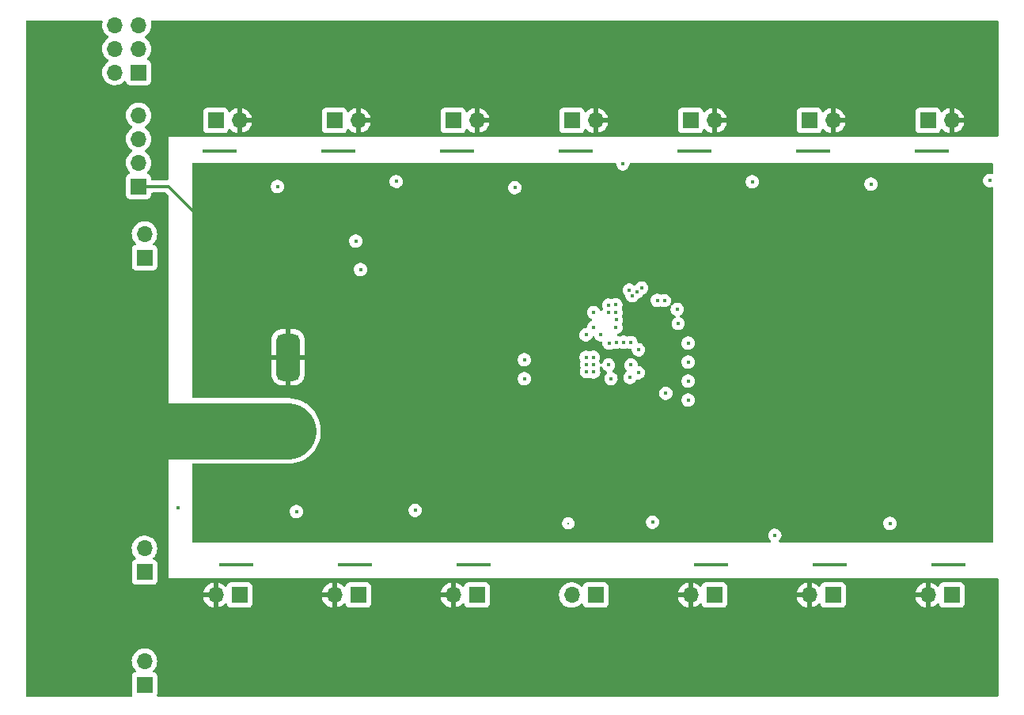
<source format=gbr>
%TF.GenerationSoftware,KiCad,Pcbnew,6.0.0*%
%TF.CreationDate,2022-01-12T20:03:53-05:00*%
%TF.ProjectId,output-board,6f757470-7574-42d6-926f-6172642e6b69,rev?*%
%TF.SameCoordinates,Original*%
%TF.FileFunction,Copper,L4,Bot*%
%TF.FilePolarity,Positive*%
%FSLAX46Y46*%
G04 Gerber Fmt 4.6, Leading zero omitted, Abs format (unit mm)*
G04 Created by KiCad (PCBNEW 6.0.0) date 2022-01-12 20:03:53*
%MOMM*%
%LPD*%
G01*
G04 APERTURE LIST*
G04 Aperture macros list*
%AMRoundRect*
0 Rectangle with rounded corners*
0 $1 Rounding radius*
0 $2 $3 $4 $5 $6 $7 $8 $9 X,Y pos of 4 corners*
0 Add a 4 corners polygon primitive as box body*
4,1,4,$2,$3,$4,$5,$6,$7,$8,$9,$2,$3,0*
0 Add four circle primitives for the rounded corners*
1,1,$1+$1,$2,$3*
1,1,$1+$1,$4,$5*
1,1,$1+$1,$6,$7*
1,1,$1+$1,$8,$9*
0 Add four rect primitives between the rounded corners*
20,1,$1+$1,$2,$3,$4,$5,0*
20,1,$1+$1,$4,$5,$6,$7,0*
20,1,$1+$1,$6,$7,$8,$9,0*
20,1,$1+$1,$8,$9,$2,$3,0*%
G04 Aperture macros list end*
%TA.AperFunction,ComponentPad*%
%ADD10R,1.700000X1.700000*%
%TD*%
%TA.AperFunction,ComponentPad*%
%ADD11O,1.700000X1.700000*%
%TD*%
%TA.AperFunction,ComponentPad*%
%ADD12RoundRect,0.625000X0.625000X-1.875000X0.625000X1.875000X-0.625000X1.875000X-0.625000X-1.875000X0*%
%TD*%
%TA.AperFunction,ViaPad*%
%ADD13C,0.300000*%
%TD*%
%TA.AperFunction,ViaPad*%
%ADD14C,0.400000*%
%TD*%
%TA.AperFunction,ViaPad*%
%ADD15C,1.000000*%
%TD*%
%TA.AperFunction,Conductor*%
%ADD16C,6.000000*%
%TD*%
%TA.AperFunction,Conductor*%
%ADD17C,0.300000*%
%TD*%
G04 APERTURE END LIST*
D10*
%TO.P,J8,1,Pin_1*%
%TO.N,Net-(D5-Pad1)*%
X85979000Y-42724000D03*
D11*
%TO.P,J8,2,Pin_2*%
%TO.N,+12V*%
X88519000Y-42724000D03*
%TD*%
D10*
%TO.P,J6,1,Pin_1*%
%TO.N,Net-(J6-Pad1)*%
X40259000Y-57404000D03*
D11*
%TO.P,J6,2,Pin_2*%
%TO.N,Net-(J6-Pad2)*%
X40259000Y-54864000D03*
%TD*%
D10*
%TO.P,J20,1,Pin_1*%
%TO.N,GND*%
X88519000Y-93524000D03*
D11*
%TO.P,J20,2,Pin_2*%
%TO.N,Net-(U3-PadH2)*%
X85979000Y-93524000D03*
%TD*%
D10*
%TO.P,J13,1,Pin_1*%
%TO.N,Net-(D10-Pad1)*%
X63119000Y-93524000D03*
D11*
%TO.P,J13,2,Pin_2*%
%TO.N,+12V*%
X60579000Y-93524000D03*
%TD*%
D10*
%TO.P,J11,1,Pin_1*%
%TO.N,Net-(D8-Pad1)*%
X124079000Y-42724000D03*
D11*
%TO.P,J11,2,Pin_2*%
%TO.N,+12V*%
X126619000Y-42724000D03*
%TD*%
D10*
%TO.P,J19,1,Pin_1*%
%TO.N,GND*%
X39624000Y-37592000D03*
D11*
%TO.P,J19,2,Pin_2*%
%TO.N,Net-(J19-Pad2)*%
X37084000Y-37592000D03*
%TO.P,J19,3,Pin_3*%
%TO.N,Net-(J19-Pad3)*%
X39624000Y-35052000D03*
%TO.P,J19,4,Pin_4*%
%TO.N,Net-(J19-Pad4)*%
X37084000Y-35052000D03*
%TO.P,J19,5,Pin_5*%
%TO.N,Net-(J19-Pad5)*%
X39624000Y-32512000D03*
%TO.P,J19,6,Pin_6*%
%TO.N,Net-(J19-Pad6)*%
X37084000Y-32512000D03*
%TD*%
D10*
%TO.P,J4,1,Pin_1*%
%TO.N,GND*%
X40259000Y-103124000D03*
D11*
%TO.P,J4,2,Pin_2*%
%TO.N,+5V*%
X40259000Y-100584000D03*
%TD*%
D10*
%TO.P,J2,1,Pin_1*%
%TO.N,Net-(D3-Pad1)*%
X60579000Y-42724000D03*
D11*
%TO.P,J2,2,Pin_2*%
%TO.N,+12V*%
X63119000Y-42724000D03*
%TD*%
D10*
%TO.P,J7,1,Pin_1*%
%TO.N,Net-(D4-Pad1)*%
X73279000Y-42724000D03*
D11*
%TO.P,J7,2,Pin_2*%
%TO.N,+12V*%
X75819000Y-42724000D03*
%TD*%
D10*
%TO.P,J9,1,Pin_1*%
%TO.N,Net-(D6-Pad1)*%
X98679000Y-42724000D03*
D11*
%TO.P,J9,2,Pin_2*%
%TO.N,+12V*%
X101219000Y-42724000D03*
%TD*%
D10*
%TO.P,J10,1,Pin_1*%
%TO.N,Net-(D7-Pad1)*%
X111379000Y-42724000D03*
D11*
%TO.P,J10,2,Pin_2*%
%TO.N,+12V*%
X113919000Y-42724000D03*
%TD*%
D10*
%TO.P,J16,1,Pin_1*%
%TO.N,Net-(D12-Pad1)*%
X113919000Y-93524000D03*
D11*
%TO.P,J16,2,Pin_2*%
%TO.N,+12V*%
X111379000Y-93524000D03*
%TD*%
D10*
%TO.P,J14,1,Pin_1*%
%TO.N,Net-(J14-Pad1)*%
X40259000Y-91064000D03*
D11*
%TO.P,J14,2,Pin_2*%
%TO.N,+5V*%
X40259000Y-88524000D03*
%TD*%
D10*
%TO.P,J15,1,Pin_1*%
%TO.N,Net-(D11-Pad1)*%
X126619000Y-93524000D03*
D11*
%TO.P,J15,2,Pin_2*%
%TO.N,+12V*%
X124079000Y-93524000D03*
%TD*%
D10*
%TO.P,J17,1,Pin_1*%
%TO.N,Net-(D13-Pad1)*%
X101219000Y-93524000D03*
D11*
%TO.P,J17,2,Pin_2*%
%TO.N,+12V*%
X98679000Y-93524000D03*
%TD*%
D10*
%TO.P,J12,1,Pin_1*%
%TO.N,Net-(D9-Pad1)*%
X75819000Y-93524000D03*
D11*
%TO.P,J12,2,Pin_2*%
%TO.N,+12V*%
X73279000Y-93524000D03*
%TD*%
D10*
%TO.P,J1,1,Pin_1*%
%TO.N,Net-(D1-Pad1)*%
X47879000Y-42724000D03*
D11*
%TO.P,J1,2,Pin_2*%
%TO.N,+12V*%
X50419000Y-42724000D03*
%TD*%
D12*
%TO.P,J3,1,Pin_1*%
%TO.N,GND*%
X55619000Y-68059000D03*
%TO.P,J3,2,Pin_2*%
%TO.N,+12V*%
X55619000Y-75959000D03*
%TD*%
D10*
%TO.P,J18,1,Pin_1*%
%TO.N,Net-(D2-Pad1)*%
X50419000Y-93524000D03*
D11*
%TO.P,J18,2,Pin_2*%
%TO.N,+12V*%
X47879000Y-93524000D03*
%TD*%
D10*
%TO.P,J5,1,Pin_1*%
%TO.N,GND*%
X39624000Y-49784000D03*
D11*
%TO.P,J5,2,Pin_2*%
%TO.N,+5V*%
X39624000Y-47244000D03*
%TO.P,J5,3,Pin_3*%
%TO.N,/SWCLK*%
X39624000Y-44704000D03*
%TO.P,J5,4,Pin_4*%
%TO.N,/SWDIO*%
X39624000Y-42164000D03*
%TD*%
D13*
%TO.N,+12V*%
X30988000Y-39878000D03*
D14*
%TO.N,/MOSFET-sheet/INPUT*%
X89907801Y-68894435D03*
X43815000Y-84201000D03*
%TO.N,GND*%
X102997000Y-67310000D03*
X101422200Y-63347600D03*
X69204000Y-73279000D03*
D15*
X120396000Y-49022000D03*
D14*
X68707000Y-61468000D03*
D15*
X64793724Y-71053131D03*
D14*
X69977000Y-65405000D03*
D15*
X94996000Y-49022000D03*
X88392000Y-86868000D03*
X107696000Y-49022000D03*
D14*
X74599800Y-65328800D03*
D15*
X106817197Y-77089000D03*
X49022000Y-54610000D03*
D14*
X87503000Y-64066271D03*
D15*
X106894935Y-75819000D03*
X54102000Y-87249000D03*
D14*
X102997000Y-69342000D03*
D15*
X69596000Y-49022000D03*
X56896000Y-49022000D03*
X54229000Y-58674000D03*
X82296000Y-49022000D03*
D14*
X102997000Y-73406000D03*
D15*
X66802000Y-87249000D03*
D14*
X126365000Y-71882000D03*
X77089000Y-72390000D03*
X102997000Y-71374000D03*
D15*
X79502000Y-87249000D03*
D14*
X92303036Y-65664767D03*
X77089000Y-68072000D03*
D15*
X46203882Y-49548652D03*
X106866720Y-78359000D03*
D14*
X70474000Y-71374000D03*
X77089000Y-70104000D03*
D15*
X63096725Y-57384859D03*
D14*
X86639400Y-67310000D03*
%TO.N,/MOSFET-sheet1/INPUT*%
X54483000Y-49784000D03*
X90170000Y-70358000D03*
%TO.N,/MOSFET-sheet2/INPUT*%
X89964348Y-66565398D03*
X67188000Y-49256306D03*
%TO.N,/MOSFET-sheet6/INPUT*%
X117983000Y-49530000D03*
X90710808Y-63275121D03*
%TO.N,Net-(MOSFET6-Pad1)*%
X110114000Y-45969000D03*
X113416000Y-45969000D03*
%TO.N,/MOSFET-sheet5/INPUT*%
X90713428Y-64074170D03*
X105283000Y-49276000D03*
%TO.N,Net-(MOSFET5-Pad1)*%
X100716000Y-45969000D03*
X97414000Y-45969000D03*
%TO.N,Net-(MOSFET2-Pad1)*%
X62616000Y-45969000D03*
X59314000Y-45969000D03*
%TO.N,Net-(MOSFET18-Pad1)*%
X48382000Y-90279000D03*
X51684000Y-90279000D03*
%TO.N,/MOSFET-sheet4/INPUT*%
X91440000Y-47371000D03*
X92137149Y-60877541D03*
%TO.N,Net-(MOSFET4-Pad1)*%
X88016000Y-45969000D03*
X84714000Y-45969000D03*
%TO.N,Net-(MOSFET1-Pad1)*%
X46614000Y-45969000D03*
X49916000Y-45969000D03*
%TO.N,/MOSFET-sheet3/INPUT*%
X92430600Y-61468000D03*
X79883000Y-49911000D03*
%TO.N,Net-(MOSFET3-Pad1)*%
X72014000Y-45969000D03*
X75316000Y-45969000D03*
%TO.N,/Ignition MOSFET/INPUT*%
X94615000Y-85725000D03*
X93091000Y-69723000D03*
%TO.N,Net-(MOSFET13-Pad1)*%
X99182000Y-90279000D03*
X102484000Y-90279000D03*
%TO.N,/MOSFET-sheet11/INPUT*%
X92202000Y-70231000D03*
X107696000Y-87122000D03*
%TO.N,Net-(MOSFET12-Pad1)*%
X115184000Y-90279000D03*
X111882000Y-90279000D03*
%TO.N,/MOSFET-sheet10/INPUT*%
X92306943Y-68872424D03*
X120015000Y-85852000D03*
%TO.N,Net-(MOSFET11-Pad1)*%
X124582000Y-90279000D03*
X127884000Y-90279000D03*
%TO.N,/MOSFET-sheet9/INPUT*%
X89916000Y-62484000D03*
X56515000Y-84582000D03*
%TO.N,Net-(MOSFET9-Pad1)*%
X61082000Y-90279000D03*
X64384000Y-90279000D03*
%TO.N,/MOSFET-sheet8/INPUT*%
X89910724Y-63251047D03*
X69215000Y-84455000D03*
%TO.N,Net-(MOSFET8-Pad1)*%
X77084000Y-90279000D03*
X73782000Y-90279000D03*
%TO.N,/MOSFET-sheet7/INPUT*%
X130683000Y-49149000D03*
X90693199Y-62460042D03*
%TO.N,Net-(MOSFET7-Pad1)*%
X126116000Y-45969000D03*
X122814000Y-45969000D03*
%TO.N,Net-(R1-Pad1)*%
X97256600Y-62941200D03*
X90706818Y-64862143D03*
%TO.N,Net-(J14-Pad1)*%
X93113555Y-67276965D03*
X96037400Y-71932800D03*
%TO.N,+3V3*%
X90715667Y-66465676D03*
X91505748Y-66469598D03*
X98425000Y-70612000D03*
X80899000Y-68326000D03*
X89098511Y-65666387D03*
X92303036Y-66470365D03*
X80899000Y-70358000D03*
X88311746Y-63272462D03*
X88303886Y-64857459D03*
X98425000Y-72644000D03*
X98425000Y-66548000D03*
X98425000Y-68580000D03*
%TO.N,/SWCLK*%
X92989400Y-61061600D03*
%TO.N,/SWDIO*%
X93446600Y-60655200D03*
%TO.N,/CAN_TX*%
X95123000Y-61976000D03*
X63373000Y-58674000D03*
%TO.N,/CAN_RX*%
X95885000Y-62010542D03*
X62865000Y-55626000D03*
%TO.N,Net-(J19-Pad2)*%
X87557300Y-68847997D03*
%TO.N,Net-(C7-Pad1)*%
X87497410Y-65668358D03*
X97358200Y-64465200D03*
%TO.N,Net-(J19-Pad3)*%
X87532325Y-69620101D03*
%TO.N,Net-(J19-Pad4)*%
X88284566Y-68071201D03*
%TO.N,Net-(J19-Pad5)*%
X88307800Y-68894434D03*
%TO.N,Net-(J19-Pad6)*%
X88313752Y-69641546D03*
%TO.N,Net-(U3-PadH2)*%
X87503000Y-68072000D03*
D13*
X85598000Y-85852000D03*
%TD*%
D16*
%TO.N,+12V*%
X55619000Y-75959000D02*
X39129000Y-75959000D01*
D17*
%TO.N,GND*%
X39624000Y-49784000D02*
X42799000Y-49784000D01*
X42799000Y-49784000D02*
X46609000Y-53594000D01*
%TO.N,Net-(MOSFET6-Pad1)*%
X113416000Y-45969000D02*
X110114000Y-45969000D01*
%TO.N,Net-(MOSFET5-Pad1)*%
X100716000Y-45969000D02*
X97414000Y-45969000D01*
%TO.N,Net-(MOSFET2-Pad1)*%
X62616000Y-45969000D02*
X59314000Y-45969000D01*
%TO.N,Net-(MOSFET18-Pad1)*%
X48382000Y-90279000D02*
X51684000Y-90279000D01*
%TO.N,Net-(MOSFET4-Pad1)*%
X88016000Y-45969000D02*
X84714000Y-45969000D01*
%TO.N,Net-(MOSFET1-Pad1)*%
X49916000Y-45969000D02*
X46614000Y-45969000D01*
%TO.N,Net-(MOSFET3-Pad1)*%
X75316000Y-45969000D02*
X72014000Y-45969000D01*
%TO.N,Net-(MOSFET13-Pad1)*%
X99182000Y-90279000D02*
X102484000Y-90279000D01*
%TO.N,Net-(MOSFET12-Pad1)*%
X111882000Y-90279000D02*
X115184000Y-90279000D01*
%TO.N,Net-(MOSFET11-Pad1)*%
X124582000Y-90279000D02*
X127884000Y-90279000D01*
%TO.N,Net-(MOSFET9-Pad1)*%
X61082000Y-90279000D02*
X64384000Y-90279000D01*
%TO.N,Net-(MOSFET8-Pad1)*%
X73782000Y-90279000D02*
X77084000Y-90279000D01*
%TO.N,Net-(MOSFET7-Pad1)*%
X126116000Y-45969000D02*
X122814000Y-45969000D01*
%TD*%
%TA.AperFunction,Conductor*%
%TO.N,+12V*%
G36*
X131553121Y-32024002D02*
G01*
X131599614Y-32077658D01*
X131611000Y-32130000D01*
X131611000Y-44324000D01*
X131590998Y-44392121D01*
X131537342Y-44438614D01*
X131485000Y-44450000D01*
X42799000Y-44450000D01*
X42799000Y-43622134D01*
X46520500Y-43622134D01*
X46527255Y-43684316D01*
X46578385Y-43820705D01*
X46665739Y-43937261D01*
X46782295Y-44024615D01*
X46918684Y-44075745D01*
X46980866Y-44082500D01*
X48777134Y-44082500D01*
X48839316Y-44075745D01*
X48975705Y-44024615D01*
X49092261Y-43937261D01*
X49179615Y-43820705D01*
X49223798Y-43702848D01*
X49266440Y-43646084D01*
X49333001Y-43621384D01*
X49402350Y-43636592D01*
X49437017Y-43664580D01*
X49462218Y-43693673D01*
X49469580Y-43700883D01*
X49633434Y-43836916D01*
X49641881Y-43842831D01*
X49825756Y-43950279D01*
X49835042Y-43954729D01*
X50034001Y-44030703D01*
X50043899Y-44033579D01*
X50147250Y-44054606D01*
X50161299Y-44053410D01*
X50165000Y-44043065D01*
X50165000Y-44042517D01*
X50673000Y-44042517D01*
X50677064Y-44056359D01*
X50690478Y-44058393D01*
X50697184Y-44057534D01*
X50707262Y-44055392D01*
X50911255Y-43994191D01*
X50920842Y-43990433D01*
X51112095Y-43896739D01*
X51120945Y-43891464D01*
X51294328Y-43767792D01*
X51302200Y-43761139D01*
X51441690Y-43622134D01*
X59220500Y-43622134D01*
X59227255Y-43684316D01*
X59278385Y-43820705D01*
X59365739Y-43937261D01*
X59482295Y-44024615D01*
X59618684Y-44075745D01*
X59680866Y-44082500D01*
X61477134Y-44082500D01*
X61539316Y-44075745D01*
X61675705Y-44024615D01*
X61792261Y-43937261D01*
X61879615Y-43820705D01*
X61923798Y-43702848D01*
X61966440Y-43646084D01*
X62033001Y-43621384D01*
X62102350Y-43636592D01*
X62137017Y-43664580D01*
X62162218Y-43693673D01*
X62169580Y-43700883D01*
X62333434Y-43836916D01*
X62341881Y-43842831D01*
X62525756Y-43950279D01*
X62535042Y-43954729D01*
X62734001Y-44030703D01*
X62743899Y-44033579D01*
X62847250Y-44054606D01*
X62861299Y-44053410D01*
X62865000Y-44043065D01*
X62865000Y-44042517D01*
X63373000Y-44042517D01*
X63377064Y-44056359D01*
X63390478Y-44058393D01*
X63397184Y-44057534D01*
X63407262Y-44055392D01*
X63611255Y-43994191D01*
X63620842Y-43990433D01*
X63812095Y-43896739D01*
X63820945Y-43891464D01*
X63994328Y-43767792D01*
X64002200Y-43761139D01*
X64141690Y-43622134D01*
X71920500Y-43622134D01*
X71927255Y-43684316D01*
X71978385Y-43820705D01*
X72065739Y-43937261D01*
X72182295Y-44024615D01*
X72318684Y-44075745D01*
X72380866Y-44082500D01*
X74177134Y-44082500D01*
X74239316Y-44075745D01*
X74375705Y-44024615D01*
X74492261Y-43937261D01*
X74579615Y-43820705D01*
X74623798Y-43702848D01*
X74666440Y-43646084D01*
X74733001Y-43621384D01*
X74802350Y-43636592D01*
X74837017Y-43664580D01*
X74862218Y-43693673D01*
X74869580Y-43700883D01*
X75033434Y-43836916D01*
X75041881Y-43842831D01*
X75225756Y-43950279D01*
X75235042Y-43954729D01*
X75434001Y-44030703D01*
X75443899Y-44033579D01*
X75547250Y-44054606D01*
X75561299Y-44053410D01*
X75565000Y-44043065D01*
X75565000Y-44042517D01*
X76073000Y-44042517D01*
X76077064Y-44056359D01*
X76090478Y-44058393D01*
X76097184Y-44057534D01*
X76107262Y-44055392D01*
X76311255Y-43994191D01*
X76320842Y-43990433D01*
X76512095Y-43896739D01*
X76520945Y-43891464D01*
X76694328Y-43767792D01*
X76702200Y-43761139D01*
X76841690Y-43622134D01*
X84620500Y-43622134D01*
X84627255Y-43684316D01*
X84678385Y-43820705D01*
X84765739Y-43937261D01*
X84882295Y-44024615D01*
X85018684Y-44075745D01*
X85080866Y-44082500D01*
X86877134Y-44082500D01*
X86939316Y-44075745D01*
X87075705Y-44024615D01*
X87192261Y-43937261D01*
X87279615Y-43820705D01*
X87323798Y-43702848D01*
X87366440Y-43646084D01*
X87433001Y-43621384D01*
X87502350Y-43636592D01*
X87537017Y-43664580D01*
X87562218Y-43693673D01*
X87569580Y-43700883D01*
X87733434Y-43836916D01*
X87741881Y-43842831D01*
X87925756Y-43950279D01*
X87935042Y-43954729D01*
X88134001Y-44030703D01*
X88143899Y-44033579D01*
X88247250Y-44054606D01*
X88261299Y-44053410D01*
X88265000Y-44043065D01*
X88265000Y-44042517D01*
X88773000Y-44042517D01*
X88777064Y-44056359D01*
X88790478Y-44058393D01*
X88797184Y-44057534D01*
X88807262Y-44055392D01*
X89011255Y-43994191D01*
X89020842Y-43990433D01*
X89212095Y-43896739D01*
X89220945Y-43891464D01*
X89394328Y-43767792D01*
X89402200Y-43761139D01*
X89541690Y-43622134D01*
X97320500Y-43622134D01*
X97327255Y-43684316D01*
X97378385Y-43820705D01*
X97465739Y-43937261D01*
X97582295Y-44024615D01*
X97718684Y-44075745D01*
X97780866Y-44082500D01*
X99577134Y-44082500D01*
X99639316Y-44075745D01*
X99775705Y-44024615D01*
X99892261Y-43937261D01*
X99979615Y-43820705D01*
X100023798Y-43702848D01*
X100066440Y-43646084D01*
X100133001Y-43621384D01*
X100202350Y-43636592D01*
X100237017Y-43664580D01*
X100262218Y-43693673D01*
X100269580Y-43700883D01*
X100433434Y-43836916D01*
X100441881Y-43842831D01*
X100625756Y-43950279D01*
X100635042Y-43954729D01*
X100834001Y-44030703D01*
X100843899Y-44033579D01*
X100947250Y-44054606D01*
X100961299Y-44053410D01*
X100965000Y-44043065D01*
X100965000Y-44042517D01*
X101473000Y-44042517D01*
X101477064Y-44056359D01*
X101490478Y-44058393D01*
X101497184Y-44057534D01*
X101507262Y-44055392D01*
X101711255Y-43994191D01*
X101720842Y-43990433D01*
X101912095Y-43896739D01*
X101920945Y-43891464D01*
X102094328Y-43767792D01*
X102102200Y-43761139D01*
X102241690Y-43622134D01*
X110020500Y-43622134D01*
X110027255Y-43684316D01*
X110078385Y-43820705D01*
X110165739Y-43937261D01*
X110282295Y-44024615D01*
X110418684Y-44075745D01*
X110480866Y-44082500D01*
X112277134Y-44082500D01*
X112339316Y-44075745D01*
X112475705Y-44024615D01*
X112592261Y-43937261D01*
X112679615Y-43820705D01*
X112723798Y-43702848D01*
X112766440Y-43646084D01*
X112833001Y-43621384D01*
X112902350Y-43636592D01*
X112937017Y-43664580D01*
X112962218Y-43693673D01*
X112969580Y-43700883D01*
X113133434Y-43836916D01*
X113141881Y-43842831D01*
X113325756Y-43950279D01*
X113335042Y-43954729D01*
X113534001Y-44030703D01*
X113543899Y-44033579D01*
X113647250Y-44054606D01*
X113661299Y-44053410D01*
X113665000Y-44043065D01*
X113665000Y-44042517D01*
X114173000Y-44042517D01*
X114177064Y-44056359D01*
X114190478Y-44058393D01*
X114197184Y-44057534D01*
X114207262Y-44055392D01*
X114411255Y-43994191D01*
X114420842Y-43990433D01*
X114612095Y-43896739D01*
X114620945Y-43891464D01*
X114794328Y-43767792D01*
X114802200Y-43761139D01*
X114941690Y-43622134D01*
X122720500Y-43622134D01*
X122727255Y-43684316D01*
X122778385Y-43820705D01*
X122865739Y-43937261D01*
X122982295Y-44024615D01*
X123118684Y-44075745D01*
X123180866Y-44082500D01*
X124977134Y-44082500D01*
X125039316Y-44075745D01*
X125175705Y-44024615D01*
X125292261Y-43937261D01*
X125379615Y-43820705D01*
X125423798Y-43702848D01*
X125466440Y-43646084D01*
X125533001Y-43621384D01*
X125602350Y-43636592D01*
X125637017Y-43664580D01*
X125662218Y-43693673D01*
X125669580Y-43700883D01*
X125833434Y-43836916D01*
X125841881Y-43842831D01*
X126025756Y-43950279D01*
X126035042Y-43954729D01*
X126234001Y-44030703D01*
X126243899Y-44033579D01*
X126347250Y-44054606D01*
X126361299Y-44053410D01*
X126365000Y-44043065D01*
X126365000Y-44042517D01*
X126873000Y-44042517D01*
X126877064Y-44056359D01*
X126890478Y-44058393D01*
X126897184Y-44057534D01*
X126907262Y-44055392D01*
X127111255Y-43994191D01*
X127120842Y-43990433D01*
X127312095Y-43896739D01*
X127320945Y-43891464D01*
X127494328Y-43767792D01*
X127502200Y-43761139D01*
X127653052Y-43610812D01*
X127659730Y-43602965D01*
X127784003Y-43430020D01*
X127789313Y-43421183D01*
X127883670Y-43230267D01*
X127887469Y-43220672D01*
X127949377Y-43016910D01*
X127951555Y-43006837D01*
X127952986Y-42995962D01*
X127950775Y-42981778D01*
X127937617Y-42978000D01*
X126891115Y-42978000D01*
X126875876Y-42982475D01*
X126874671Y-42983865D01*
X126873000Y-42991548D01*
X126873000Y-44042517D01*
X126365000Y-44042517D01*
X126365000Y-42451885D01*
X126873000Y-42451885D01*
X126877475Y-42467124D01*
X126878865Y-42468329D01*
X126886548Y-42470000D01*
X127937344Y-42470000D01*
X127950875Y-42466027D01*
X127952180Y-42456947D01*
X127910214Y-42289875D01*
X127906894Y-42280124D01*
X127821972Y-42084814D01*
X127817105Y-42075739D01*
X127701426Y-41896926D01*
X127695136Y-41888757D01*
X127551806Y-41731240D01*
X127544273Y-41724215D01*
X127377139Y-41592222D01*
X127368552Y-41586517D01*
X127182117Y-41483599D01*
X127172705Y-41479369D01*
X126971959Y-41408280D01*
X126961988Y-41405646D01*
X126890837Y-41392972D01*
X126877540Y-41394432D01*
X126873000Y-41408989D01*
X126873000Y-42451885D01*
X126365000Y-42451885D01*
X126365000Y-41407102D01*
X126361082Y-41393758D01*
X126346806Y-41391771D01*
X126308324Y-41397660D01*
X126298288Y-41400051D01*
X126095868Y-41466212D01*
X126086359Y-41470209D01*
X125897463Y-41568542D01*
X125888738Y-41574036D01*
X125718433Y-41701905D01*
X125710726Y-41708748D01*
X125633478Y-41789584D01*
X125571954Y-41825014D01*
X125501042Y-41821557D01*
X125443255Y-41780311D01*
X125424402Y-41746763D01*
X125382767Y-41635703D01*
X125379615Y-41627295D01*
X125292261Y-41510739D01*
X125175705Y-41423385D01*
X125039316Y-41372255D01*
X124977134Y-41365500D01*
X123180866Y-41365500D01*
X123118684Y-41372255D01*
X122982295Y-41423385D01*
X122865739Y-41510739D01*
X122778385Y-41627295D01*
X122727255Y-41763684D01*
X122720500Y-41825866D01*
X122720500Y-43622134D01*
X114941690Y-43622134D01*
X114953052Y-43610812D01*
X114959730Y-43602965D01*
X115084003Y-43430020D01*
X115089313Y-43421183D01*
X115183670Y-43230267D01*
X115187469Y-43220672D01*
X115249377Y-43016910D01*
X115251555Y-43006837D01*
X115252986Y-42995962D01*
X115250775Y-42981778D01*
X115237617Y-42978000D01*
X114191115Y-42978000D01*
X114175876Y-42982475D01*
X114174671Y-42983865D01*
X114173000Y-42991548D01*
X114173000Y-44042517D01*
X113665000Y-44042517D01*
X113665000Y-42451885D01*
X114173000Y-42451885D01*
X114177475Y-42467124D01*
X114178865Y-42468329D01*
X114186548Y-42470000D01*
X115237344Y-42470000D01*
X115250875Y-42466027D01*
X115252180Y-42456947D01*
X115210214Y-42289875D01*
X115206894Y-42280124D01*
X115121972Y-42084814D01*
X115117105Y-42075739D01*
X115001426Y-41896926D01*
X114995136Y-41888757D01*
X114851806Y-41731240D01*
X114844273Y-41724215D01*
X114677139Y-41592222D01*
X114668552Y-41586517D01*
X114482117Y-41483599D01*
X114472705Y-41479369D01*
X114271959Y-41408280D01*
X114261988Y-41405646D01*
X114190837Y-41392972D01*
X114177540Y-41394432D01*
X114173000Y-41408989D01*
X114173000Y-42451885D01*
X113665000Y-42451885D01*
X113665000Y-41407102D01*
X113661082Y-41393758D01*
X113646806Y-41391771D01*
X113608324Y-41397660D01*
X113598288Y-41400051D01*
X113395868Y-41466212D01*
X113386359Y-41470209D01*
X113197463Y-41568542D01*
X113188738Y-41574036D01*
X113018433Y-41701905D01*
X113010726Y-41708748D01*
X112933478Y-41789584D01*
X112871954Y-41825014D01*
X112801042Y-41821557D01*
X112743255Y-41780311D01*
X112724402Y-41746763D01*
X112682767Y-41635703D01*
X112679615Y-41627295D01*
X112592261Y-41510739D01*
X112475705Y-41423385D01*
X112339316Y-41372255D01*
X112277134Y-41365500D01*
X110480866Y-41365500D01*
X110418684Y-41372255D01*
X110282295Y-41423385D01*
X110165739Y-41510739D01*
X110078385Y-41627295D01*
X110027255Y-41763684D01*
X110020500Y-41825866D01*
X110020500Y-43622134D01*
X102241690Y-43622134D01*
X102253052Y-43610812D01*
X102259730Y-43602965D01*
X102384003Y-43430020D01*
X102389313Y-43421183D01*
X102483670Y-43230267D01*
X102487469Y-43220672D01*
X102549377Y-43016910D01*
X102551555Y-43006837D01*
X102552986Y-42995962D01*
X102550775Y-42981778D01*
X102537617Y-42978000D01*
X101491115Y-42978000D01*
X101475876Y-42982475D01*
X101474671Y-42983865D01*
X101473000Y-42991548D01*
X101473000Y-44042517D01*
X100965000Y-44042517D01*
X100965000Y-42451885D01*
X101473000Y-42451885D01*
X101477475Y-42467124D01*
X101478865Y-42468329D01*
X101486548Y-42470000D01*
X102537344Y-42470000D01*
X102550875Y-42466027D01*
X102552180Y-42456947D01*
X102510214Y-42289875D01*
X102506894Y-42280124D01*
X102421972Y-42084814D01*
X102417105Y-42075739D01*
X102301426Y-41896926D01*
X102295136Y-41888757D01*
X102151806Y-41731240D01*
X102144273Y-41724215D01*
X101977139Y-41592222D01*
X101968552Y-41586517D01*
X101782117Y-41483599D01*
X101772705Y-41479369D01*
X101571959Y-41408280D01*
X101561988Y-41405646D01*
X101490837Y-41392972D01*
X101477540Y-41394432D01*
X101473000Y-41408989D01*
X101473000Y-42451885D01*
X100965000Y-42451885D01*
X100965000Y-41407102D01*
X100961082Y-41393758D01*
X100946806Y-41391771D01*
X100908324Y-41397660D01*
X100898288Y-41400051D01*
X100695868Y-41466212D01*
X100686359Y-41470209D01*
X100497463Y-41568542D01*
X100488738Y-41574036D01*
X100318433Y-41701905D01*
X100310726Y-41708748D01*
X100233478Y-41789584D01*
X100171954Y-41825014D01*
X100101042Y-41821557D01*
X100043255Y-41780311D01*
X100024402Y-41746763D01*
X99982767Y-41635703D01*
X99979615Y-41627295D01*
X99892261Y-41510739D01*
X99775705Y-41423385D01*
X99639316Y-41372255D01*
X99577134Y-41365500D01*
X97780866Y-41365500D01*
X97718684Y-41372255D01*
X97582295Y-41423385D01*
X97465739Y-41510739D01*
X97378385Y-41627295D01*
X97327255Y-41763684D01*
X97320500Y-41825866D01*
X97320500Y-43622134D01*
X89541690Y-43622134D01*
X89553052Y-43610812D01*
X89559730Y-43602965D01*
X89684003Y-43430020D01*
X89689313Y-43421183D01*
X89783670Y-43230267D01*
X89787469Y-43220672D01*
X89849377Y-43016910D01*
X89851555Y-43006837D01*
X89852986Y-42995962D01*
X89850775Y-42981778D01*
X89837617Y-42978000D01*
X88791115Y-42978000D01*
X88775876Y-42982475D01*
X88774671Y-42983865D01*
X88773000Y-42991548D01*
X88773000Y-44042517D01*
X88265000Y-44042517D01*
X88265000Y-42451885D01*
X88773000Y-42451885D01*
X88777475Y-42467124D01*
X88778865Y-42468329D01*
X88786548Y-42470000D01*
X89837344Y-42470000D01*
X89850875Y-42466027D01*
X89852180Y-42456947D01*
X89810214Y-42289875D01*
X89806894Y-42280124D01*
X89721972Y-42084814D01*
X89717105Y-42075739D01*
X89601426Y-41896926D01*
X89595136Y-41888757D01*
X89451806Y-41731240D01*
X89444273Y-41724215D01*
X89277139Y-41592222D01*
X89268552Y-41586517D01*
X89082117Y-41483599D01*
X89072705Y-41479369D01*
X88871959Y-41408280D01*
X88861988Y-41405646D01*
X88790837Y-41392972D01*
X88777540Y-41394432D01*
X88773000Y-41408989D01*
X88773000Y-42451885D01*
X88265000Y-42451885D01*
X88265000Y-41407102D01*
X88261082Y-41393758D01*
X88246806Y-41391771D01*
X88208324Y-41397660D01*
X88198288Y-41400051D01*
X87995868Y-41466212D01*
X87986359Y-41470209D01*
X87797463Y-41568542D01*
X87788738Y-41574036D01*
X87618433Y-41701905D01*
X87610726Y-41708748D01*
X87533478Y-41789584D01*
X87471954Y-41825014D01*
X87401042Y-41821557D01*
X87343255Y-41780311D01*
X87324402Y-41746763D01*
X87282767Y-41635703D01*
X87279615Y-41627295D01*
X87192261Y-41510739D01*
X87075705Y-41423385D01*
X86939316Y-41372255D01*
X86877134Y-41365500D01*
X85080866Y-41365500D01*
X85018684Y-41372255D01*
X84882295Y-41423385D01*
X84765739Y-41510739D01*
X84678385Y-41627295D01*
X84627255Y-41763684D01*
X84620500Y-41825866D01*
X84620500Y-43622134D01*
X76841690Y-43622134D01*
X76853052Y-43610812D01*
X76859730Y-43602965D01*
X76984003Y-43430020D01*
X76989313Y-43421183D01*
X77083670Y-43230267D01*
X77087469Y-43220672D01*
X77149377Y-43016910D01*
X77151555Y-43006837D01*
X77152986Y-42995962D01*
X77150775Y-42981778D01*
X77137617Y-42978000D01*
X76091115Y-42978000D01*
X76075876Y-42982475D01*
X76074671Y-42983865D01*
X76073000Y-42991548D01*
X76073000Y-44042517D01*
X75565000Y-44042517D01*
X75565000Y-42451885D01*
X76073000Y-42451885D01*
X76077475Y-42467124D01*
X76078865Y-42468329D01*
X76086548Y-42470000D01*
X77137344Y-42470000D01*
X77150875Y-42466027D01*
X77152180Y-42456947D01*
X77110214Y-42289875D01*
X77106894Y-42280124D01*
X77021972Y-42084814D01*
X77017105Y-42075739D01*
X76901426Y-41896926D01*
X76895136Y-41888757D01*
X76751806Y-41731240D01*
X76744273Y-41724215D01*
X76577139Y-41592222D01*
X76568552Y-41586517D01*
X76382117Y-41483599D01*
X76372705Y-41479369D01*
X76171959Y-41408280D01*
X76161988Y-41405646D01*
X76090837Y-41392972D01*
X76077540Y-41394432D01*
X76073000Y-41408989D01*
X76073000Y-42451885D01*
X75565000Y-42451885D01*
X75565000Y-41407102D01*
X75561082Y-41393758D01*
X75546806Y-41391771D01*
X75508324Y-41397660D01*
X75498288Y-41400051D01*
X75295868Y-41466212D01*
X75286359Y-41470209D01*
X75097463Y-41568542D01*
X75088738Y-41574036D01*
X74918433Y-41701905D01*
X74910726Y-41708748D01*
X74833478Y-41789584D01*
X74771954Y-41825014D01*
X74701042Y-41821557D01*
X74643255Y-41780311D01*
X74624402Y-41746763D01*
X74582767Y-41635703D01*
X74579615Y-41627295D01*
X74492261Y-41510739D01*
X74375705Y-41423385D01*
X74239316Y-41372255D01*
X74177134Y-41365500D01*
X72380866Y-41365500D01*
X72318684Y-41372255D01*
X72182295Y-41423385D01*
X72065739Y-41510739D01*
X71978385Y-41627295D01*
X71927255Y-41763684D01*
X71920500Y-41825866D01*
X71920500Y-43622134D01*
X64141690Y-43622134D01*
X64153052Y-43610812D01*
X64159730Y-43602965D01*
X64284003Y-43430020D01*
X64289313Y-43421183D01*
X64383670Y-43230267D01*
X64387469Y-43220672D01*
X64449377Y-43016910D01*
X64451555Y-43006837D01*
X64452986Y-42995962D01*
X64450775Y-42981778D01*
X64437617Y-42978000D01*
X63391115Y-42978000D01*
X63375876Y-42982475D01*
X63374671Y-42983865D01*
X63373000Y-42991548D01*
X63373000Y-44042517D01*
X62865000Y-44042517D01*
X62865000Y-42451885D01*
X63373000Y-42451885D01*
X63377475Y-42467124D01*
X63378865Y-42468329D01*
X63386548Y-42470000D01*
X64437344Y-42470000D01*
X64450875Y-42466027D01*
X64452180Y-42456947D01*
X64410214Y-42289875D01*
X64406894Y-42280124D01*
X64321972Y-42084814D01*
X64317105Y-42075739D01*
X64201426Y-41896926D01*
X64195136Y-41888757D01*
X64051806Y-41731240D01*
X64044273Y-41724215D01*
X63877139Y-41592222D01*
X63868552Y-41586517D01*
X63682117Y-41483599D01*
X63672705Y-41479369D01*
X63471959Y-41408280D01*
X63461988Y-41405646D01*
X63390837Y-41392972D01*
X63377540Y-41394432D01*
X63373000Y-41408989D01*
X63373000Y-42451885D01*
X62865000Y-42451885D01*
X62865000Y-41407102D01*
X62861082Y-41393758D01*
X62846806Y-41391771D01*
X62808324Y-41397660D01*
X62798288Y-41400051D01*
X62595868Y-41466212D01*
X62586359Y-41470209D01*
X62397463Y-41568542D01*
X62388738Y-41574036D01*
X62218433Y-41701905D01*
X62210726Y-41708748D01*
X62133478Y-41789584D01*
X62071954Y-41825014D01*
X62001042Y-41821557D01*
X61943255Y-41780311D01*
X61924402Y-41746763D01*
X61882767Y-41635703D01*
X61879615Y-41627295D01*
X61792261Y-41510739D01*
X61675705Y-41423385D01*
X61539316Y-41372255D01*
X61477134Y-41365500D01*
X59680866Y-41365500D01*
X59618684Y-41372255D01*
X59482295Y-41423385D01*
X59365739Y-41510739D01*
X59278385Y-41627295D01*
X59227255Y-41763684D01*
X59220500Y-41825866D01*
X59220500Y-43622134D01*
X51441690Y-43622134D01*
X51453052Y-43610812D01*
X51459730Y-43602965D01*
X51584003Y-43430020D01*
X51589313Y-43421183D01*
X51683670Y-43230267D01*
X51687469Y-43220672D01*
X51749377Y-43016910D01*
X51751555Y-43006837D01*
X51752986Y-42995962D01*
X51750775Y-42981778D01*
X51737617Y-42978000D01*
X50691115Y-42978000D01*
X50675876Y-42982475D01*
X50674671Y-42983865D01*
X50673000Y-42991548D01*
X50673000Y-44042517D01*
X50165000Y-44042517D01*
X50165000Y-42451885D01*
X50673000Y-42451885D01*
X50677475Y-42467124D01*
X50678865Y-42468329D01*
X50686548Y-42470000D01*
X51737344Y-42470000D01*
X51750875Y-42466027D01*
X51752180Y-42456947D01*
X51710214Y-42289875D01*
X51706894Y-42280124D01*
X51621972Y-42084814D01*
X51617105Y-42075739D01*
X51501426Y-41896926D01*
X51495136Y-41888757D01*
X51351806Y-41731240D01*
X51344273Y-41724215D01*
X51177139Y-41592222D01*
X51168552Y-41586517D01*
X50982117Y-41483599D01*
X50972705Y-41479369D01*
X50771959Y-41408280D01*
X50761988Y-41405646D01*
X50690837Y-41392972D01*
X50677540Y-41394432D01*
X50673000Y-41408989D01*
X50673000Y-42451885D01*
X50165000Y-42451885D01*
X50165000Y-41407102D01*
X50161082Y-41393758D01*
X50146806Y-41391771D01*
X50108324Y-41397660D01*
X50098288Y-41400051D01*
X49895868Y-41466212D01*
X49886359Y-41470209D01*
X49697463Y-41568542D01*
X49688738Y-41574036D01*
X49518433Y-41701905D01*
X49510726Y-41708748D01*
X49433478Y-41789584D01*
X49371954Y-41825014D01*
X49301042Y-41821557D01*
X49243255Y-41780311D01*
X49224402Y-41746763D01*
X49182767Y-41635703D01*
X49179615Y-41627295D01*
X49092261Y-41510739D01*
X48975705Y-41423385D01*
X48839316Y-41372255D01*
X48777134Y-41365500D01*
X46980866Y-41365500D01*
X46918684Y-41372255D01*
X46782295Y-41423385D01*
X46665739Y-41510739D01*
X46578385Y-41627295D01*
X46527255Y-41763684D01*
X46520500Y-41825866D01*
X46520500Y-43622134D01*
X42799000Y-43622134D01*
X42799000Y-32004000D01*
X131485000Y-32004000D01*
X131553121Y-32024002D01*
G37*
%TD.AperFunction*%
%TD*%
%TA.AperFunction,Conductor*%
%TO.N,GND*%
G36*
X90669294Y-47264002D02*
G01*
X90715787Y-47317658D01*
X90725532Y-47363615D01*
X90726335Y-47363526D01*
X90745153Y-47533975D01*
X90747762Y-47541106D01*
X90747763Y-47541108D01*
X90755688Y-47562764D01*
X90804085Y-47695015D01*
X90899730Y-47837349D01*
X91026565Y-47952760D01*
X91177268Y-48034585D01*
X91343139Y-48078101D01*
X91430586Y-48079474D01*
X91507003Y-48080675D01*
X91507006Y-48080675D01*
X91514602Y-48080794D01*
X91522006Y-48079098D01*
X91522008Y-48079098D01*
X91584846Y-48064706D01*
X91681759Y-48042510D01*
X91834958Y-47965459D01*
X91840729Y-47960530D01*
X91840732Y-47960528D01*
X91959578Y-47859023D01*
X91965355Y-47854089D01*
X92065424Y-47714830D01*
X92129385Y-47555720D01*
X92153547Y-47385947D01*
X92153704Y-47371000D01*
X92155149Y-47371015D01*
X92169984Y-47307814D01*
X92221000Y-47258440D01*
X92279569Y-47244000D01*
X130938000Y-47244000D01*
X131006121Y-47264002D01*
X131052614Y-47317658D01*
X131064000Y-47370000D01*
X131064000Y-48352593D01*
X131043998Y-48420714D01*
X130990342Y-48467207D01*
X130920068Y-48477311D01*
X130907312Y-48474799D01*
X130772451Y-48440924D01*
X130764852Y-48440884D01*
X130764850Y-48440884D01*
X130693394Y-48440510D01*
X130600969Y-48440026D01*
X130593589Y-48441798D01*
X130593587Y-48441798D01*
X130441602Y-48478286D01*
X130441598Y-48478287D01*
X130434223Y-48480058D01*
X130281839Y-48558709D01*
X130152615Y-48671439D01*
X130054010Y-48811739D01*
X130033751Y-48863700D01*
X130002466Y-48943943D01*
X129991718Y-48971509D01*
X129990726Y-48979042D01*
X129990726Y-48979043D01*
X129972004Y-49121254D01*
X129969335Y-49141526D01*
X129978744Y-49226750D01*
X129986991Y-49301447D01*
X129988153Y-49311975D01*
X129990762Y-49319106D01*
X129990763Y-49319108D01*
X130000395Y-49345429D01*
X130047085Y-49473015D01*
X130051322Y-49479321D01*
X130051324Y-49479324D01*
X130088155Y-49534133D01*
X130142730Y-49615349D01*
X130148346Y-49620459D01*
X130259679Y-49721764D01*
X130269565Y-49730760D01*
X130420268Y-49812585D01*
X130586139Y-49856101D01*
X130673586Y-49857474D01*
X130750003Y-49858675D01*
X130750006Y-49858675D01*
X130757602Y-49858794D01*
X130765006Y-49857098D01*
X130765008Y-49857098D01*
X130909871Y-49823920D01*
X130980738Y-49828209D01*
X131038036Y-49870131D01*
X131063573Y-49936376D01*
X131064000Y-49946740D01*
X131064000Y-87758000D01*
X131043998Y-87826121D01*
X130990342Y-87872614D01*
X130938000Y-87884000D01*
X108236331Y-87884000D01*
X108168210Y-87863998D01*
X108121717Y-87810342D01*
X108111613Y-87740068D01*
X108141107Y-87675488D01*
X108154500Y-87662189D01*
X108215578Y-87610023D01*
X108221355Y-87605089D01*
X108321424Y-87465830D01*
X108385385Y-87306720D01*
X108409547Y-87136947D01*
X108409704Y-87122000D01*
X108389102Y-86951758D01*
X108328487Y-86791344D01*
X108231357Y-86650019D01*
X108225686Y-86644966D01*
X108108993Y-86540996D01*
X108108990Y-86540994D01*
X108103321Y-86535943D01*
X108095325Y-86531709D01*
X107993537Y-86477815D01*
X107951769Y-86455700D01*
X107895348Y-86441528D01*
X107792822Y-86415775D01*
X107792818Y-86415775D01*
X107785451Y-86413924D01*
X107777852Y-86413884D01*
X107777850Y-86413884D01*
X107706394Y-86413510D01*
X107613969Y-86413026D01*
X107606589Y-86414798D01*
X107606587Y-86414798D01*
X107454602Y-86451286D01*
X107454598Y-86451287D01*
X107447223Y-86453058D01*
X107294839Y-86531709D01*
X107165615Y-86644439D01*
X107067010Y-86784739D01*
X107004718Y-86944509D01*
X106982335Y-87114526D01*
X107001153Y-87284975D01*
X107003762Y-87292106D01*
X107003763Y-87292108D01*
X107011688Y-87313764D01*
X107060085Y-87446015D01*
X107155730Y-87588349D01*
X107161345Y-87593458D01*
X107161350Y-87593464D01*
X107239755Y-87664807D01*
X107276677Y-87725447D01*
X107274954Y-87796423D01*
X107235132Y-87855199D01*
X107169854Y-87883116D01*
X107154955Y-87884000D01*
X45465000Y-87884000D01*
X45396879Y-87863998D01*
X45350386Y-87810342D01*
X45339000Y-87758000D01*
X45339000Y-85845054D01*
X84934700Y-85845054D01*
X84952190Y-86003473D01*
X84954799Y-86010604D01*
X84954800Y-86010606D01*
X84966934Y-86043764D01*
X85006963Y-86153148D01*
X85011200Y-86159454D01*
X85011202Y-86159457D01*
X85052069Y-86220272D01*
X85095858Y-86285437D01*
X85213742Y-86392704D01*
X85311684Y-86445882D01*
X85331313Y-86456539D01*
X85353810Y-86468754D01*
X85507975Y-86509199D01*
X85589226Y-86510475D01*
X85659738Y-86511583D01*
X85659741Y-86511583D01*
X85667337Y-86511702D01*
X85674741Y-86510006D01*
X85674743Y-86510006D01*
X85732386Y-86496804D01*
X85822697Y-86476120D01*
X85863298Y-86455700D01*
X85958302Y-86407919D01*
X85958305Y-86407917D01*
X85965085Y-86404507D01*
X86086280Y-86300996D01*
X86157418Y-86201998D01*
X86174852Y-86177736D01*
X86174853Y-86177734D01*
X86179286Y-86171565D01*
X86186690Y-86153148D01*
X86235901Y-86030729D01*
X86238733Y-86023684D01*
X86261191Y-85865892D01*
X86261336Y-85852000D01*
X86260496Y-85845054D01*
X86245063Y-85717526D01*
X93901335Y-85717526D01*
X93910744Y-85802750D01*
X93916638Y-85856133D01*
X93920153Y-85887975D01*
X93922762Y-85895106D01*
X93922763Y-85895108D01*
X93930688Y-85916764D01*
X93979085Y-86049015D01*
X94074730Y-86191349D01*
X94201565Y-86306760D01*
X94352268Y-86388585D01*
X94518139Y-86432101D01*
X94605586Y-86433474D01*
X94682003Y-86434675D01*
X94682006Y-86434675D01*
X94689602Y-86434794D01*
X94697006Y-86433098D01*
X94697008Y-86433098D01*
X94780900Y-86413884D01*
X94856759Y-86396510D01*
X95009958Y-86319459D01*
X95015729Y-86314530D01*
X95015732Y-86314528D01*
X95134578Y-86213023D01*
X95140355Y-86208089D01*
X95240424Y-86068830D01*
X95304385Y-85909720D01*
X95310042Y-85869971D01*
X95313663Y-85844526D01*
X119301335Y-85844526D01*
X119307703Y-85902202D01*
X119318050Y-85995923D01*
X119320153Y-86014975D01*
X119322762Y-86022106D01*
X119322763Y-86022108D01*
X119337283Y-86061785D01*
X119379085Y-86176015D01*
X119383322Y-86182321D01*
X119383324Y-86182324D01*
X119396492Y-86201919D01*
X119474730Y-86318349D01*
X119538147Y-86376054D01*
X119579766Y-86413924D01*
X119601565Y-86433760D01*
X119752268Y-86515585D01*
X119918139Y-86559101D01*
X120005586Y-86560474D01*
X120082003Y-86561675D01*
X120082006Y-86561675D01*
X120089602Y-86561794D01*
X120097006Y-86560098D01*
X120097008Y-86560098D01*
X120199177Y-86536698D01*
X120256759Y-86523510D01*
X120409958Y-86446459D01*
X120415729Y-86441530D01*
X120415732Y-86441528D01*
X120534578Y-86340023D01*
X120540355Y-86335089D01*
X120613470Y-86233340D01*
X120635992Y-86201998D01*
X120635993Y-86201997D01*
X120640424Y-86195830D01*
X120704385Y-86036720D01*
X120724539Y-85895108D01*
X120727966Y-85871031D01*
X120727966Y-85871027D01*
X120728547Y-85866947D01*
X120728704Y-85852000D01*
X120712838Y-85720894D01*
X120709015Y-85689299D01*
X120709014Y-85689296D01*
X120708102Y-85681758D01*
X120647487Y-85521344D01*
X120638675Y-85508523D01*
X120554659Y-85386278D01*
X120554658Y-85386276D01*
X120550357Y-85380019D01*
X120544686Y-85374966D01*
X120427993Y-85270996D01*
X120427990Y-85270994D01*
X120422321Y-85265943D01*
X120414325Y-85261709D01*
X120351594Y-85228495D01*
X120270769Y-85185700D01*
X120214348Y-85171528D01*
X120111822Y-85145775D01*
X120111818Y-85145775D01*
X120104451Y-85143924D01*
X120096852Y-85143884D01*
X120096850Y-85143884D01*
X120025394Y-85143510D01*
X119932969Y-85143026D01*
X119925589Y-85144798D01*
X119925587Y-85144798D01*
X119773602Y-85181286D01*
X119773598Y-85181287D01*
X119766223Y-85183058D01*
X119613839Y-85261709D01*
X119484615Y-85374439D01*
X119386010Y-85514739D01*
X119323718Y-85674509D01*
X119322726Y-85682042D01*
X119322726Y-85682043D01*
X119316527Y-85729133D01*
X119301335Y-85844526D01*
X95313663Y-85844526D01*
X95327966Y-85744031D01*
X95327966Y-85744027D01*
X95328547Y-85739947D01*
X95328704Y-85725000D01*
X95308102Y-85554758D01*
X95304294Y-85544679D01*
X95250171Y-85401447D01*
X95247487Y-85394344D01*
X95187665Y-85307302D01*
X95154659Y-85259278D01*
X95154658Y-85259276D01*
X95150357Y-85253019D01*
X95144175Y-85247511D01*
X95027993Y-85143996D01*
X95027990Y-85143994D01*
X95022321Y-85138943D01*
X95014325Y-85134709D01*
X94892154Y-85070023D01*
X94870769Y-85058700D01*
X94814348Y-85044528D01*
X94711822Y-85018775D01*
X94711818Y-85018775D01*
X94704451Y-85016924D01*
X94696852Y-85016884D01*
X94696850Y-85016884D01*
X94625394Y-85016510D01*
X94532969Y-85016026D01*
X94525589Y-85017798D01*
X94525587Y-85017798D01*
X94373602Y-85054286D01*
X94373598Y-85054287D01*
X94366223Y-85056058D01*
X94213839Y-85134709D01*
X94084615Y-85247439D01*
X93986010Y-85387739D01*
X93973593Y-85419587D01*
X93927262Y-85538420D01*
X93923718Y-85547509D01*
X93922726Y-85555042D01*
X93922726Y-85555043D01*
X93905398Y-85686666D01*
X93901335Y-85717526D01*
X86245063Y-85717526D01*
X86243101Y-85701315D01*
X86243101Y-85701314D01*
X86242188Y-85693772D01*
X86189767Y-85555043D01*
X86188536Y-85551784D01*
X86188535Y-85551782D01*
X86185851Y-85544679D01*
X86095576Y-85413328D01*
X86089905Y-85408275D01*
X85982247Y-85312355D01*
X85982244Y-85312353D01*
X85976575Y-85307302D01*
X85947061Y-85291675D01*
X85842431Y-85236276D01*
X85842429Y-85236275D01*
X85835718Y-85232722D01*
X85825944Y-85230267D01*
X85688509Y-85195746D01*
X85688506Y-85195746D01*
X85681138Y-85193895D01*
X85673538Y-85193855D01*
X85673537Y-85193855D01*
X85608179Y-85193513D01*
X85521758Y-85193060D01*
X85514378Y-85194832D01*
X85514376Y-85194832D01*
X85374160Y-85228495D01*
X85374158Y-85228496D01*
X85366780Y-85230267D01*
X85225150Y-85303368D01*
X85105045Y-85408142D01*
X85066366Y-85463177D01*
X85025152Y-85521819D01*
X85013400Y-85538540D01*
X84955504Y-85687035D01*
X84954513Y-85694562D01*
X84949962Y-85729133D01*
X84934700Y-85845054D01*
X45339000Y-85845054D01*
X45339000Y-84574526D01*
X55801335Y-84574526D01*
X55820153Y-84744975D01*
X55822762Y-84752106D01*
X55822763Y-84752108D01*
X55837283Y-84791785D01*
X55879085Y-84906015D01*
X55883322Y-84912321D01*
X55883324Y-84912324D01*
X55896492Y-84931919D01*
X55974730Y-85048349D01*
X56038148Y-85106055D01*
X56079766Y-85143924D01*
X56101565Y-85163760D01*
X56252268Y-85245585D01*
X56418139Y-85289101D01*
X56505586Y-85290474D01*
X56582003Y-85291675D01*
X56582006Y-85291675D01*
X56589602Y-85291794D01*
X56597006Y-85290098D01*
X56597008Y-85290098D01*
X56699177Y-85266698D01*
X56756759Y-85253510D01*
X56909958Y-85176459D01*
X56915729Y-85171530D01*
X56915732Y-85171528D01*
X57034578Y-85070023D01*
X57040355Y-85065089D01*
X57113470Y-84963340D01*
X57135992Y-84931998D01*
X57135993Y-84931997D01*
X57140424Y-84925830D01*
X57204385Y-84766720D01*
X57224539Y-84625108D01*
X57227966Y-84601031D01*
X57227966Y-84601027D01*
X57228547Y-84596947D01*
X57228704Y-84582000D01*
X57212838Y-84450894D01*
X57212430Y-84447526D01*
X68501335Y-84447526D01*
X68510744Y-84532751D01*
X68516638Y-84586133D01*
X68520153Y-84617975D01*
X68522762Y-84625106D01*
X68522763Y-84625108D01*
X68530688Y-84646764D01*
X68579085Y-84779015D01*
X68674730Y-84921349D01*
X68738147Y-84979054D01*
X68779766Y-85016924D01*
X68801565Y-85036760D01*
X68952268Y-85118585D01*
X69118139Y-85162101D01*
X69205586Y-85163474D01*
X69282003Y-85164675D01*
X69282006Y-85164675D01*
X69289602Y-85164794D01*
X69297006Y-85163098D01*
X69297008Y-85163098D01*
X69380900Y-85143884D01*
X69456759Y-85126510D01*
X69609958Y-85049459D01*
X69615729Y-85044530D01*
X69615732Y-85044528D01*
X69734578Y-84943023D01*
X69740355Y-84938089D01*
X69840424Y-84798830D01*
X69904385Y-84639720D01*
X69909891Y-84601031D01*
X69927966Y-84474031D01*
X69927966Y-84474027D01*
X69928547Y-84469947D01*
X69928704Y-84455000D01*
X69908102Y-84284758D01*
X69895656Y-84251819D01*
X69850171Y-84131447D01*
X69847487Y-84124344D01*
X69830376Y-84099447D01*
X69754659Y-83989278D01*
X69754658Y-83989276D01*
X69750357Y-83983019D01*
X69744686Y-83977966D01*
X69627993Y-83873996D01*
X69627990Y-83873994D01*
X69622321Y-83868943D01*
X69614325Y-83864709D01*
X69477481Y-83792254D01*
X69477482Y-83792254D01*
X69470769Y-83788700D01*
X69453196Y-83784286D01*
X69311822Y-83748775D01*
X69311818Y-83748775D01*
X69304451Y-83746924D01*
X69296852Y-83746884D01*
X69296850Y-83746884D01*
X69225394Y-83746510D01*
X69132969Y-83746026D01*
X69125589Y-83747798D01*
X69125587Y-83747798D01*
X68973602Y-83784286D01*
X68973598Y-83784287D01*
X68966223Y-83786058D01*
X68813839Y-83864709D01*
X68684615Y-83977439D01*
X68586010Y-84117739D01*
X68554864Y-84197624D01*
X68536495Y-84244739D01*
X68523718Y-84277509D01*
X68501335Y-84447526D01*
X57212430Y-84447526D01*
X57209015Y-84419299D01*
X57209014Y-84419296D01*
X57208102Y-84411758D01*
X57147487Y-84251344D01*
X57060529Y-84124819D01*
X57054659Y-84116278D01*
X57054658Y-84116276D01*
X57050357Y-84110019D01*
X57044686Y-84104966D01*
X56927993Y-84000996D01*
X56927990Y-84000994D01*
X56922321Y-83995943D01*
X56914325Y-83991709D01*
X56777481Y-83919254D01*
X56777482Y-83919254D01*
X56770769Y-83915700D01*
X56753196Y-83911286D01*
X56611822Y-83875775D01*
X56611818Y-83875775D01*
X56604451Y-83873924D01*
X56596852Y-83873884D01*
X56596850Y-83873884D01*
X56525394Y-83873510D01*
X56432969Y-83873026D01*
X56425589Y-83874798D01*
X56425587Y-83874798D01*
X56273602Y-83911286D01*
X56273598Y-83911287D01*
X56266223Y-83913058D01*
X56113839Y-83991709D01*
X55984615Y-84104439D01*
X55886010Y-84244739D01*
X55823718Y-84404509D01*
X55822726Y-84412042D01*
X55822726Y-84412043D01*
X55816527Y-84459133D01*
X55801335Y-84574526D01*
X45339000Y-84574526D01*
X45339000Y-79593500D01*
X45359002Y-79525379D01*
X45412658Y-79478886D01*
X45465000Y-79467500D01*
X55712461Y-79467500D01*
X55714127Y-79467411D01*
X55714136Y-79467411D01*
X55989022Y-79452764D01*
X55989028Y-79452763D01*
X55992357Y-79452586D01*
X55995649Y-79452056D01*
X55995656Y-79452055D01*
X56358170Y-79393665D01*
X56358171Y-79393665D01*
X56361485Y-79393131D01*
X56364725Y-79392248D01*
X56364728Y-79392247D01*
X56718960Y-79295672D01*
X56718961Y-79295672D01*
X56722206Y-79294787D01*
X57070434Y-79158669D01*
X57402226Y-78986317D01*
X57713824Y-78779683D01*
X58001700Y-78541108D01*
X58262595Y-78273292D01*
X58493553Y-77979269D01*
X58691959Y-77662369D01*
X58855566Y-77326179D01*
X58982523Y-76974507D01*
X59071390Y-76611336D01*
X59121163Y-76240777D01*
X59131276Y-75867028D01*
X59131010Y-75863682D01*
X59101883Y-75497669D01*
X59101882Y-75497660D01*
X59101616Y-75494320D01*
X59100996Y-75491022D01*
X59033136Y-75130158D01*
X59033134Y-75130150D01*
X59032518Y-75126874D01*
X58924766Y-74768851D01*
X58779578Y-74424306D01*
X58598600Y-74097139D01*
X58596679Y-74094401D01*
X58596673Y-74094391D01*
X58385803Y-73793798D01*
X58385802Y-73793796D01*
X58383880Y-73791057D01*
X58137851Y-73509524D01*
X57863298Y-73255730D01*
X57563330Y-73032548D01*
X57498016Y-72993998D01*
X57244236Y-72844211D01*
X57244231Y-72844208D01*
X57241345Y-72842505D01*
X56900987Y-72687754D01*
X56654523Y-72606005D01*
X56549304Y-72571105D01*
X56549297Y-72571103D01*
X56546113Y-72570047D01*
X56485295Y-72556842D01*
X56184019Y-72491428D01*
X56184016Y-72491428D01*
X56180739Y-72490716D01*
X55985413Y-72469669D01*
X55811523Y-72450932D01*
X55811515Y-72450931D01*
X55809005Y-72450661D01*
X55806485Y-72450593D01*
X55806473Y-72450592D01*
X55804485Y-72450539D01*
X55803055Y-72450500D01*
X45465000Y-72450500D01*
X45396879Y-72430498D01*
X45350386Y-72376842D01*
X45339000Y-72324500D01*
X45339000Y-71925326D01*
X95323735Y-71925326D01*
X95329030Y-71973286D01*
X95338460Y-72058698D01*
X95342553Y-72095775D01*
X95345162Y-72102906D01*
X95345163Y-72102908D01*
X95353088Y-72124564D01*
X95401485Y-72256815D01*
X95497130Y-72399149D01*
X95623965Y-72514560D01*
X95774668Y-72596385D01*
X95940539Y-72639901D01*
X96027986Y-72641274D01*
X96104403Y-72642475D01*
X96104406Y-72642475D01*
X96112002Y-72642594D01*
X96119406Y-72640898D01*
X96119408Y-72640898D01*
X96138497Y-72636526D01*
X97711335Y-72636526D01*
X97730153Y-72806975D01*
X97732762Y-72814106D01*
X97732763Y-72814108D01*
X97740688Y-72835764D01*
X97789085Y-72968015D01*
X97793322Y-72974321D01*
X97793324Y-72974324D01*
X97832450Y-73032548D01*
X97884730Y-73110349D01*
X98011565Y-73225760D01*
X98162268Y-73307585D01*
X98328139Y-73351101D01*
X98415586Y-73352474D01*
X98492003Y-73353675D01*
X98492006Y-73353675D01*
X98499602Y-73353794D01*
X98507006Y-73352098D01*
X98507008Y-73352098D01*
X98569846Y-73337706D01*
X98666759Y-73315510D01*
X98819958Y-73238459D01*
X98825729Y-73233530D01*
X98825732Y-73233528D01*
X98944578Y-73132023D01*
X98950355Y-73127089D01*
X99050424Y-72987830D01*
X99114385Y-72828720D01*
X99118554Y-72799425D01*
X99137966Y-72663031D01*
X99137966Y-72663027D01*
X99138547Y-72658947D01*
X99138704Y-72644000D01*
X99129668Y-72569334D01*
X99119015Y-72481299D01*
X99119014Y-72481296D01*
X99118102Y-72473758D01*
X99109375Y-72450661D01*
X99060171Y-72320447D01*
X99057487Y-72313344D01*
X98960357Y-72172019D01*
X98954686Y-72166966D01*
X98837993Y-72062996D01*
X98837990Y-72062994D01*
X98832321Y-72057943D01*
X98824325Y-72053709D01*
X98687481Y-71981254D01*
X98687482Y-71981254D01*
X98680769Y-71977700D01*
X98663196Y-71973286D01*
X98521822Y-71937775D01*
X98521818Y-71937775D01*
X98514451Y-71935924D01*
X98506852Y-71935884D01*
X98506850Y-71935884D01*
X98435394Y-71935510D01*
X98342969Y-71935026D01*
X98335589Y-71936798D01*
X98335587Y-71936798D01*
X98183602Y-71973286D01*
X98183598Y-71973287D01*
X98176223Y-71975058D01*
X98023839Y-72053709D01*
X97894615Y-72166439D01*
X97796010Y-72306739D01*
X97768678Y-72376842D01*
X97739924Y-72450592D01*
X97733718Y-72466509D01*
X97732726Y-72474042D01*
X97732726Y-72474043D01*
X97713088Y-72623213D01*
X97711335Y-72636526D01*
X96138497Y-72636526D01*
X96196624Y-72623213D01*
X96279159Y-72604310D01*
X96432358Y-72527259D01*
X96438129Y-72522330D01*
X96438132Y-72522328D01*
X96556978Y-72420823D01*
X96562755Y-72415889D01*
X96662824Y-72276630D01*
X96726785Y-72117520D01*
X96746684Y-71977700D01*
X96750366Y-71951831D01*
X96750366Y-71951827D01*
X96750947Y-71947747D01*
X96751104Y-71932800D01*
X96730502Y-71762558D01*
X96669887Y-71602144D01*
X96572757Y-71460819D01*
X96567086Y-71455766D01*
X96450393Y-71351796D01*
X96450390Y-71351794D01*
X96444721Y-71346743D01*
X96436725Y-71342509D01*
X96313965Y-71277511D01*
X96293169Y-71266500D01*
X96275596Y-71262086D01*
X96134222Y-71226575D01*
X96134218Y-71226575D01*
X96126851Y-71224724D01*
X96119252Y-71224684D01*
X96119250Y-71224684D01*
X96047794Y-71224310D01*
X95955369Y-71223826D01*
X95947989Y-71225598D01*
X95947987Y-71225598D01*
X95796002Y-71262086D01*
X95795998Y-71262087D01*
X95788623Y-71263858D01*
X95636239Y-71342509D01*
X95507015Y-71455239D01*
X95408410Y-71595539D01*
X95346118Y-71755309D01*
X95323735Y-71925326D01*
X45339000Y-71925326D01*
X45339000Y-70018807D01*
X53861001Y-70018807D01*
X53861121Y-70022701D01*
X53863790Y-70065893D01*
X53865126Y-70075472D01*
X53909048Y-70276073D01*
X53912695Y-70287432D01*
X53993306Y-70475059D01*
X53999041Y-70485533D01*
X54113669Y-70654522D01*
X54121282Y-70663724D01*
X54265802Y-70807992D01*
X54275015Y-70815587D01*
X54444206Y-70929922D01*
X54454690Y-70935638D01*
X54642450Y-71015918D01*
X54653821Y-71019547D01*
X54854480Y-71063115D01*
X54864100Y-71064437D01*
X54905387Y-71066890D01*
X54909102Y-71067000D01*
X55346885Y-71067000D01*
X55362124Y-71062525D01*
X55363329Y-71061135D01*
X55365000Y-71053452D01*
X55365000Y-71048884D01*
X55873000Y-71048884D01*
X55877475Y-71064123D01*
X55878865Y-71065328D01*
X55886548Y-71066999D01*
X56328807Y-71066999D01*
X56332701Y-71066879D01*
X56375893Y-71064210D01*
X56385472Y-71062874D01*
X56586073Y-71018952D01*
X56597432Y-71015305D01*
X56785059Y-70934694D01*
X56795533Y-70928959D01*
X56964522Y-70814331D01*
X56973724Y-70806718D01*
X57117992Y-70662198D01*
X57125587Y-70652985D01*
X57239922Y-70483794D01*
X57245638Y-70473310D01*
X57298136Y-70350526D01*
X80185335Y-70350526D01*
X80191194Y-70403596D01*
X80198891Y-70473310D01*
X80204153Y-70520975D01*
X80206762Y-70528106D01*
X80206763Y-70528108D01*
X80221283Y-70567785D01*
X80263085Y-70682015D01*
X80267322Y-70688321D01*
X80267324Y-70688324D01*
X80280492Y-70707919D01*
X80358730Y-70824349D01*
X80422147Y-70882054D01*
X80446491Y-70904205D01*
X80485565Y-70939760D01*
X80636268Y-71021585D01*
X80802139Y-71065101D01*
X80889586Y-71066474D01*
X80966003Y-71067675D01*
X80966006Y-71067675D01*
X80973602Y-71067794D01*
X80981006Y-71066098D01*
X80981008Y-71066098D01*
X81043846Y-71051706D01*
X81140759Y-71029510D01*
X81293958Y-70952459D01*
X81299729Y-70947530D01*
X81299732Y-70947528D01*
X81418578Y-70846023D01*
X81424355Y-70841089D01*
X81497470Y-70739340D01*
X81519992Y-70707998D01*
X81519993Y-70707997D01*
X81524424Y-70701830D01*
X81588385Y-70542720D01*
X81596771Y-70483794D01*
X81611966Y-70377031D01*
X81611966Y-70377027D01*
X81612547Y-70372947D01*
X81612704Y-70358000D01*
X81603944Y-70285612D01*
X81593015Y-70195299D01*
X81593014Y-70195296D01*
X81592102Y-70187758D01*
X81570115Y-70129569D01*
X81534171Y-70034447D01*
X81531487Y-70027344D01*
X81447935Y-69905775D01*
X81438659Y-69892278D01*
X81438658Y-69892276D01*
X81434357Y-69886019D01*
X81428686Y-69880966D01*
X81311993Y-69776996D01*
X81311990Y-69776994D01*
X81306321Y-69771943D01*
X81298325Y-69767709D01*
X81161481Y-69695254D01*
X81161482Y-69695254D01*
X81154769Y-69691700D01*
X81137196Y-69687286D01*
X80995822Y-69651775D01*
X80995818Y-69651775D01*
X80988451Y-69649924D01*
X80980852Y-69649884D01*
X80980850Y-69649884D01*
X80909394Y-69649510D01*
X80816969Y-69649026D01*
X80809589Y-69650798D01*
X80809587Y-69650798D01*
X80657602Y-69687286D01*
X80657598Y-69687287D01*
X80650223Y-69689058D01*
X80497839Y-69767709D01*
X80368615Y-69880439D01*
X80270010Y-70020739D01*
X80246849Y-70080144D01*
X80225475Y-70134966D01*
X80207718Y-70180509D01*
X80206726Y-70188042D01*
X80206726Y-70188043D01*
X80188067Y-70329776D01*
X80185335Y-70350526D01*
X57298136Y-70350526D01*
X57325918Y-70285550D01*
X57329547Y-70274179D01*
X57373115Y-70073520D01*
X57374437Y-70063900D01*
X57376890Y-70022613D01*
X57377000Y-70018898D01*
X57377000Y-68331115D01*
X57373303Y-68318526D01*
X80185335Y-68318526D01*
X80204153Y-68488975D01*
X80206762Y-68496106D01*
X80206763Y-68496108D01*
X80221055Y-68535163D01*
X80263085Y-68650015D01*
X80267322Y-68656321D01*
X80267324Y-68656324D01*
X80276400Y-68669830D01*
X80358730Y-68792349D01*
X80403396Y-68832992D01*
X80466409Y-68890329D01*
X80485565Y-68907760D01*
X80636268Y-68989585D01*
X80802139Y-69033101D01*
X80889586Y-69034474D01*
X80966003Y-69035675D01*
X80966006Y-69035675D01*
X80973602Y-69035794D01*
X80981006Y-69034098D01*
X80981008Y-69034098D01*
X81064900Y-69014884D01*
X81140759Y-68997510D01*
X81293958Y-68920459D01*
X81299729Y-68915530D01*
X81299732Y-68915528D01*
X81418578Y-68814023D01*
X81424355Y-68809089D01*
X81506281Y-68695078D01*
X81519992Y-68675998D01*
X81519993Y-68675997D01*
X81524424Y-68669830D01*
X81588385Y-68510720D01*
X81601884Y-68415870D01*
X81611966Y-68345031D01*
X81611966Y-68345027D01*
X81612547Y-68340947D01*
X81612621Y-68333857D01*
X81612661Y-68330133D01*
X81612661Y-68330127D01*
X81612704Y-68326000D01*
X81603485Y-68249819D01*
X81593015Y-68163299D01*
X81593014Y-68163296D01*
X81592102Y-68155758D01*
X81560482Y-68072076D01*
X81557629Y-68064526D01*
X86789335Y-68064526D01*
X86792173Y-68090232D01*
X86807194Y-68226285D01*
X86808153Y-68234975D01*
X86810762Y-68242106D01*
X86810763Y-68242108D01*
X86818396Y-68262965D01*
X86867085Y-68396015D01*
X86897397Y-68441124D01*
X86918788Y-68508818D01*
X86910207Y-68557167D01*
X86897086Y-68590822D01*
X86866018Y-68670506D01*
X86865026Y-68678039D01*
X86865026Y-68678040D01*
X86847124Y-68814023D01*
X86843635Y-68840523D01*
X86848762Y-68886961D01*
X86861154Y-68999205D01*
X86862453Y-69010972D01*
X86865062Y-69018103D01*
X86865063Y-69018105D01*
X86919238Y-69166145D01*
X86923864Y-69236991D01*
X86909672Y-69269064D01*
X86911292Y-69269933D01*
X86907705Y-69276622D01*
X86903335Y-69282840D01*
X86900575Y-69289919D01*
X86857872Y-69399447D01*
X86841043Y-69442610D01*
X86840051Y-69450143D01*
X86840051Y-69450144D01*
X86819766Y-69604229D01*
X86818660Y-69612627D01*
X86827782Y-69695254D01*
X86836249Y-69771943D01*
X86837478Y-69783076D01*
X86896410Y-69944116D01*
X86900647Y-69950422D01*
X86900649Y-69950425D01*
X86928280Y-69991544D01*
X86992055Y-70086450D01*
X87118890Y-70201861D01*
X87269593Y-70283686D01*
X87435464Y-70327202D01*
X87522911Y-70328575D01*
X87599328Y-70329776D01*
X87599331Y-70329776D01*
X87606927Y-70329895D01*
X87614331Y-70328199D01*
X87614333Y-70328199D01*
X87682755Y-70312528D01*
X87774084Y-70291611D01*
X87846076Y-70255403D01*
X87915919Y-70242664D01*
X87962810Y-70257237D01*
X88051020Y-70305131D01*
X88216891Y-70348647D01*
X88304338Y-70350020D01*
X88380755Y-70351221D01*
X88380758Y-70351221D01*
X88388354Y-70351340D01*
X88395758Y-70349644D01*
X88395760Y-70349644D01*
X88481988Y-70329895D01*
X88555511Y-70313056D01*
X88708710Y-70236005D01*
X88714481Y-70231076D01*
X88714484Y-70231074D01*
X88833330Y-70129569D01*
X88839107Y-70124635D01*
X88915569Y-70018228D01*
X88934744Y-69991544D01*
X88934745Y-69991543D01*
X88939176Y-69985376D01*
X89003137Y-69826266D01*
X89022169Y-69692539D01*
X89026718Y-69660577D01*
X89026718Y-69660573D01*
X89027299Y-69656493D01*
X89027377Y-69649026D01*
X89027413Y-69645679D01*
X89027413Y-69645673D01*
X89027456Y-69641546D01*
X89014950Y-69538205D01*
X89007767Y-69478845D01*
X89007766Y-69478842D01*
X89006854Y-69471304D01*
X89003789Y-69463191D01*
X88948924Y-69317996D01*
X88946239Y-69310890D01*
X88947376Y-69310461D01*
X88935007Y-69248202D01*
X88943595Y-69212466D01*
X88991869Y-69092379D01*
X89035836Y-69036635D01*
X89102961Y-69013509D01*
X89171932Y-69030346D01*
X89220852Y-69081798D01*
X89227103Y-69096073D01*
X89271886Y-69218450D01*
X89276123Y-69224756D01*
X89276125Y-69224759D01*
X89316722Y-69285173D01*
X89367531Y-69360784D01*
X89395338Y-69386086D01*
X89457457Y-69442610D01*
X89494366Y-69476195D01*
X89645069Y-69558020D01*
X89652411Y-69559946D01*
X89652413Y-69559947D01*
X89694835Y-69571076D01*
X89755651Y-69607710D01*
X89787006Y-69671407D01*
X89778947Y-69741945D01*
X89745692Y-69787900D01*
X89645342Y-69875442D01*
X89645338Y-69875447D01*
X89639615Y-69880439D01*
X89541010Y-70020739D01*
X89517849Y-70080144D01*
X89496475Y-70134966D01*
X89478718Y-70180509D01*
X89477726Y-70188042D01*
X89477726Y-70188043D01*
X89459067Y-70329776D01*
X89456335Y-70350526D01*
X89462194Y-70403596D01*
X89469891Y-70473310D01*
X89475153Y-70520975D01*
X89477762Y-70528106D01*
X89477763Y-70528108D01*
X89492283Y-70567785D01*
X89534085Y-70682015D01*
X89538322Y-70688321D01*
X89538324Y-70688324D01*
X89551492Y-70707919D01*
X89629730Y-70824349D01*
X89693147Y-70882054D01*
X89717491Y-70904205D01*
X89756565Y-70939760D01*
X89907268Y-71021585D01*
X90073139Y-71065101D01*
X90160586Y-71066474D01*
X90237003Y-71067675D01*
X90237006Y-71067675D01*
X90244602Y-71067794D01*
X90252006Y-71066098D01*
X90252008Y-71066098D01*
X90314846Y-71051706D01*
X90411759Y-71029510D01*
X90564958Y-70952459D01*
X90570729Y-70947530D01*
X90570732Y-70947528D01*
X90689578Y-70846023D01*
X90695355Y-70841089D01*
X90768470Y-70739340D01*
X90790992Y-70707998D01*
X90790993Y-70707997D01*
X90795424Y-70701830D01*
X90859385Y-70542720D01*
X90867771Y-70483794D01*
X90882966Y-70377031D01*
X90882966Y-70377027D01*
X90883547Y-70372947D01*
X90883704Y-70358000D01*
X90874944Y-70285612D01*
X90867431Y-70223526D01*
X91488335Y-70223526D01*
X91495852Y-70291611D01*
X91503638Y-70362133D01*
X91507153Y-70393975D01*
X91509762Y-70401106D01*
X91509763Y-70401108D01*
X91519395Y-70427429D01*
X91566085Y-70555015D01*
X91570322Y-70561321D01*
X91570324Y-70561324D01*
X91607155Y-70616133D01*
X91661730Y-70697349D01*
X91725147Y-70755054D01*
X91778679Y-70803764D01*
X91788565Y-70812760D01*
X91939268Y-70894585D01*
X92105139Y-70938101D01*
X92192586Y-70939474D01*
X92269003Y-70940675D01*
X92269006Y-70940675D01*
X92276602Y-70940794D01*
X92284006Y-70939098D01*
X92284008Y-70939098D01*
X92346846Y-70924706D01*
X92443759Y-70902510D01*
X92596958Y-70825459D01*
X92602729Y-70820530D01*
X92602732Y-70820528D01*
X92721578Y-70719023D01*
X92727355Y-70714089D01*
X92806085Y-70604526D01*
X97711335Y-70604526D01*
X97716685Y-70652985D01*
X97722759Y-70707998D01*
X97730153Y-70774975D01*
X97732762Y-70782106D01*
X97732763Y-70782108D01*
X97746823Y-70820528D01*
X97789085Y-70936015D01*
X97793322Y-70942321D01*
X97793324Y-70942324D01*
X97806545Y-70961998D01*
X97884730Y-71078349D01*
X98011565Y-71193760D01*
X98162268Y-71275585D01*
X98328139Y-71319101D01*
X98415586Y-71320474D01*
X98492003Y-71321675D01*
X98492006Y-71321675D01*
X98499602Y-71321794D01*
X98507006Y-71320098D01*
X98507008Y-71320098D01*
X98569846Y-71305706D01*
X98666759Y-71283510D01*
X98819958Y-71206459D01*
X98825729Y-71201530D01*
X98825732Y-71201528D01*
X98944578Y-71100023D01*
X98950355Y-71095089D01*
X99050424Y-70955830D01*
X99114385Y-70796720D01*
X99127890Y-70701830D01*
X99137966Y-70631031D01*
X99137966Y-70631027D01*
X99138547Y-70626947D01*
X99138704Y-70612000D01*
X99131808Y-70555015D01*
X99119015Y-70449299D01*
X99119014Y-70449296D01*
X99118102Y-70441758D01*
X99113743Y-70430220D01*
X99060171Y-70288447D01*
X99057487Y-70281344D01*
X98960357Y-70140019D01*
X98954686Y-70134966D01*
X98837993Y-70030996D01*
X98837990Y-70030994D01*
X98832321Y-70025943D01*
X98824325Y-70021709D01*
X98687481Y-69949254D01*
X98687482Y-69949254D01*
X98680769Y-69945700D01*
X98663196Y-69941286D01*
X98521822Y-69905775D01*
X98521818Y-69905775D01*
X98514451Y-69903924D01*
X98506852Y-69903884D01*
X98506850Y-69903884D01*
X98435394Y-69903510D01*
X98342969Y-69903026D01*
X98335589Y-69904798D01*
X98335587Y-69904798D01*
X98183602Y-69941286D01*
X98183598Y-69941287D01*
X98176223Y-69943058D01*
X98023839Y-70021709D01*
X98018120Y-70026698D01*
X98016835Y-70027819D01*
X97894615Y-70134439D01*
X97796010Y-70274739D01*
X97769398Y-70342995D01*
X97741044Y-70415720D01*
X97733718Y-70434509D01*
X97732726Y-70442042D01*
X97732726Y-70442043D01*
X97715245Y-70574830D01*
X97711335Y-70604526D01*
X92806085Y-70604526D01*
X92827424Y-70574830D01*
X92854968Y-70506311D01*
X92898935Y-70450567D01*
X92966060Y-70427441D01*
X92987714Y-70428415D01*
X92994139Y-70430101D01*
X93081586Y-70431474D01*
X93158003Y-70432675D01*
X93158006Y-70432675D01*
X93165602Y-70432794D01*
X93173006Y-70431098D01*
X93173008Y-70431098D01*
X93293087Y-70403596D01*
X93332759Y-70394510D01*
X93485958Y-70317459D01*
X93491729Y-70312530D01*
X93491732Y-70312528D01*
X93610578Y-70211023D01*
X93616355Y-70206089D01*
X93689470Y-70104340D01*
X93711992Y-70072998D01*
X93711993Y-70072997D01*
X93716424Y-70066830D01*
X93780385Y-69907720D01*
X93783383Y-69886653D01*
X93803966Y-69742031D01*
X93803966Y-69742027D01*
X93804547Y-69737947D01*
X93804704Y-69723000D01*
X93796656Y-69656493D01*
X93785015Y-69560299D01*
X93785014Y-69560296D01*
X93784102Y-69552758D01*
X93768410Y-69511228D01*
X93726171Y-69399447D01*
X93723487Y-69392344D01*
X93716693Y-69382458D01*
X93630659Y-69257278D01*
X93630658Y-69257276D01*
X93626357Y-69251019D01*
X93618965Y-69244433D01*
X93503993Y-69141996D01*
X93503990Y-69141994D01*
X93498321Y-69136943D01*
X93346769Y-69056700D01*
X93290364Y-69042532D01*
X93187822Y-69016775D01*
X93187818Y-69016775D01*
X93180451Y-69014924D01*
X93172853Y-69014884D01*
X93172851Y-69014884D01*
X93163027Y-69014833D01*
X93145819Y-69014743D01*
X93077805Y-68994385D01*
X93031593Y-68940488D01*
X93022345Y-68887390D01*
X93020490Y-68887371D01*
X93020604Y-68876557D01*
X93020604Y-68876551D01*
X93020647Y-68872424D01*
X93013580Y-68814023D01*
X93000958Y-68709723D01*
X93000957Y-68709720D01*
X93000045Y-68702182D01*
X92997068Y-68694302D01*
X92951053Y-68572526D01*
X97711335Y-68572526D01*
X97719102Y-68642879D01*
X97722759Y-68675998D01*
X97730153Y-68742975D01*
X97732762Y-68750106D01*
X97732763Y-68750108D01*
X97748221Y-68792349D01*
X97789085Y-68904015D01*
X97793322Y-68910321D01*
X97793324Y-68910324D01*
X97806545Y-68929998D01*
X97884730Y-69046349D01*
X97912521Y-69071637D01*
X97980385Y-69133388D01*
X98011565Y-69161760D01*
X98162268Y-69243585D01*
X98328139Y-69287101D01*
X98415586Y-69288474D01*
X98492003Y-69289675D01*
X98492006Y-69289675D01*
X98499602Y-69289794D01*
X98507006Y-69288098D01*
X98507008Y-69288098D01*
X98590114Y-69269064D01*
X98666759Y-69251510D01*
X98819958Y-69174459D01*
X98825729Y-69169530D01*
X98825732Y-69169528D01*
X98944578Y-69068023D01*
X98950355Y-69063089D01*
X99050424Y-68923830D01*
X99114385Y-68764720D01*
X99121164Y-68717089D01*
X99137966Y-68599031D01*
X99137966Y-68599027D01*
X99138547Y-68594947D01*
X99138704Y-68580000D01*
X99132526Y-68528947D01*
X99119015Y-68417299D01*
X99119014Y-68417296D01*
X99118102Y-68409758D01*
X99114583Y-68400443D01*
X99060171Y-68256447D01*
X99057487Y-68249344D01*
X99042910Y-68228135D01*
X98964659Y-68114278D01*
X98964658Y-68114276D01*
X98960357Y-68108019D01*
X98954686Y-68102966D01*
X98837993Y-67998996D01*
X98837990Y-67998994D01*
X98832321Y-67993943D01*
X98824325Y-67989709D01*
X98771723Y-67961858D01*
X98680769Y-67913700D01*
X98660067Y-67908500D01*
X98521822Y-67873775D01*
X98521818Y-67873775D01*
X98514451Y-67871924D01*
X98506852Y-67871884D01*
X98506850Y-67871884D01*
X98435394Y-67871510D01*
X98342969Y-67871026D01*
X98335589Y-67872798D01*
X98335587Y-67872798D01*
X98183602Y-67909286D01*
X98183598Y-67909287D01*
X98176223Y-67911058D01*
X98023839Y-67989709D01*
X98018120Y-67994698D01*
X98016835Y-67995819D01*
X97894615Y-68102439D01*
X97796010Y-68242739D01*
X97788124Y-68262965D01*
X97736494Y-68395390D01*
X97733718Y-68402509D01*
X97732726Y-68410042D01*
X97732726Y-68410043D01*
X97712424Y-68564257D01*
X97711335Y-68572526D01*
X92951053Y-68572526D01*
X92942114Y-68548871D01*
X92939430Y-68541768D01*
X92903146Y-68488975D01*
X92846602Y-68406702D01*
X92846601Y-68406700D01*
X92842300Y-68400443D01*
X92836629Y-68395390D01*
X92719936Y-68291420D01*
X92719933Y-68291418D01*
X92714264Y-68286367D01*
X92706268Y-68282133D01*
X92600789Y-68226285D01*
X92562712Y-68206124D01*
X92545139Y-68201710D01*
X92403765Y-68166199D01*
X92403761Y-68166199D01*
X92396394Y-68164348D01*
X92388795Y-68164308D01*
X92388793Y-68164308D01*
X92317337Y-68163934D01*
X92224912Y-68163450D01*
X92217532Y-68165222D01*
X92217530Y-68165222D01*
X92065545Y-68201710D01*
X92065541Y-68201711D01*
X92058166Y-68203482D01*
X91905782Y-68282133D01*
X91776558Y-68394863D01*
X91677953Y-68535163D01*
X91666796Y-68563779D01*
X91625185Y-68670506D01*
X91615661Y-68694933D01*
X91614669Y-68702466D01*
X91614669Y-68702467D01*
X91595500Y-68848073D01*
X91593278Y-68864950D01*
X91601618Y-68940488D01*
X91610187Y-69018105D01*
X91612096Y-69035399D01*
X91614705Y-69042530D01*
X91614706Y-69042532D01*
X91630686Y-69086199D01*
X91671028Y-69196439D01*
X91675265Y-69202745D01*
X91675267Y-69202748D01*
X91705811Y-69248202D01*
X91766673Y-69338773D01*
X91772292Y-69343886D01*
X91772293Y-69343887D01*
X91856676Y-69420670D01*
X91893599Y-69481310D01*
X91891876Y-69552286D01*
X91852054Y-69611063D01*
X91829666Y-69625830D01*
X91807587Y-69637226D01*
X91800839Y-69640709D01*
X91671615Y-69753439D01*
X91573010Y-69893739D01*
X91553369Y-69944116D01*
X91521466Y-70025943D01*
X91510718Y-70053509D01*
X91509726Y-70061042D01*
X91509726Y-70061043D01*
X91490631Y-70206089D01*
X91488335Y-70223526D01*
X90867431Y-70223526D01*
X90864015Y-70195299D01*
X90864014Y-70195296D01*
X90863102Y-70187758D01*
X90841115Y-70129569D01*
X90805171Y-70034447D01*
X90802487Y-70027344D01*
X90718935Y-69905775D01*
X90709659Y-69892278D01*
X90709658Y-69892276D01*
X90705357Y-69886019D01*
X90699686Y-69880966D01*
X90582993Y-69776996D01*
X90582990Y-69776994D01*
X90577321Y-69771943D01*
X90569325Y-69767709D01*
X90432481Y-69695254D01*
X90432482Y-69695254D01*
X90425769Y-69691700D01*
X90383990Y-69681206D01*
X90322794Y-69645212D01*
X90290773Y-69581846D01*
X90298093Y-69511228D01*
X90332854Y-69463191D01*
X90427379Y-69382458D01*
X90433156Y-69377524D01*
X90519563Y-69257278D01*
X90528793Y-69244433D01*
X90528794Y-69244432D01*
X90533225Y-69238265D01*
X90597186Y-69079155D01*
X90602752Y-69040043D01*
X90620767Y-68913466D01*
X90620767Y-68913462D01*
X90621348Y-68909382D01*
X90621505Y-68894435D01*
X90610430Y-68802919D01*
X90601816Y-68731734D01*
X90601815Y-68731731D01*
X90600903Y-68724193D01*
X90595436Y-68709723D01*
X90542972Y-68570882D01*
X90540288Y-68563779D01*
X90483688Y-68481425D01*
X90447460Y-68428713D01*
X90447459Y-68428711D01*
X90443158Y-68422454D01*
X90437487Y-68417401D01*
X90320794Y-68313431D01*
X90320791Y-68313429D01*
X90315122Y-68308378D01*
X90307126Y-68304144D01*
X90204524Y-68249819D01*
X90163570Y-68228135D01*
X90145997Y-68223721D01*
X90004623Y-68188210D01*
X90004619Y-68188210D01*
X89997252Y-68186359D01*
X89989653Y-68186319D01*
X89989651Y-68186319D01*
X89918195Y-68185945D01*
X89825770Y-68185461D01*
X89818390Y-68187233D01*
X89818388Y-68187233D01*
X89666403Y-68223721D01*
X89666399Y-68223722D01*
X89659024Y-68225493D01*
X89506640Y-68304144D01*
X89377416Y-68416874D01*
X89278811Y-68557174D01*
X89276051Y-68564254D01*
X89276049Y-68564257D01*
X89224867Y-68695533D01*
X89181487Y-68751735D01*
X89114608Y-68775562D01*
X89045464Y-68759449D01*
X88996008Y-68708511D01*
X88989608Y-68694302D01*
X88942971Y-68570881D01*
X88940287Y-68563778D01*
X88921433Y-68536346D01*
X88899334Y-68468878D01*
X88912078Y-68415870D01*
X88909990Y-68415031D01*
X88915024Y-68402509D01*
X88973951Y-68255921D01*
X88977786Y-68228974D01*
X88997532Y-68090232D01*
X88997532Y-68090228D01*
X88998113Y-68086148D01*
X88998270Y-68071201D01*
X88987492Y-67982138D01*
X88978581Y-67908500D01*
X88978580Y-67908497D01*
X88977668Y-67900959D01*
X88972556Y-67887429D01*
X88919737Y-67747648D01*
X88917053Y-67740545D01*
X88908791Y-67728523D01*
X88824225Y-67605479D01*
X88824224Y-67605477D01*
X88819923Y-67599220D01*
X88808954Y-67589447D01*
X88697559Y-67490197D01*
X88697556Y-67490195D01*
X88691887Y-67485144D01*
X88540335Y-67404901D01*
X88522762Y-67400487D01*
X88381388Y-67364976D01*
X88381384Y-67364976D01*
X88374017Y-67363125D01*
X88366418Y-67363085D01*
X88366416Y-67363085D01*
X88294960Y-67362711D01*
X88202535Y-67362227D01*
X88195155Y-67363999D01*
X88195153Y-67363999D01*
X88043168Y-67400487D01*
X88043164Y-67400488D01*
X88035789Y-67402259D01*
X88022235Y-67409255D01*
X87950755Y-67446148D01*
X87881047Y-67459617D01*
X87834005Y-67445536D01*
X87765483Y-67409255D01*
X87765484Y-67409255D01*
X87758769Y-67405700D01*
X87738015Y-67400487D01*
X87599822Y-67365775D01*
X87599818Y-67365775D01*
X87592451Y-67363924D01*
X87584852Y-67363884D01*
X87584850Y-67363884D01*
X87513394Y-67363510D01*
X87420969Y-67363026D01*
X87413589Y-67364798D01*
X87413587Y-67364798D01*
X87261602Y-67401286D01*
X87261598Y-67401287D01*
X87254223Y-67403058D01*
X87101839Y-67481709D01*
X86972615Y-67594439D01*
X86874010Y-67734739D01*
X86848903Y-67799135D01*
X86820183Y-67872798D01*
X86811718Y-67894509D01*
X86810726Y-67902042D01*
X86810726Y-67902043D01*
X86797508Y-68002447D01*
X86789335Y-68064526D01*
X81557629Y-68064526D01*
X81534171Y-68002447D01*
X81531487Y-67995344D01*
X81447935Y-67873775D01*
X81438659Y-67860278D01*
X81438658Y-67860276D01*
X81434357Y-67854019D01*
X81428686Y-67848966D01*
X81311993Y-67744996D01*
X81311990Y-67744994D01*
X81306321Y-67739943D01*
X81298325Y-67735709D01*
X81161481Y-67663254D01*
X81161482Y-67663254D01*
X81154769Y-67659700D01*
X81137196Y-67655286D01*
X80995822Y-67619775D01*
X80995818Y-67619775D01*
X80988451Y-67617924D01*
X80980852Y-67617884D01*
X80980850Y-67617884D01*
X80909394Y-67617510D01*
X80816969Y-67617026D01*
X80809589Y-67618798D01*
X80809587Y-67618798D01*
X80657602Y-67655286D01*
X80657598Y-67655287D01*
X80650223Y-67657058D01*
X80497839Y-67735709D01*
X80368615Y-67848439D01*
X80270010Y-67988739D01*
X80243398Y-68056995D01*
X80225475Y-68102966D01*
X80207718Y-68148509D01*
X80206726Y-68156042D01*
X80206726Y-68156043D01*
X80186572Y-68309133D01*
X80185335Y-68318526D01*
X57373303Y-68318526D01*
X57372525Y-68315876D01*
X57371135Y-68314671D01*
X57363452Y-68313000D01*
X55891115Y-68313000D01*
X55875876Y-68317475D01*
X55874671Y-68318865D01*
X55873000Y-68326548D01*
X55873000Y-71048884D01*
X55365000Y-71048884D01*
X55365000Y-68331115D01*
X55360525Y-68315876D01*
X55359135Y-68314671D01*
X55351452Y-68313000D01*
X53879116Y-68313000D01*
X53863877Y-68317475D01*
X53862672Y-68318865D01*
X53861001Y-68326548D01*
X53861001Y-70018807D01*
X45339000Y-70018807D01*
X45339000Y-67786885D01*
X53861000Y-67786885D01*
X53865475Y-67802124D01*
X53866865Y-67803329D01*
X53874548Y-67805000D01*
X55346885Y-67805000D01*
X55362124Y-67800525D01*
X55363329Y-67799135D01*
X55365000Y-67791452D01*
X55365000Y-67786885D01*
X55873000Y-67786885D01*
X55877475Y-67802124D01*
X55878865Y-67803329D01*
X55886548Y-67805000D01*
X57358884Y-67805000D01*
X57374123Y-67800525D01*
X57375328Y-67799135D01*
X57376999Y-67791452D01*
X57376999Y-66099194D01*
X57376879Y-66095299D01*
X57374210Y-66052107D01*
X57372874Y-66042528D01*
X57328952Y-65841927D01*
X57325305Y-65830568D01*
X57252403Y-65660884D01*
X86783745Y-65660884D01*
X86786534Y-65686142D01*
X86800008Y-65808186D01*
X86802563Y-65831333D01*
X86805172Y-65838464D01*
X86805173Y-65838466D01*
X86812288Y-65857909D01*
X86861495Y-65992373D01*
X86865732Y-65998679D01*
X86865734Y-65998682D01*
X86901635Y-66052107D01*
X86957140Y-66134707D01*
X87083975Y-66250118D01*
X87234678Y-66331943D01*
X87400549Y-66375459D01*
X87487996Y-66376832D01*
X87564413Y-66378033D01*
X87564416Y-66378033D01*
X87572012Y-66378152D01*
X87579416Y-66376456D01*
X87579418Y-66376456D01*
X87642256Y-66362064D01*
X87739169Y-66339868D01*
X87892368Y-66262817D01*
X87898139Y-66257888D01*
X87898142Y-66257886D01*
X88016988Y-66156381D01*
X88022765Y-66151447D01*
X88122834Y-66012188D01*
X88182433Y-65863929D01*
X88226399Y-65808186D01*
X88293523Y-65785060D01*
X88362495Y-65801896D01*
X88411415Y-65853349D01*
X88417666Y-65867625D01*
X88421850Y-65879058D01*
X88462596Y-65990402D01*
X88466833Y-65996708D01*
X88466835Y-65996711D01*
X88511132Y-66062631D01*
X88558241Y-66132736D01*
X88573710Y-66146812D01*
X88644347Y-66211086D01*
X88685076Y-66248147D01*
X88835779Y-66329972D01*
X89001650Y-66373488D01*
X89123334Y-66375399D01*
X89132999Y-66375551D01*
X89200797Y-66396620D01*
X89246441Y-66450999D01*
X89255942Y-66517980D01*
X89252530Y-66543894D01*
X89251980Y-66548076D01*
X89250683Y-66557924D01*
X89256506Y-66610665D01*
X89268368Y-66718108D01*
X89269501Y-66728373D01*
X89328433Y-66889413D01*
X89332670Y-66895719D01*
X89332672Y-66895722D01*
X89366666Y-66946309D01*
X89424078Y-67031747D01*
X89429694Y-67036857D01*
X89536398Y-67133950D01*
X89550913Y-67147158D01*
X89701616Y-67228983D01*
X89867487Y-67272499D01*
X89954934Y-67273872D01*
X90031351Y-67275073D01*
X90031354Y-67275073D01*
X90038950Y-67275192D01*
X90046354Y-67273496D01*
X90046356Y-67273496D01*
X90126672Y-67255101D01*
X90206107Y-67236908D01*
X90359306Y-67159857D01*
X90365080Y-67154926D01*
X90370588Y-67151266D01*
X90438396Y-67130229D01*
X90472286Y-67134338D01*
X90618806Y-67172777D01*
X90706253Y-67174150D01*
X90782670Y-67175351D01*
X90782673Y-67175351D01*
X90790269Y-67175470D01*
X90797673Y-67173774D01*
X90797675Y-67173774D01*
X90895949Y-67151266D01*
X90957426Y-67137186D01*
X90964210Y-67133774D01*
X90964213Y-67133773D01*
X91050665Y-67090293D01*
X91120509Y-67077555D01*
X91167400Y-67092127D01*
X91235793Y-67129261D01*
X91243016Y-67133183D01*
X91408887Y-67176699D01*
X91496334Y-67178072D01*
X91572751Y-67179273D01*
X91572754Y-67179273D01*
X91580350Y-67179392D01*
X91587754Y-67177696D01*
X91587756Y-67177696D01*
X91665644Y-67159857D01*
X91747507Y-67141108D01*
X91847501Y-67090816D01*
X91917346Y-67078078D01*
X91964237Y-67092650D01*
X92033628Y-67130326D01*
X92033633Y-67130328D01*
X92040304Y-67133950D01*
X92206175Y-67177466D01*
X92278980Y-67178609D01*
X92346776Y-67199677D01*
X92392421Y-67254056D01*
X92402239Y-67290765D01*
X92402816Y-67295996D01*
X92414928Y-67405700D01*
X92418708Y-67439940D01*
X92421317Y-67447071D01*
X92421318Y-67447073D01*
X92429243Y-67468729D01*
X92477640Y-67600980D01*
X92481877Y-67607286D01*
X92481879Y-67607289D01*
X92490955Y-67620795D01*
X92573285Y-67743314D01*
X92700120Y-67858725D01*
X92850823Y-67940550D01*
X93016694Y-67984066D01*
X93104141Y-67985439D01*
X93180558Y-67986640D01*
X93180561Y-67986640D01*
X93188157Y-67986759D01*
X93195561Y-67985063D01*
X93195563Y-67985063D01*
X93258401Y-67970671D01*
X93355314Y-67948475D01*
X93508513Y-67871424D01*
X93514284Y-67866495D01*
X93514287Y-67866493D01*
X93633133Y-67764988D01*
X93638910Y-67760054D01*
X93738979Y-67620795D01*
X93802940Y-67461685D01*
X93810908Y-67405700D01*
X93826521Y-67295996D01*
X93826521Y-67295992D01*
X93827102Y-67291912D01*
X93827259Y-67276965D01*
X93821999Y-67233496D01*
X93807570Y-67114264D01*
X93807569Y-67114261D01*
X93806657Y-67106723D01*
X93801340Y-67092650D01*
X93748726Y-66953412D01*
X93746042Y-66946309D01*
X93708600Y-66891830D01*
X93653214Y-66811243D01*
X93653213Y-66811241D01*
X93648912Y-66804984D01*
X93534925Y-66703425D01*
X93526548Y-66695961D01*
X93526545Y-66695959D01*
X93520876Y-66690908D01*
X93369324Y-66610665D01*
X93361959Y-66608815D01*
X93210377Y-66570740D01*
X93210373Y-66570740D01*
X93203006Y-66568889D01*
X93195407Y-66568849D01*
X93195405Y-66568849D01*
X93139634Y-66568557D01*
X93071619Y-66548199D01*
X93065040Y-66540526D01*
X97711335Y-66540526D01*
X97714671Y-66570740D01*
X97727938Y-66690908D01*
X97730153Y-66710975D01*
X97732762Y-66718106D01*
X97732763Y-66718108D01*
X97739130Y-66735506D01*
X97789085Y-66872015D01*
X97793322Y-66878321D01*
X97793324Y-66878324D01*
X97806545Y-66897998D01*
X97884730Y-67014349D01*
X98011565Y-67129760D01*
X98162268Y-67211585D01*
X98328139Y-67255101D01*
X98415586Y-67256474D01*
X98492003Y-67257675D01*
X98492006Y-67257675D01*
X98499602Y-67257794D01*
X98507006Y-67256098D01*
X98507008Y-67256098D01*
X98590795Y-67236908D01*
X98666759Y-67219510D01*
X98819958Y-67142459D01*
X98825729Y-67137530D01*
X98825732Y-67137528D01*
X98944578Y-67036023D01*
X98950355Y-67031089D01*
X99050424Y-66891830D01*
X99114385Y-66732720D01*
X99132019Y-66608815D01*
X99137966Y-66567031D01*
X99137966Y-66567027D01*
X99138547Y-66562947D01*
X99138704Y-66548000D01*
X99127776Y-66457697D01*
X99119015Y-66385299D01*
X99119014Y-66385296D01*
X99118102Y-66377758D01*
X99102496Y-66336456D01*
X99060171Y-66224447D01*
X99057487Y-66217344D01*
X98976222Y-66099102D01*
X98964659Y-66082278D01*
X98964658Y-66082276D01*
X98960357Y-66076019D01*
X98954686Y-66070966D01*
X98837993Y-65966996D01*
X98837990Y-65966994D01*
X98832321Y-65961943D01*
X98824325Y-65957709D01*
X98771723Y-65929858D01*
X98680769Y-65881700D01*
X98670251Y-65879058D01*
X98521822Y-65841775D01*
X98521818Y-65841775D01*
X98514451Y-65839924D01*
X98506852Y-65839884D01*
X98506850Y-65839884D01*
X98435394Y-65839510D01*
X98342969Y-65839026D01*
X98335589Y-65840798D01*
X98335587Y-65840798D01*
X98183602Y-65877286D01*
X98183598Y-65877287D01*
X98176223Y-65879058D01*
X98023839Y-65957709D01*
X97894615Y-66070439D01*
X97796010Y-66210739D01*
X97782649Y-66245008D01*
X97745004Y-66341563D01*
X97733718Y-66370509D01*
X97732726Y-66378042D01*
X97732726Y-66378043D01*
X97714303Y-66517983D01*
X97711335Y-66540526D01*
X93065040Y-66540526D01*
X93025408Y-66494300D01*
X93015207Y-66457697D01*
X92997051Y-66307664D01*
X92997050Y-66307661D01*
X92996138Y-66300123D01*
X92982042Y-66262817D01*
X92938207Y-66146812D01*
X92935523Y-66139709D01*
X92870074Y-66044480D01*
X92842695Y-66004643D01*
X92842694Y-66004641D01*
X92838393Y-65998384D01*
X92832722Y-65993331D01*
X92716029Y-65889361D01*
X92716026Y-65889359D01*
X92710357Y-65884308D01*
X92701938Y-65879850D01*
X92633891Y-65843821D01*
X92558805Y-65804065D01*
X92545233Y-65800656D01*
X92399858Y-65764140D01*
X92399854Y-65764140D01*
X92392487Y-65762289D01*
X92384888Y-65762249D01*
X92384886Y-65762249D01*
X92313430Y-65761875D01*
X92221005Y-65761391D01*
X92213625Y-65763163D01*
X92213623Y-65763163D01*
X92061638Y-65799651D01*
X92061634Y-65799652D01*
X92054259Y-65801423D01*
X92042255Y-65807619D01*
X91962762Y-65848648D01*
X91893055Y-65862117D01*
X91846015Y-65848038D01*
X91761517Y-65803298D01*
X91738538Y-65797526D01*
X91602570Y-65763373D01*
X91602566Y-65763373D01*
X91595199Y-65761522D01*
X91587600Y-65761482D01*
X91587598Y-65761482D01*
X91516142Y-65761108D01*
X91423717Y-65760624D01*
X91416337Y-65762396D01*
X91416335Y-65762396D01*
X91264350Y-65798884D01*
X91264346Y-65798885D01*
X91256971Y-65800656D01*
X91179197Y-65840798D01*
X91172141Y-65844440D01*
X91102434Y-65857909D01*
X91055392Y-65843828D01*
X90978154Y-65802933D01*
X90971436Y-65799376D01*
X90916205Y-65785503D01*
X90855010Y-65749508D01*
X90822989Y-65686142D01*
X90830310Y-65615524D01*
X90874647Y-65560074D01*
X90918771Y-65540480D01*
X90948577Y-65533653D01*
X91101776Y-65456602D01*
X91107547Y-65451673D01*
X91107550Y-65451671D01*
X91226396Y-65350166D01*
X91232173Y-65345232D01*
X91332242Y-65205973D01*
X91396203Y-65046863D01*
X91402956Y-64999416D01*
X91419784Y-64881174D01*
X91419784Y-64881170D01*
X91420365Y-64877090D01*
X91420522Y-64862143D01*
X91414841Y-64815198D01*
X91400833Y-64699442D01*
X91400832Y-64699439D01*
X91399920Y-64691901D01*
X91386719Y-64656964D01*
X91341989Y-64538591D01*
X91339305Y-64531487D01*
X91338435Y-64530221D01*
X91325105Y-64463118D01*
X91338866Y-64418006D01*
X91338852Y-64418000D01*
X91338916Y-64417840D01*
X91344173Y-64404765D01*
X91370833Y-64338445D01*
X91402813Y-64258890D01*
X91412333Y-64191998D01*
X91426394Y-64093201D01*
X91426394Y-64093197D01*
X91426975Y-64089117D01*
X91427132Y-64074170D01*
X91418093Y-63999478D01*
X91407443Y-63911469D01*
X91407442Y-63911466D01*
X91406530Y-63903928D01*
X91395822Y-63875588D01*
X91348599Y-63750617D01*
X91345915Y-63743514D01*
X91341614Y-63737256D01*
X91338094Y-63730523D01*
X91341094Y-63728954D01*
X91323794Y-63675763D01*
X91337397Y-63619419D01*
X91336232Y-63618951D01*
X91373363Y-63526584D01*
X91400193Y-63459841D01*
X91424355Y-63290068D01*
X91424512Y-63275121D01*
X91420066Y-63238383D01*
X91404823Y-63112420D01*
X91404822Y-63112417D01*
X91403910Y-63104879D01*
X91387464Y-63061354D01*
X91345979Y-62951568D01*
X91343295Y-62944465D01*
X91330058Y-62925205D01*
X91307958Y-62857736D01*
X91320704Y-62804709D01*
X91318623Y-62803872D01*
X91352204Y-62720336D01*
X91382584Y-62644762D01*
X91406746Y-62474989D01*
X91406903Y-62460042D01*
X91394115Y-62354372D01*
X91387214Y-62297341D01*
X91387213Y-62297338D01*
X91386301Y-62289800D01*
X91379673Y-62272258D01*
X91328370Y-62136489D01*
X91325686Y-62129386D01*
X91279688Y-62062459D01*
X91232858Y-61994320D01*
X91232857Y-61994318D01*
X91228556Y-61988061D01*
X91222885Y-61983008D01*
X91106192Y-61879038D01*
X91106189Y-61879036D01*
X91100520Y-61873985D01*
X91092524Y-61869751D01*
X90995801Y-61818539D01*
X90948968Y-61793742D01*
X90913683Y-61784879D01*
X90790021Y-61753817D01*
X90790017Y-61753817D01*
X90782650Y-61751966D01*
X90775051Y-61751926D01*
X90775049Y-61751926D01*
X90703593Y-61751552D01*
X90611168Y-61751068D01*
X90603788Y-61752840D01*
X90603786Y-61752840D01*
X90451801Y-61789328D01*
X90451797Y-61789329D01*
X90444422Y-61791100D01*
X90340636Y-61844668D01*
X90339452Y-61845279D01*
X90269745Y-61858748D01*
X90222703Y-61844668D01*
X90178480Y-61821253D01*
X90178478Y-61821252D01*
X90171769Y-61817700D01*
X90090537Y-61797296D01*
X90012822Y-61777775D01*
X90012818Y-61777775D01*
X90005451Y-61775924D01*
X89997852Y-61775884D01*
X89997850Y-61775884D01*
X89926394Y-61775510D01*
X89833969Y-61775026D01*
X89826589Y-61776798D01*
X89826587Y-61776798D01*
X89674602Y-61813286D01*
X89674598Y-61813287D01*
X89667223Y-61815058D01*
X89514839Y-61893709D01*
X89385615Y-62006439D01*
X89287010Y-62146739D01*
X89274949Y-62177675D01*
X89231233Y-62289800D01*
X89224718Y-62306509D01*
X89223726Y-62314042D01*
X89223726Y-62314043D01*
X89204032Y-62463639D01*
X89202335Y-62476526D01*
X89204789Y-62498752D01*
X89220079Y-62637244D01*
X89221153Y-62646975D01*
X89223762Y-62654106D01*
X89223763Y-62654108D01*
X89275479Y-62795428D01*
X89280085Y-62808015D01*
X89280225Y-62808223D01*
X89292751Y-62874923D01*
X89280985Y-62913494D01*
X89281734Y-62913786D01*
X89224199Y-63061354D01*
X89180818Y-63117556D01*
X89113939Y-63141382D01*
X89044795Y-63125268D01*
X88995339Y-63074331D01*
X88988940Y-63060121D01*
X88946918Y-62948911D01*
X88946917Y-62948909D01*
X88944233Y-62941806D01*
X88847103Y-62800481D01*
X88841432Y-62795428D01*
X88724739Y-62691458D01*
X88724736Y-62691456D01*
X88719067Y-62686405D01*
X88711071Y-62682171D01*
X88623797Y-62635962D01*
X88567515Y-62606162D01*
X88543262Y-62600070D01*
X88408568Y-62566237D01*
X88408564Y-62566237D01*
X88401197Y-62564386D01*
X88393598Y-62564346D01*
X88393596Y-62564346D01*
X88322140Y-62563972D01*
X88229715Y-62563488D01*
X88222335Y-62565260D01*
X88222333Y-62565260D01*
X88070348Y-62601748D01*
X88070344Y-62601749D01*
X88062969Y-62603520D01*
X87910585Y-62682171D01*
X87781361Y-62794901D01*
X87682756Y-62935201D01*
X87672997Y-62960231D01*
X87634052Y-63060121D01*
X87620464Y-63094971D01*
X87619472Y-63102504D01*
X87619472Y-63102505D01*
X87616390Y-63125920D01*
X87598081Y-63264988D01*
X87600850Y-63290068D01*
X87614535Y-63414022D01*
X87616899Y-63435437D01*
X87619508Y-63442568D01*
X87619509Y-63442570D01*
X87626449Y-63461533D01*
X87675831Y-63596477D01*
X87680068Y-63602783D01*
X87680070Y-63602786D01*
X87685799Y-63611311D01*
X87771476Y-63738811D01*
X87898311Y-63854222D01*
X88049014Y-63936047D01*
X88056357Y-63937973D01*
X88056361Y-63937975D01*
X88069219Y-63941348D01*
X88130035Y-63977980D01*
X88161392Y-64041676D01*
X88153334Y-64112214D01*
X88108420Y-64167198D01*
X88066666Y-64185742D01*
X88064059Y-64186368D01*
X88055109Y-64188517D01*
X87902725Y-64267168D01*
X87773501Y-64379898D01*
X87674896Y-64520198D01*
X87612604Y-64679968D01*
X87590221Y-64849985D01*
X87586825Y-64849538D01*
X87570642Y-64902771D01*
X87516546Y-64948751D01*
X87464638Y-64959642D01*
X87415379Y-64959384D01*
X87407999Y-64961156D01*
X87407997Y-64961156D01*
X87256012Y-64997644D01*
X87256008Y-64997645D01*
X87248633Y-64999416D01*
X87096249Y-65078067D01*
X86967025Y-65190797D01*
X86868420Y-65331097D01*
X86837274Y-65410982D01*
X86816807Y-65463478D01*
X86806128Y-65490867D01*
X86805136Y-65498400D01*
X86805136Y-65498401D01*
X86786082Y-65643135D01*
X86783745Y-65660884D01*
X57252403Y-65660884D01*
X57244694Y-65642941D01*
X57238959Y-65632467D01*
X57124331Y-65463478D01*
X57116718Y-65454276D01*
X56972198Y-65310008D01*
X56962985Y-65302413D01*
X56793794Y-65188078D01*
X56783310Y-65182362D01*
X56595550Y-65102082D01*
X56584179Y-65098453D01*
X56383520Y-65054885D01*
X56373900Y-65053563D01*
X56332613Y-65051110D01*
X56328898Y-65051000D01*
X55891115Y-65051000D01*
X55875876Y-65055475D01*
X55874671Y-65056865D01*
X55873000Y-65064548D01*
X55873000Y-67786885D01*
X55365000Y-67786885D01*
X55365000Y-65069116D01*
X55360525Y-65053877D01*
X55359135Y-65052672D01*
X55351452Y-65051001D01*
X54909194Y-65051001D01*
X54905299Y-65051121D01*
X54862107Y-65053790D01*
X54852528Y-65055126D01*
X54651927Y-65099048D01*
X54640568Y-65102695D01*
X54452941Y-65183306D01*
X54442467Y-65189041D01*
X54273478Y-65303669D01*
X54264276Y-65311282D01*
X54120008Y-65455802D01*
X54112413Y-65465015D01*
X53998078Y-65634206D01*
X53992362Y-65644690D01*
X53912082Y-65832450D01*
X53908453Y-65843821D01*
X53864885Y-66044480D01*
X53863563Y-66054100D01*
X53861110Y-66095387D01*
X53861000Y-66099102D01*
X53861000Y-67786885D01*
X45339000Y-67786885D01*
X45339000Y-60870067D01*
X91423484Y-60870067D01*
X91442302Y-61040516D01*
X91501234Y-61201556D01*
X91505471Y-61207862D01*
X91505473Y-61207865D01*
X91549770Y-61273785D01*
X91596879Y-61343890D01*
X91602497Y-61349002D01*
X91680813Y-61420265D01*
X91717735Y-61480905D01*
X91721252Y-61499631D01*
X91726772Y-61549623D01*
X91735753Y-61630975D01*
X91794685Y-61792015D01*
X91798922Y-61798321D01*
X91798924Y-61798324D01*
X91830477Y-61845279D01*
X91890330Y-61934349D01*
X91919614Y-61960995D01*
X91990492Y-62025489D01*
X92017165Y-62049760D01*
X92167868Y-62131585D01*
X92333739Y-62175101D01*
X92421186Y-62176474D01*
X92497603Y-62177675D01*
X92497606Y-62177675D01*
X92505202Y-62177794D01*
X92512606Y-62176098D01*
X92512608Y-62176098D01*
X92575446Y-62161706D01*
X92672359Y-62139510D01*
X92825558Y-62062459D01*
X92831329Y-62057530D01*
X92831332Y-62057528D01*
X92935539Y-61968526D01*
X94409335Y-61968526D01*
X94428153Y-62138975D01*
X94430762Y-62146106D01*
X94430763Y-62146108D01*
X94441373Y-62175101D01*
X94487085Y-62300015D01*
X94491322Y-62306321D01*
X94491324Y-62306324D01*
X94524130Y-62355143D01*
X94582730Y-62442349D01*
X94709565Y-62557760D01*
X94860268Y-62639585D01*
X95026139Y-62683101D01*
X95113586Y-62684474D01*
X95190003Y-62685675D01*
X95190006Y-62685675D01*
X95197602Y-62685794D01*
X95205006Y-62684098D01*
X95205008Y-62684098D01*
X95267846Y-62669706D01*
X95364759Y-62647510D01*
X95371543Y-62644098D01*
X95371546Y-62644097D01*
X95414144Y-62622673D01*
X95483988Y-62609935D01*
X95530879Y-62624507D01*
X95562197Y-62641511D01*
X95622268Y-62674127D01*
X95788139Y-62717643D01*
X95875586Y-62719016D01*
X95952003Y-62720217D01*
X95952006Y-62720217D01*
X95959602Y-62720336D01*
X95967006Y-62718640D01*
X95967008Y-62718640D01*
X96029846Y-62704248D01*
X96126759Y-62682052D01*
X96279958Y-62605001D01*
X96285729Y-62600072D01*
X96285732Y-62600070D01*
X96404578Y-62498565D01*
X96410355Y-62493631D01*
X96411581Y-62491925D01*
X96470406Y-62456528D01*
X96541371Y-62458623D01*
X96599939Y-62498752D01*
X96627514Y-62564174D01*
X96619715Y-62624188D01*
X96565318Y-62763709D01*
X96564326Y-62771242D01*
X96564326Y-62771243D01*
X96544057Y-62925205D01*
X96542935Y-62933726D01*
X96552344Y-63018951D01*
X96560737Y-63094971D01*
X96561753Y-63104175D01*
X96564362Y-63111306D01*
X96564363Y-63111308D01*
X96572288Y-63132964D01*
X96620685Y-63265215D01*
X96624922Y-63271521D01*
X96624924Y-63271524D01*
X96638145Y-63291198D01*
X96716330Y-63407549D01*
X96843165Y-63522960D01*
X96993868Y-63604785D01*
X97001211Y-63606712D01*
X97008279Y-63609510D01*
X97007566Y-63611311D01*
X97059761Y-63642756D01*
X97091112Y-63706456D01*
X97083047Y-63776993D01*
X97038128Y-63831973D01*
X97024755Y-63839958D01*
X96965905Y-63870333D01*
X96957039Y-63874909D01*
X96827815Y-63987639D01*
X96729210Y-64127939D01*
X96704234Y-64191998D01*
X96671306Y-64276455D01*
X96666918Y-64287709D01*
X96665926Y-64295242D01*
X96665926Y-64295243D01*
X96652374Y-64398185D01*
X96644535Y-64457726D01*
X96663353Y-64628175D01*
X96665962Y-64635306D01*
X96665963Y-64635308D01*
X96684074Y-64684797D01*
X96722285Y-64789215D01*
X96726522Y-64795521D01*
X96726524Y-64795524D01*
X96771291Y-64862143D01*
X96817930Y-64931549D01*
X96944765Y-65046960D01*
X97095468Y-65128785D01*
X97261339Y-65172301D01*
X97348786Y-65173674D01*
X97425203Y-65174875D01*
X97425206Y-65174875D01*
X97432802Y-65174994D01*
X97440206Y-65173298D01*
X97440208Y-65173298D01*
X97503046Y-65158906D01*
X97599959Y-65136710D01*
X97753158Y-65059659D01*
X97758929Y-65054730D01*
X97758932Y-65054728D01*
X97877778Y-64953223D01*
X97883555Y-64948289D01*
X97983624Y-64809030D01*
X98047585Y-64649920D01*
X98064440Y-64531487D01*
X98071166Y-64484231D01*
X98071166Y-64484227D01*
X98071747Y-64480147D01*
X98071904Y-64465200D01*
X98063014Y-64391737D01*
X98052215Y-64302499D01*
X98052214Y-64302496D01*
X98051302Y-64294958D01*
X98044311Y-64276455D01*
X97993371Y-64141647D01*
X97990687Y-64134544D01*
X97946371Y-64070064D01*
X97897859Y-63999478D01*
X97897858Y-63999476D01*
X97893557Y-63993219D01*
X97887886Y-63988166D01*
X97771193Y-63884196D01*
X97771190Y-63884194D01*
X97765521Y-63879143D01*
X97757525Y-63874909D01*
X97725298Y-63857846D01*
X97613969Y-63798900D01*
X97606597Y-63797048D01*
X97603421Y-63795829D01*
X97546993Y-63752743D01*
X97522817Y-63685989D01*
X97538569Y-63616762D01*
X97591961Y-63565633D01*
X97651558Y-63535659D01*
X97657329Y-63530730D01*
X97657332Y-63530728D01*
X97776178Y-63429223D01*
X97781955Y-63424289D01*
X97882024Y-63285030D01*
X97945985Y-63125920D01*
X97953327Y-63074331D01*
X97969566Y-62960231D01*
X97969566Y-62960227D01*
X97970147Y-62956147D01*
X97970304Y-62941200D01*
X97965858Y-62904462D01*
X97950615Y-62778499D01*
X97950614Y-62778496D01*
X97949702Y-62770958D01*
X97917522Y-62685794D01*
X97891771Y-62617647D01*
X97889087Y-62610544D01*
X97857964Y-62565260D01*
X97796259Y-62475478D01*
X97796258Y-62475476D01*
X97791957Y-62469219D01*
X97786286Y-62464166D01*
X97669593Y-62360196D01*
X97669590Y-62360194D01*
X97663921Y-62355143D01*
X97655925Y-62350909D01*
X97519081Y-62278454D01*
X97519082Y-62278454D01*
X97512369Y-62274900D01*
X97494796Y-62270486D01*
X97353422Y-62234975D01*
X97353418Y-62234975D01*
X97346051Y-62233124D01*
X97338452Y-62233084D01*
X97338450Y-62233084D01*
X97266994Y-62232710D01*
X97174569Y-62232226D01*
X97167189Y-62233998D01*
X97167187Y-62233998D01*
X97015202Y-62270486D01*
X97015198Y-62270487D01*
X97007823Y-62272258D01*
X96855439Y-62350909D01*
X96726215Y-62463639D01*
X96725435Y-62462744D01*
X96671308Y-62496092D01*
X96600324Y-62494741D01*
X96541339Y-62455228D01*
X96513080Y-62390098D01*
X96521208Y-62327546D01*
X96543433Y-62272258D01*
X96574385Y-62195262D01*
X96582078Y-62141205D01*
X96597966Y-62029573D01*
X96597966Y-62029569D01*
X96598547Y-62025489D01*
X96598704Y-62010542D01*
X96590102Y-61939459D01*
X96579015Y-61847841D01*
X96579014Y-61847838D01*
X96578102Y-61840300D01*
X96569880Y-61818539D01*
X96520171Y-61686989D01*
X96517487Y-61679886D01*
X96494073Y-61645819D01*
X96424659Y-61544820D01*
X96424658Y-61544818D01*
X96420357Y-61538561D01*
X96376663Y-61499631D01*
X96297993Y-61429538D01*
X96297990Y-61429536D01*
X96292321Y-61424485D01*
X96140769Y-61344242D01*
X96123196Y-61339828D01*
X95981822Y-61304317D01*
X95981818Y-61304317D01*
X95974451Y-61302466D01*
X95966852Y-61302426D01*
X95966850Y-61302426D01*
X95895394Y-61302052D01*
X95802969Y-61301568D01*
X95795589Y-61303340D01*
X95795587Y-61303340D01*
X95643602Y-61339828D01*
X95643598Y-61339829D01*
X95636223Y-61341600D01*
X95629481Y-61345080D01*
X95629475Y-61345082D01*
X95594895Y-61362930D01*
X95525188Y-61376399D01*
X95478147Y-61362318D01*
X95385482Y-61313254D01*
X95385479Y-61313253D01*
X95378769Y-61309700D01*
X95361196Y-61305286D01*
X95219822Y-61269775D01*
X95219818Y-61269775D01*
X95212451Y-61267924D01*
X95204852Y-61267884D01*
X95204850Y-61267884D01*
X95133394Y-61267510D01*
X95040969Y-61267026D01*
X95033589Y-61268798D01*
X95033587Y-61268798D01*
X94881602Y-61305286D01*
X94881598Y-61305287D01*
X94874223Y-61307058D01*
X94721839Y-61385709D01*
X94716120Y-61390698D01*
X94712425Y-61393921D01*
X94592615Y-61498439D01*
X94494010Y-61638739D01*
X94475198Y-61686989D01*
X94434607Y-61791100D01*
X94431718Y-61798509D01*
X94430726Y-61806042D01*
X94430726Y-61806043D01*
X94411631Y-61951089D01*
X94409335Y-61968526D01*
X92935539Y-61968526D01*
X92950178Y-61956023D01*
X92955955Y-61951089D01*
X93056024Y-61811830D01*
X93056903Y-61812462D01*
X93102250Y-61767378D01*
X93134184Y-61755320D01*
X93145013Y-61752840D01*
X93166587Y-61747899D01*
X93223759Y-61734805D01*
X93223760Y-61734804D01*
X93231159Y-61733110D01*
X93384358Y-61656059D01*
X93390129Y-61651130D01*
X93390132Y-61651128D01*
X93508978Y-61549623D01*
X93514755Y-61544689D01*
X93587870Y-61442940D01*
X93610392Y-61411598D01*
X93610393Y-61411597D01*
X93614824Y-61405430D01*
X93617656Y-61398386D01*
X93617660Y-61398378D01*
X93618767Y-61395624D01*
X93620110Y-61393921D01*
X93621318Y-61391724D01*
X93621684Y-61391925D01*
X93662734Y-61339881D01*
X93687618Y-61326880D01*
X93688359Y-61326710D01*
X93695144Y-61323297D01*
X93695148Y-61323296D01*
X93834774Y-61253071D01*
X93841558Y-61249659D01*
X93847329Y-61244730D01*
X93847332Y-61244728D01*
X93966178Y-61143223D01*
X93971955Y-61138289D01*
X94072024Y-60999030D01*
X94135985Y-60839920D01*
X94160147Y-60670147D01*
X94160304Y-60655200D01*
X94139702Y-60484958D01*
X94105706Y-60394988D01*
X94081771Y-60331647D01*
X94079087Y-60324544D01*
X94056884Y-60292239D01*
X93986259Y-60189478D01*
X93986258Y-60189476D01*
X93981957Y-60183219D01*
X93976286Y-60178166D01*
X93859593Y-60074196D01*
X93859590Y-60074194D01*
X93853921Y-60069143D01*
X93845925Y-60064909D01*
X93709081Y-59992454D01*
X93709082Y-59992454D01*
X93702369Y-59988900D01*
X93684796Y-59984486D01*
X93543422Y-59948975D01*
X93543418Y-59948975D01*
X93536051Y-59947124D01*
X93528452Y-59947084D01*
X93528450Y-59947084D01*
X93456994Y-59946710D01*
X93364569Y-59946226D01*
X93357189Y-59947998D01*
X93357187Y-59947998D01*
X93205202Y-59984486D01*
X93205198Y-59984487D01*
X93197823Y-59986258D01*
X93045439Y-60064909D01*
X92916215Y-60177639D01*
X92895701Y-60206827D01*
X92832652Y-60296537D01*
X92817610Y-60317939D01*
X92815007Y-60324615D01*
X92765320Y-60375068D01*
X92696063Y-60390689D01*
X92629355Y-60366388D01*
X92620272Y-60359021D01*
X92550142Y-60296537D01*
X92550139Y-60296535D01*
X92544470Y-60291484D01*
X92536474Y-60287250D01*
X92399630Y-60214795D01*
X92399631Y-60214795D01*
X92392918Y-60211241D01*
X92375345Y-60206827D01*
X92233971Y-60171316D01*
X92233967Y-60171316D01*
X92226600Y-60169465D01*
X92219001Y-60169425D01*
X92218999Y-60169425D01*
X92147543Y-60169051D01*
X92055118Y-60168567D01*
X92047738Y-60170339D01*
X92047736Y-60170339D01*
X91895751Y-60206827D01*
X91895747Y-60206828D01*
X91888372Y-60208599D01*
X91735988Y-60287250D01*
X91606764Y-60399980D01*
X91508159Y-60540280D01*
X91505399Y-60547360D01*
X91457526Y-60670147D01*
X91445867Y-60700050D01*
X91444875Y-60707583D01*
X91444875Y-60707584D01*
X91426526Y-60846964D01*
X91423484Y-60870067D01*
X45339000Y-60870067D01*
X45339000Y-58666526D01*
X62659335Y-58666526D01*
X62678153Y-58836975D01*
X62680762Y-58844106D01*
X62680763Y-58844108D01*
X62688688Y-58865764D01*
X62737085Y-58998015D01*
X62832730Y-59140349D01*
X62959565Y-59255760D01*
X63110268Y-59337585D01*
X63276139Y-59381101D01*
X63363586Y-59382474D01*
X63440003Y-59383675D01*
X63440006Y-59383675D01*
X63447602Y-59383794D01*
X63455006Y-59382098D01*
X63455008Y-59382098D01*
X63517846Y-59367706D01*
X63614759Y-59345510D01*
X63767958Y-59268459D01*
X63773729Y-59263530D01*
X63773732Y-59263528D01*
X63892578Y-59162023D01*
X63898355Y-59157089D01*
X63998424Y-59017830D01*
X64062385Y-58858720D01*
X64086547Y-58688947D01*
X64086704Y-58674000D01*
X64066102Y-58503758D01*
X64005487Y-58343344D01*
X63908357Y-58202019D01*
X63902686Y-58196966D01*
X63785993Y-58092996D01*
X63785990Y-58092994D01*
X63780321Y-58087943D01*
X63772325Y-58083709D01*
X63635481Y-58011254D01*
X63635482Y-58011254D01*
X63628769Y-58007700D01*
X63611196Y-58003286D01*
X63469822Y-57967775D01*
X63469818Y-57967775D01*
X63462451Y-57965924D01*
X63454852Y-57965884D01*
X63454850Y-57965884D01*
X63383394Y-57965510D01*
X63290969Y-57965026D01*
X63283589Y-57966798D01*
X63283587Y-57966798D01*
X63131602Y-58003286D01*
X63131598Y-58003287D01*
X63124223Y-58005058D01*
X62971839Y-58083709D01*
X62842615Y-58196439D01*
X62744010Y-58336739D01*
X62681718Y-58496509D01*
X62659335Y-58666526D01*
X45339000Y-58666526D01*
X45339000Y-55618526D01*
X62151335Y-55618526D01*
X62170153Y-55788975D01*
X62172762Y-55796106D01*
X62172763Y-55796108D01*
X62180688Y-55817764D01*
X62229085Y-55950015D01*
X62324730Y-56092349D01*
X62451565Y-56207760D01*
X62602268Y-56289585D01*
X62768139Y-56333101D01*
X62855586Y-56334474D01*
X62932003Y-56335675D01*
X62932006Y-56335675D01*
X62939602Y-56335794D01*
X62947006Y-56334098D01*
X62947008Y-56334098D01*
X63009846Y-56319706D01*
X63106759Y-56297510D01*
X63259958Y-56220459D01*
X63265729Y-56215530D01*
X63265732Y-56215528D01*
X63384578Y-56114023D01*
X63390355Y-56109089D01*
X63490424Y-55969830D01*
X63554385Y-55810720D01*
X63578547Y-55640947D01*
X63578704Y-55626000D01*
X63558102Y-55455758D01*
X63497487Y-55295344D01*
X63400357Y-55154019D01*
X63394686Y-55148966D01*
X63277993Y-55044996D01*
X63277990Y-55044994D01*
X63272321Y-55039943D01*
X63264325Y-55035709D01*
X63127481Y-54963254D01*
X63127482Y-54963254D01*
X63120769Y-54959700D01*
X63103196Y-54955286D01*
X62961822Y-54919775D01*
X62961818Y-54919775D01*
X62954451Y-54917924D01*
X62946852Y-54917884D01*
X62946850Y-54917884D01*
X62875394Y-54917510D01*
X62782969Y-54917026D01*
X62775589Y-54918798D01*
X62775587Y-54918798D01*
X62623602Y-54955286D01*
X62623598Y-54955287D01*
X62616223Y-54957058D01*
X62463839Y-55035709D01*
X62334615Y-55148439D01*
X62236010Y-55288739D01*
X62173718Y-55448509D01*
X62151335Y-55618526D01*
X45339000Y-55618526D01*
X45339000Y-49776526D01*
X53769335Y-49776526D01*
X53775041Y-49828209D01*
X53786983Y-49936376D01*
X53788153Y-49946975D01*
X53790762Y-49954106D01*
X53790763Y-49954108D01*
X53806221Y-49996349D01*
X53847085Y-50108015D01*
X53851322Y-50114321D01*
X53851324Y-50114324D01*
X53864545Y-50133998D01*
X53942730Y-50250349D01*
X54069565Y-50365760D01*
X54220268Y-50447585D01*
X54386139Y-50491101D01*
X54473586Y-50492474D01*
X54550003Y-50493675D01*
X54550006Y-50493675D01*
X54557602Y-50493794D01*
X54565006Y-50492098D01*
X54565008Y-50492098D01*
X54627846Y-50477706D01*
X54724759Y-50455510D01*
X54877958Y-50378459D01*
X54883729Y-50373530D01*
X54883732Y-50373528D01*
X55002578Y-50272023D01*
X55008355Y-50267089D01*
X55108424Y-50127830D01*
X55172385Y-49968720D01*
X55176257Y-49941511D01*
X55195966Y-49803031D01*
X55195966Y-49803027D01*
X55196547Y-49798947D01*
X55196704Y-49784000D01*
X55189280Y-49722655D01*
X55177015Y-49621299D01*
X55177014Y-49621296D01*
X55176102Y-49613758D01*
X55173286Y-49606304D01*
X55118171Y-49460447D01*
X55115487Y-49453344D01*
X55101807Y-49433439D01*
X55022659Y-49318278D01*
X55022658Y-49318276D01*
X55018357Y-49312019D01*
X55012686Y-49306966D01*
X54947438Y-49248832D01*
X66474335Y-49248832D01*
X66480144Y-49301447D01*
X66486582Y-49359758D01*
X66493153Y-49419281D01*
X66495762Y-49426412D01*
X66495763Y-49426414D01*
X66518802Y-49489370D01*
X66552085Y-49580321D01*
X66556322Y-49586627D01*
X66556324Y-49586630D01*
X66569780Y-49606654D01*
X66647730Y-49722655D01*
X66774565Y-49838066D01*
X66925268Y-49919891D01*
X67091139Y-49963407D01*
X67178586Y-49964780D01*
X67255003Y-49965981D01*
X67255006Y-49965981D01*
X67262602Y-49966100D01*
X67270006Y-49964404D01*
X67270008Y-49964404D01*
X67369963Y-49941511D01*
X67429759Y-49927816D01*
X67478054Y-49903526D01*
X79169335Y-49903526D01*
X79188153Y-50073975D01*
X79190762Y-50081106D01*
X79190763Y-50081108D01*
X79203306Y-50115384D01*
X79247085Y-50235015D01*
X79251322Y-50241321D01*
X79251324Y-50241324D01*
X79264492Y-50260919D01*
X79342730Y-50377349D01*
X79406148Y-50435055D01*
X79430491Y-50457205D01*
X79469565Y-50492760D01*
X79620268Y-50574585D01*
X79786139Y-50618101D01*
X79873586Y-50619474D01*
X79950003Y-50620675D01*
X79950006Y-50620675D01*
X79957602Y-50620794D01*
X79965006Y-50619098D01*
X79965008Y-50619098D01*
X80027846Y-50604706D01*
X80124759Y-50582510D01*
X80277958Y-50505459D01*
X80283729Y-50500530D01*
X80283732Y-50500528D01*
X80402578Y-50399023D01*
X80408355Y-50394089D01*
X80481470Y-50292340D01*
X80503992Y-50260998D01*
X80503993Y-50260997D01*
X80508424Y-50254830D01*
X80572385Y-50095720D01*
X80585800Y-50001459D01*
X80595966Y-49930031D01*
X80595966Y-49930027D01*
X80596547Y-49925947D01*
X80596704Y-49911000D01*
X80587878Y-49838066D01*
X80577015Y-49748299D01*
X80577014Y-49748296D01*
X80576102Y-49740758D01*
X80571193Y-49727765D01*
X80518171Y-49587447D01*
X80515487Y-49580344D01*
X80438113Y-49467764D01*
X80422659Y-49445278D01*
X80422658Y-49445276D01*
X80418357Y-49439019D01*
X80412172Y-49433508D01*
X80295993Y-49329996D01*
X80295990Y-49329994D01*
X80290321Y-49324943D01*
X80282325Y-49320709D01*
X80183769Y-49268526D01*
X104569335Y-49268526D01*
X104576533Y-49333720D01*
X104586991Y-49428447D01*
X104588153Y-49438975D01*
X104590762Y-49446106D01*
X104590763Y-49446108D01*
X104607861Y-49492830D01*
X104647085Y-49600015D01*
X104651322Y-49606321D01*
X104651324Y-49606324D01*
X104661387Y-49621299D01*
X104742730Y-49742349D01*
X104772014Y-49768995D01*
X104861878Y-49850765D01*
X104869565Y-49857760D01*
X105020268Y-49939585D01*
X105186139Y-49983101D01*
X105273586Y-49984474D01*
X105350003Y-49985675D01*
X105350006Y-49985675D01*
X105357602Y-49985794D01*
X105365006Y-49984098D01*
X105365008Y-49984098D01*
X105432151Y-49968720D01*
X105524759Y-49947510D01*
X105677958Y-49870459D01*
X105683729Y-49865530D01*
X105683732Y-49865528D01*
X105802578Y-49764023D01*
X105808355Y-49759089D01*
X105908424Y-49619830D01*
X105947539Y-49522526D01*
X117269335Y-49522526D01*
X117277102Y-49592879D01*
X117280759Y-49625998D01*
X117288153Y-49692975D01*
X117290762Y-49700106D01*
X117290763Y-49700108D01*
X117305140Y-49739395D01*
X117347085Y-49854015D01*
X117351322Y-49860321D01*
X117351324Y-49860324D01*
X117391352Y-49919891D01*
X117442730Y-49996349D01*
X117506148Y-50054055D01*
X117559679Y-50102764D01*
X117569565Y-50111760D01*
X117720268Y-50193585D01*
X117886139Y-50237101D01*
X117973586Y-50238474D01*
X118050003Y-50239675D01*
X118050006Y-50239675D01*
X118057602Y-50239794D01*
X118065006Y-50238098D01*
X118065008Y-50238098D01*
X118127846Y-50223706D01*
X118224759Y-50201510D01*
X118377958Y-50124459D01*
X118383729Y-50119530D01*
X118383732Y-50119528D01*
X118502578Y-50018023D01*
X118508355Y-50013089D01*
X118608424Y-49873830D01*
X118672385Y-49714720D01*
X118685890Y-49619830D01*
X118695966Y-49549031D01*
X118695966Y-49549027D01*
X118696547Y-49544947D01*
X118696704Y-49530000D01*
X118689808Y-49473015D01*
X118677015Y-49367299D01*
X118677014Y-49367296D01*
X118676102Y-49359758D01*
X118661604Y-49321388D01*
X118618171Y-49206447D01*
X118615487Y-49199344D01*
X118537632Y-49086064D01*
X118522659Y-49064278D01*
X118522658Y-49064276D01*
X118518357Y-49058019D01*
X118512686Y-49052966D01*
X118395993Y-48948996D01*
X118395990Y-48948994D01*
X118390321Y-48943943D01*
X118382325Y-48939709D01*
X118245481Y-48867254D01*
X118245482Y-48867254D01*
X118238769Y-48863700D01*
X118221196Y-48859286D01*
X118079822Y-48823775D01*
X118079818Y-48823775D01*
X118072451Y-48821924D01*
X118064852Y-48821884D01*
X118064850Y-48821884D01*
X117993394Y-48821510D01*
X117900969Y-48821026D01*
X117893589Y-48822798D01*
X117893587Y-48822798D01*
X117741602Y-48859286D01*
X117741598Y-48859287D01*
X117734223Y-48861058D01*
X117581839Y-48939709D01*
X117576120Y-48944698D01*
X117574835Y-48945819D01*
X117452615Y-49052439D01*
X117354010Y-49192739D01*
X117333751Y-49244700D01*
X117299044Y-49333720D01*
X117291718Y-49352509D01*
X117290726Y-49360042D01*
X117290726Y-49360043D01*
X117273245Y-49492830D01*
X117269335Y-49522526D01*
X105947539Y-49522526D01*
X105972385Y-49460720D01*
X105975383Y-49439653D01*
X105995966Y-49295031D01*
X105995966Y-49295027D01*
X105996547Y-49290947D01*
X105996704Y-49276000D01*
X105988085Y-49204775D01*
X105977015Y-49113299D01*
X105977014Y-49113296D01*
X105976102Y-49105758D01*
X105968661Y-49086064D01*
X105918171Y-48952447D01*
X105915487Y-48945344D01*
X105831935Y-48823775D01*
X105822659Y-48810278D01*
X105822658Y-48810276D01*
X105818357Y-48804019D01*
X105812686Y-48798966D01*
X105695993Y-48694996D01*
X105695990Y-48694994D01*
X105690321Y-48689943D01*
X105682325Y-48685709D01*
X105545481Y-48613254D01*
X105545482Y-48613254D01*
X105538769Y-48609700D01*
X105474513Y-48593560D01*
X105379822Y-48569775D01*
X105379818Y-48569775D01*
X105372451Y-48567924D01*
X105364852Y-48567884D01*
X105364850Y-48567884D01*
X105293394Y-48567510D01*
X105200969Y-48567026D01*
X105193589Y-48568798D01*
X105193587Y-48568798D01*
X105041602Y-48605286D01*
X105041598Y-48605287D01*
X105034223Y-48607058D01*
X104881839Y-48685709D01*
X104752615Y-48798439D01*
X104654010Y-48938739D01*
X104638407Y-48978758D01*
X104600183Y-49076798D01*
X104591718Y-49098509D01*
X104590726Y-49106042D01*
X104590726Y-49106043D01*
X104570400Y-49260439D01*
X104569335Y-49268526D01*
X80183769Y-49268526D01*
X80169545Y-49260995D01*
X80138769Y-49244700D01*
X80121196Y-49240286D01*
X79979822Y-49204775D01*
X79979818Y-49204775D01*
X79972451Y-49202924D01*
X79964852Y-49202884D01*
X79964850Y-49202884D01*
X79893394Y-49202510D01*
X79800969Y-49202026D01*
X79793589Y-49203798D01*
X79793587Y-49203798D01*
X79641602Y-49240286D01*
X79641598Y-49240287D01*
X79634223Y-49242058D01*
X79481839Y-49320709D01*
X79352615Y-49433439D01*
X79254010Y-49573739D01*
X79238787Y-49612785D01*
X79195950Y-49722655D01*
X79191718Y-49733509D01*
X79190726Y-49741042D01*
X79190726Y-49741043D01*
X79173245Y-49873830D01*
X79169335Y-49903526D01*
X67478054Y-49903526D01*
X67582958Y-49850765D01*
X67588729Y-49845836D01*
X67588732Y-49845834D01*
X67707578Y-49744329D01*
X67713355Y-49739395D01*
X67803431Y-49614043D01*
X67808992Y-49606304D01*
X67808993Y-49606303D01*
X67813424Y-49600136D01*
X67877385Y-49441026D01*
X67887878Y-49367299D01*
X67900966Y-49275337D01*
X67900966Y-49275333D01*
X67901547Y-49271253D01*
X67901704Y-49256306D01*
X67890527Y-49163947D01*
X67882015Y-49093605D01*
X67882014Y-49093602D01*
X67881102Y-49086064D01*
X67877271Y-49075924D01*
X67823171Y-48932753D01*
X67820487Y-48925650D01*
X67777910Y-48863700D01*
X67727659Y-48790584D01*
X67727658Y-48790582D01*
X67723357Y-48784325D01*
X67717686Y-48779272D01*
X67600993Y-48675302D01*
X67600990Y-48675300D01*
X67595321Y-48670249D01*
X67587325Y-48666015D01*
X67534723Y-48638164D01*
X67443769Y-48590006D01*
X67426196Y-48585592D01*
X67284822Y-48550081D01*
X67284818Y-48550081D01*
X67277451Y-48548230D01*
X67269852Y-48548190D01*
X67269850Y-48548190D01*
X67198394Y-48547816D01*
X67105969Y-48547332D01*
X67098589Y-48549104D01*
X67098587Y-48549104D01*
X66946602Y-48585592D01*
X66946598Y-48585593D01*
X66939223Y-48587364D01*
X66786839Y-48666015D01*
X66657615Y-48778745D01*
X66559010Y-48919045D01*
X66538555Y-48971509D01*
X66502386Y-49064278D01*
X66496718Y-49078815D01*
X66495726Y-49086348D01*
X66495726Y-49086349D01*
X66480264Y-49203798D01*
X66474335Y-49248832D01*
X54947438Y-49248832D01*
X54895993Y-49202996D01*
X54895990Y-49202994D01*
X54890321Y-49197943D01*
X54882325Y-49193709D01*
X54745481Y-49121254D01*
X54745482Y-49121254D01*
X54738769Y-49117700D01*
X54721196Y-49113286D01*
X54579822Y-49077775D01*
X54579818Y-49077775D01*
X54572451Y-49075924D01*
X54564852Y-49075884D01*
X54564850Y-49075884D01*
X54493394Y-49075510D01*
X54400969Y-49075026D01*
X54393589Y-49076798D01*
X54393587Y-49076798D01*
X54241602Y-49113286D01*
X54241598Y-49113287D01*
X54234223Y-49115058D01*
X54081839Y-49193709D01*
X54076120Y-49198698D01*
X54074835Y-49199819D01*
X53952615Y-49306439D01*
X53854010Y-49446739D01*
X53841306Y-49479324D01*
X53799469Y-49586630D01*
X53791718Y-49606509D01*
X53790726Y-49614042D01*
X53790726Y-49614043D01*
X53771631Y-49759089D01*
X53769335Y-49776526D01*
X45339000Y-49776526D01*
X45339000Y-47370000D01*
X45359002Y-47301879D01*
X45412658Y-47255386D01*
X45465000Y-47244000D01*
X90601173Y-47244000D01*
X90669294Y-47264002D01*
G37*
%TD.AperFunction*%
%TD*%
%TA.AperFunction,Conductor*%
%TO.N,+12V*%
G36*
X131553121Y-91714002D02*
G01*
X131599614Y-91767658D01*
X131611000Y-91820000D01*
X131611000Y-104268000D01*
X131590998Y-104336121D01*
X131537342Y-104382614D01*
X131485000Y-104394000D01*
X42799000Y-104394000D01*
X42799000Y-93791966D01*
X46547257Y-93791966D01*
X46577565Y-93926446D01*
X46580645Y-93936275D01*
X46660770Y-94133603D01*
X46665413Y-94142794D01*
X46776694Y-94324388D01*
X46782777Y-94332699D01*
X46922213Y-94493667D01*
X46929580Y-94500883D01*
X47093434Y-94636916D01*
X47101881Y-94642831D01*
X47285756Y-94750279D01*
X47295042Y-94754729D01*
X47494001Y-94830703D01*
X47503899Y-94833579D01*
X47607250Y-94854606D01*
X47621299Y-94853410D01*
X47625000Y-94843065D01*
X47625000Y-94842517D01*
X48133000Y-94842517D01*
X48137064Y-94856359D01*
X48150478Y-94858393D01*
X48157184Y-94857534D01*
X48167262Y-94855392D01*
X48371255Y-94794191D01*
X48380842Y-94790433D01*
X48572095Y-94696739D01*
X48580945Y-94691464D01*
X48754328Y-94567792D01*
X48762193Y-94561145D01*
X48866897Y-94456805D01*
X48929268Y-94422889D01*
X49000075Y-94428077D01*
X49056837Y-94470723D01*
X49073819Y-94501826D01*
X49118385Y-94620705D01*
X49205739Y-94737261D01*
X49322295Y-94824615D01*
X49458684Y-94875745D01*
X49520866Y-94882500D01*
X51317134Y-94882500D01*
X51379316Y-94875745D01*
X51515705Y-94824615D01*
X51632261Y-94737261D01*
X51719615Y-94620705D01*
X51770745Y-94484316D01*
X51777500Y-94422134D01*
X51777500Y-93791966D01*
X59247257Y-93791966D01*
X59277565Y-93926446D01*
X59280645Y-93936275D01*
X59360770Y-94133603D01*
X59365413Y-94142794D01*
X59476694Y-94324388D01*
X59482777Y-94332699D01*
X59622213Y-94493667D01*
X59629580Y-94500883D01*
X59793434Y-94636916D01*
X59801881Y-94642831D01*
X59985756Y-94750279D01*
X59995042Y-94754729D01*
X60194001Y-94830703D01*
X60203899Y-94833579D01*
X60307250Y-94854606D01*
X60321299Y-94853410D01*
X60325000Y-94843065D01*
X60325000Y-94842517D01*
X60833000Y-94842517D01*
X60837064Y-94856359D01*
X60850478Y-94858393D01*
X60857184Y-94857534D01*
X60867262Y-94855392D01*
X61071255Y-94794191D01*
X61080842Y-94790433D01*
X61272095Y-94696739D01*
X61280945Y-94691464D01*
X61454328Y-94567792D01*
X61462193Y-94561145D01*
X61566897Y-94456805D01*
X61629268Y-94422889D01*
X61700075Y-94428077D01*
X61756837Y-94470723D01*
X61773819Y-94501826D01*
X61818385Y-94620705D01*
X61905739Y-94737261D01*
X62022295Y-94824615D01*
X62158684Y-94875745D01*
X62220866Y-94882500D01*
X64017134Y-94882500D01*
X64079316Y-94875745D01*
X64215705Y-94824615D01*
X64332261Y-94737261D01*
X64419615Y-94620705D01*
X64470745Y-94484316D01*
X64477500Y-94422134D01*
X64477500Y-93791966D01*
X71947257Y-93791966D01*
X71977565Y-93926446D01*
X71980645Y-93936275D01*
X72060770Y-94133603D01*
X72065413Y-94142794D01*
X72176694Y-94324388D01*
X72182777Y-94332699D01*
X72322213Y-94493667D01*
X72329580Y-94500883D01*
X72493434Y-94636916D01*
X72501881Y-94642831D01*
X72685756Y-94750279D01*
X72695042Y-94754729D01*
X72894001Y-94830703D01*
X72903899Y-94833579D01*
X73007250Y-94854606D01*
X73021299Y-94853410D01*
X73025000Y-94843065D01*
X73025000Y-94842517D01*
X73533000Y-94842517D01*
X73537064Y-94856359D01*
X73550478Y-94858393D01*
X73557184Y-94857534D01*
X73567262Y-94855392D01*
X73771255Y-94794191D01*
X73780842Y-94790433D01*
X73972095Y-94696739D01*
X73980945Y-94691464D01*
X74154328Y-94567792D01*
X74162193Y-94561145D01*
X74266897Y-94456805D01*
X74329268Y-94422889D01*
X74400075Y-94428077D01*
X74456837Y-94470723D01*
X74473819Y-94501826D01*
X74518385Y-94620705D01*
X74605739Y-94737261D01*
X74722295Y-94824615D01*
X74858684Y-94875745D01*
X74920866Y-94882500D01*
X76717134Y-94882500D01*
X76779316Y-94875745D01*
X76915705Y-94824615D01*
X77032261Y-94737261D01*
X77119615Y-94620705D01*
X77170745Y-94484316D01*
X77177500Y-94422134D01*
X77177500Y-93490695D01*
X84616251Y-93490695D01*
X84629110Y-93713715D01*
X84630247Y-93718761D01*
X84630248Y-93718767D01*
X84644493Y-93781973D01*
X84678222Y-93931639D01*
X84762266Y-94138616D01*
X84878987Y-94329088D01*
X85025250Y-94497938D01*
X85197126Y-94640632D01*
X85390000Y-94753338D01*
X85598692Y-94833030D01*
X85603760Y-94834061D01*
X85603763Y-94834062D01*
X85698862Y-94853410D01*
X85817597Y-94877567D01*
X85822772Y-94877757D01*
X85822774Y-94877757D01*
X86035673Y-94885564D01*
X86035677Y-94885564D01*
X86040837Y-94885753D01*
X86045957Y-94885097D01*
X86045959Y-94885097D01*
X86257288Y-94858025D01*
X86257289Y-94858025D01*
X86262416Y-94857368D01*
X86267366Y-94855883D01*
X86471429Y-94794661D01*
X86471434Y-94794659D01*
X86476384Y-94793174D01*
X86676994Y-94694896D01*
X86858860Y-94565173D01*
X86967091Y-94457319D01*
X87029462Y-94423404D01*
X87100268Y-94428592D01*
X87157030Y-94471238D01*
X87174012Y-94502341D01*
X87218385Y-94620705D01*
X87305739Y-94737261D01*
X87422295Y-94824615D01*
X87558684Y-94875745D01*
X87620866Y-94882500D01*
X89417134Y-94882500D01*
X89479316Y-94875745D01*
X89615705Y-94824615D01*
X89732261Y-94737261D01*
X89819615Y-94620705D01*
X89870745Y-94484316D01*
X89877500Y-94422134D01*
X89877500Y-93791966D01*
X97347257Y-93791966D01*
X97377565Y-93926446D01*
X97380645Y-93936275D01*
X97460770Y-94133603D01*
X97465413Y-94142794D01*
X97576694Y-94324388D01*
X97582777Y-94332699D01*
X97722213Y-94493667D01*
X97729580Y-94500883D01*
X97893434Y-94636916D01*
X97901881Y-94642831D01*
X98085756Y-94750279D01*
X98095042Y-94754729D01*
X98294001Y-94830703D01*
X98303899Y-94833579D01*
X98407250Y-94854606D01*
X98421299Y-94853410D01*
X98425000Y-94843065D01*
X98425000Y-94842517D01*
X98933000Y-94842517D01*
X98937064Y-94856359D01*
X98950478Y-94858393D01*
X98957184Y-94857534D01*
X98967262Y-94855392D01*
X99171255Y-94794191D01*
X99180842Y-94790433D01*
X99372095Y-94696739D01*
X99380945Y-94691464D01*
X99554328Y-94567792D01*
X99562193Y-94561145D01*
X99666897Y-94456805D01*
X99729268Y-94422889D01*
X99800075Y-94428077D01*
X99856837Y-94470723D01*
X99873819Y-94501826D01*
X99918385Y-94620705D01*
X100005739Y-94737261D01*
X100122295Y-94824615D01*
X100258684Y-94875745D01*
X100320866Y-94882500D01*
X102117134Y-94882500D01*
X102179316Y-94875745D01*
X102315705Y-94824615D01*
X102432261Y-94737261D01*
X102519615Y-94620705D01*
X102570745Y-94484316D01*
X102577500Y-94422134D01*
X102577500Y-93791966D01*
X110047257Y-93791966D01*
X110077565Y-93926446D01*
X110080645Y-93936275D01*
X110160770Y-94133603D01*
X110165413Y-94142794D01*
X110276694Y-94324388D01*
X110282777Y-94332699D01*
X110422213Y-94493667D01*
X110429580Y-94500883D01*
X110593434Y-94636916D01*
X110601881Y-94642831D01*
X110785756Y-94750279D01*
X110795042Y-94754729D01*
X110994001Y-94830703D01*
X111003899Y-94833579D01*
X111107250Y-94854606D01*
X111121299Y-94853410D01*
X111125000Y-94843065D01*
X111125000Y-94842517D01*
X111633000Y-94842517D01*
X111637064Y-94856359D01*
X111650478Y-94858393D01*
X111657184Y-94857534D01*
X111667262Y-94855392D01*
X111871255Y-94794191D01*
X111880842Y-94790433D01*
X112072095Y-94696739D01*
X112080945Y-94691464D01*
X112254328Y-94567792D01*
X112262193Y-94561145D01*
X112366897Y-94456805D01*
X112429268Y-94422889D01*
X112500075Y-94428077D01*
X112556837Y-94470723D01*
X112573819Y-94501826D01*
X112618385Y-94620705D01*
X112705739Y-94737261D01*
X112822295Y-94824615D01*
X112958684Y-94875745D01*
X113020866Y-94882500D01*
X114817134Y-94882500D01*
X114879316Y-94875745D01*
X115015705Y-94824615D01*
X115132261Y-94737261D01*
X115219615Y-94620705D01*
X115270745Y-94484316D01*
X115277500Y-94422134D01*
X115277500Y-93791966D01*
X122747257Y-93791966D01*
X122777565Y-93926446D01*
X122780645Y-93936275D01*
X122860770Y-94133603D01*
X122865413Y-94142794D01*
X122976694Y-94324388D01*
X122982777Y-94332699D01*
X123122213Y-94493667D01*
X123129580Y-94500883D01*
X123293434Y-94636916D01*
X123301881Y-94642831D01*
X123485756Y-94750279D01*
X123495042Y-94754729D01*
X123694001Y-94830703D01*
X123703899Y-94833579D01*
X123807250Y-94854606D01*
X123821299Y-94853410D01*
X123825000Y-94843065D01*
X123825000Y-94842517D01*
X124333000Y-94842517D01*
X124337064Y-94856359D01*
X124350478Y-94858393D01*
X124357184Y-94857534D01*
X124367262Y-94855392D01*
X124571255Y-94794191D01*
X124580842Y-94790433D01*
X124772095Y-94696739D01*
X124780945Y-94691464D01*
X124954328Y-94567792D01*
X124962193Y-94561145D01*
X125066897Y-94456805D01*
X125129268Y-94422889D01*
X125200075Y-94428077D01*
X125256837Y-94470723D01*
X125273819Y-94501826D01*
X125318385Y-94620705D01*
X125405739Y-94737261D01*
X125522295Y-94824615D01*
X125658684Y-94875745D01*
X125720866Y-94882500D01*
X127517134Y-94882500D01*
X127579316Y-94875745D01*
X127715705Y-94824615D01*
X127832261Y-94737261D01*
X127919615Y-94620705D01*
X127970745Y-94484316D01*
X127977500Y-94422134D01*
X127977500Y-92625866D01*
X127970745Y-92563684D01*
X127919615Y-92427295D01*
X127832261Y-92310739D01*
X127715705Y-92223385D01*
X127579316Y-92172255D01*
X127517134Y-92165500D01*
X125720866Y-92165500D01*
X125658684Y-92172255D01*
X125522295Y-92223385D01*
X125405739Y-92310739D01*
X125318385Y-92427295D01*
X125315233Y-92435703D01*
X125315232Y-92435705D01*
X125273722Y-92546433D01*
X125231081Y-92603198D01*
X125164519Y-92627898D01*
X125095170Y-92612691D01*
X125062546Y-92587004D01*
X125011799Y-92531234D01*
X125004273Y-92524215D01*
X124837139Y-92392222D01*
X124828552Y-92386517D01*
X124642117Y-92283599D01*
X124632705Y-92279369D01*
X124431959Y-92208280D01*
X124421988Y-92205646D01*
X124350837Y-92192972D01*
X124337540Y-92194432D01*
X124333000Y-92208989D01*
X124333000Y-94842517D01*
X123825000Y-94842517D01*
X123825000Y-93796115D01*
X123820525Y-93780876D01*
X123819135Y-93779671D01*
X123811452Y-93778000D01*
X122762225Y-93778000D01*
X122748694Y-93781973D01*
X122747257Y-93791966D01*
X115277500Y-93791966D01*
X115277500Y-93258183D01*
X122743389Y-93258183D01*
X122744912Y-93266607D01*
X122757292Y-93270000D01*
X123806885Y-93270000D01*
X123822124Y-93265525D01*
X123823329Y-93264135D01*
X123825000Y-93256452D01*
X123825000Y-92207102D01*
X123821082Y-92193758D01*
X123806806Y-92191771D01*
X123768324Y-92197660D01*
X123758288Y-92200051D01*
X123555868Y-92266212D01*
X123546359Y-92270209D01*
X123357463Y-92368542D01*
X123348738Y-92374036D01*
X123178433Y-92501905D01*
X123170726Y-92508748D01*
X123023590Y-92662717D01*
X123017104Y-92670727D01*
X122897098Y-92846649D01*
X122892000Y-92855623D01*
X122802338Y-93048783D01*
X122798775Y-93058470D01*
X122743389Y-93258183D01*
X115277500Y-93258183D01*
X115277500Y-92625866D01*
X115270745Y-92563684D01*
X115219615Y-92427295D01*
X115132261Y-92310739D01*
X115015705Y-92223385D01*
X114879316Y-92172255D01*
X114817134Y-92165500D01*
X113020866Y-92165500D01*
X112958684Y-92172255D01*
X112822295Y-92223385D01*
X112705739Y-92310739D01*
X112618385Y-92427295D01*
X112615233Y-92435703D01*
X112615232Y-92435705D01*
X112573722Y-92546433D01*
X112531081Y-92603198D01*
X112464519Y-92627898D01*
X112395170Y-92612691D01*
X112362546Y-92587004D01*
X112311799Y-92531234D01*
X112304273Y-92524215D01*
X112137139Y-92392222D01*
X112128552Y-92386517D01*
X111942117Y-92283599D01*
X111932705Y-92279369D01*
X111731959Y-92208280D01*
X111721988Y-92205646D01*
X111650837Y-92192972D01*
X111637540Y-92194432D01*
X111633000Y-92208989D01*
X111633000Y-94842517D01*
X111125000Y-94842517D01*
X111125000Y-93796115D01*
X111120525Y-93780876D01*
X111119135Y-93779671D01*
X111111452Y-93778000D01*
X110062225Y-93778000D01*
X110048694Y-93781973D01*
X110047257Y-93791966D01*
X102577500Y-93791966D01*
X102577500Y-93258183D01*
X110043389Y-93258183D01*
X110044912Y-93266607D01*
X110057292Y-93270000D01*
X111106885Y-93270000D01*
X111122124Y-93265525D01*
X111123329Y-93264135D01*
X111125000Y-93256452D01*
X111125000Y-92207102D01*
X111121082Y-92193758D01*
X111106806Y-92191771D01*
X111068324Y-92197660D01*
X111058288Y-92200051D01*
X110855868Y-92266212D01*
X110846359Y-92270209D01*
X110657463Y-92368542D01*
X110648738Y-92374036D01*
X110478433Y-92501905D01*
X110470726Y-92508748D01*
X110323590Y-92662717D01*
X110317104Y-92670727D01*
X110197098Y-92846649D01*
X110192000Y-92855623D01*
X110102338Y-93048783D01*
X110098775Y-93058470D01*
X110043389Y-93258183D01*
X102577500Y-93258183D01*
X102577500Y-92625866D01*
X102570745Y-92563684D01*
X102519615Y-92427295D01*
X102432261Y-92310739D01*
X102315705Y-92223385D01*
X102179316Y-92172255D01*
X102117134Y-92165500D01*
X100320866Y-92165500D01*
X100258684Y-92172255D01*
X100122295Y-92223385D01*
X100005739Y-92310739D01*
X99918385Y-92427295D01*
X99915233Y-92435703D01*
X99915232Y-92435705D01*
X99873722Y-92546433D01*
X99831081Y-92603198D01*
X99764519Y-92627898D01*
X99695170Y-92612691D01*
X99662546Y-92587004D01*
X99611799Y-92531234D01*
X99604273Y-92524215D01*
X99437139Y-92392222D01*
X99428552Y-92386517D01*
X99242117Y-92283599D01*
X99232705Y-92279369D01*
X99031959Y-92208280D01*
X99021988Y-92205646D01*
X98950837Y-92192972D01*
X98937540Y-92194432D01*
X98933000Y-92208989D01*
X98933000Y-94842517D01*
X98425000Y-94842517D01*
X98425000Y-93796115D01*
X98420525Y-93780876D01*
X98419135Y-93779671D01*
X98411452Y-93778000D01*
X97362225Y-93778000D01*
X97348694Y-93781973D01*
X97347257Y-93791966D01*
X89877500Y-93791966D01*
X89877500Y-93258183D01*
X97343389Y-93258183D01*
X97344912Y-93266607D01*
X97357292Y-93270000D01*
X98406885Y-93270000D01*
X98422124Y-93265525D01*
X98423329Y-93264135D01*
X98425000Y-93256452D01*
X98425000Y-92207102D01*
X98421082Y-92193758D01*
X98406806Y-92191771D01*
X98368324Y-92197660D01*
X98358288Y-92200051D01*
X98155868Y-92266212D01*
X98146359Y-92270209D01*
X97957463Y-92368542D01*
X97948738Y-92374036D01*
X97778433Y-92501905D01*
X97770726Y-92508748D01*
X97623590Y-92662717D01*
X97617104Y-92670727D01*
X97497098Y-92846649D01*
X97492000Y-92855623D01*
X97402338Y-93048783D01*
X97398775Y-93058470D01*
X97343389Y-93258183D01*
X89877500Y-93258183D01*
X89877500Y-92625866D01*
X89870745Y-92563684D01*
X89819615Y-92427295D01*
X89732261Y-92310739D01*
X89615705Y-92223385D01*
X89479316Y-92172255D01*
X89417134Y-92165500D01*
X87620866Y-92165500D01*
X87558684Y-92172255D01*
X87422295Y-92223385D01*
X87305739Y-92310739D01*
X87218385Y-92427295D01*
X87215233Y-92435703D01*
X87173919Y-92545907D01*
X87131277Y-92602671D01*
X87064716Y-92627371D01*
X86995367Y-92612163D01*
X86962743Y-92586476D01*
X86912151Y-92530875D01*
X86912142Y-92530866D01*
X86908670Y-92527051D01*
X86904619Y-92523852D01*
X86904615Y-92523848D01*
X86737414Y-92391800D01*
X86737410Y-92391798D01*
X86733359Y-92388598D01*
X86697028Y-92368542D01*
X86681136Y-92359769D01*
X86537789Y-92280638D01*
X86532920Y-92278914D01*
X86532916Y-92278912D01*
X86332087Y-92207795D01*
X86332083Y-92207794D01*
X86327212Y-92206069D01*
X86322119Y-92205162D01*
X86322116Y-92205161D01*
X86112373Y-92167800D01*
X86112367Y-92167799D01*
X86107284Y-92166894D01*
X86033452Y-92165992D01*
X85889081Y-92164228D01*
X85889079Y-92164228D01*
X85883911Y-92164165D01*
X85663091Y-92197955D01*
X85450756Y-92267357D01*
X85252607Y-92370507D01*
X85248474Y-92373610D01*
X85248471Y-92373612D01*
X85165771Y-92435705D01*
X85073965Y-92504635D01*
X85048546Y-92531234D01*
X84980280Y-92602671D01*
X84919629Y-92666138D01*
X84916715Y-92670410D01*
X84916714Y-92670411D01*
X84901798Y-92692277D01*
X84793743Y-92850680D01*
X84699688Y-93053305D01*
X84639989Y-93268570D01*
X84616251Y-93490695D01*
X77177500Y-93490695D01*
X77177500Y-92625866D01*
X77170745Y-92563684D01*
X77119615Y-92427295D01*
X77032261Y-92310739D01*
X76915705Y-92223385D01*
X76779316Y-92172255D01*
X76717134Y-92165500D01*
X74920866Y-92165500D01*
X74858684Y-92172255D01*
X74722295Y-92223385D01*
X74605739Y-92310739D01*
X74518385Y-92427295D01*
X74515233Y-92435703D01*
X74515232Y-92435705D01*
X74473722Y-92546433D01*
X74431081Y-92603198D01*
X74364519Y-92627898D01*
X74295170Y-92612691D01*
X74262546Y-92587004D01*
X74211799Y-92531234D01*
X74204273Y-92524215D01*
X74037139Y-92392222D01*
X74028552Y-92386517D01*
X73842117Y-92283599D01*
X73832705Y-92279369D01*
X73631959Y-92208280D01*
X73621988Y-92205646D01*
X73550837Y-92192972D01*
X73537540Y-92194432D01*
X73533000Y-92208989D01*
X73533000Y-94842517D01*
X73025000Y-94842517D01*
X73025000Y-93796115D01*
X73020525Y-93780876D01*
X73019135Y-93779671D01*
X73011452Y-93778000D01*
X71962225Y-93778000D01*
X71948694Y-93781973D01*
X71947257Y-93791966D01*
X64477500Y-93791966D01*
X64477500Y-93258183D01*
X71943389Y-93258183D01*
X71944912Y-93266607D01*
X71957292Y-93270000D01*
X73006885Y-93270000D01*
X73022124Y-93265525D01*
X73023329Y-93264135D01*
X73025000Y-93256452D01*
X73025000Y-92207102D01*
X73021082Y-92193758D01*
X73006806Y-92191771D01*
X72968324Y-92197660D01*
X72958288Y-92200051D01*
X72755868Y-92266212D01*
X72746359Y-92270209D01*
X72557463Y-92368542D01*
X72548738Y-92374036D01*
X72378433Y-92501905D01*
X72370726Y-92508748D01*
X72223590Y-92662717D01*
X72217104Y-92670727D01*
X72097098Y-92846649D01*
X72092000Y-92855623D01*
X72002338Y-93048783D01*
X71998775Y-93058470D01*
X71943389Y-93258183D01*
X64477500Y-93258183D01*
X64477500Y-92625866D01*
X64470745Y-92563684D01*
X64419615Y-92427295D01*
X64332261Y-92310739D01*
X64215705Y-92223385D01*
X64079316Y-92172255D01*
X64017134Y-92165500D01*
X62220866Y-92165500D01*
X62158684Y-92172255D01*
X62022295Y-92223385D01*
X61905739Y-92310739D01*
X61818385Y-92427295D01*
X61815233Y-92435703D01*
X61815232Y-92435705D01*
X61773722Y-92546433D01*
X61731081Y-92603198D01*
X61664519Y-92627898D01*
X61595170Y-92612691D01*
X61562546Y-92587004D01*
X61511799Y-92531234D01*
X61504273Y-92524215D01*
X61337139Y-92392222D01*
X61328552Y-92386517D01*
X61142117Y-92283599D01*
X61132705Y-92279369D01*
X60931959Y-92208280D01*
X60921988Y-92205646D01*
X60850837Y-92192972D01*
X60837540Y-92194432D01*
X60833000Y-92208989D01*
X60833000Y-94842517D01*
X60325000Y-94842517D01*
X60325000Y-93796115D01*
X60320525Y-93780876D01*
X60319135Y-93779671D01*
X60311452Y-93778000D01*
X59262225Y-93778000D01*
X59248694Y-93781973D01*
X59247257Y-93791966D01*
X51777500Y-93791966D01*
X51777500Y-93258183D01*
X59243389Y-93258183D01*
X59244912Y-93266607D01*
X59257292Y-93270000D01*
X60306885Y-93270000D01*
X60322124Y-93265525D01*
X60323329Y-93264135D01*
X60325000Y-93256452D01*
X60325000Y-92207102D01*
X60321082Y-92193758D01*
X60306806Y-92191771D01*
X60268324Y-92197660D01*
X60258288Y-92200051D01*
X60055868Y-92266212D01*
X60046359Y-92270209D01*
X59857463Y-92368542D01*
X59848738Y-92374036D01*
X59678433Y-92501905D01*
X59670726Y-92508748D01*
X59523590Y-92662717D01*
X59517104Y-92670727D01*
X59397098Y-92846649D01*
X59392000Y-92855623D01*
X59302338Y-93048783D01*
X59298775Y-93058470D01*
X59243389Y-93258183D01*
X51777500Y-93258183D01*
X51777500Y-92625866D01*
X51770745Y-92563684D01*
X51719615Y-92427295D01*
X51632261Y-92310739D01*
X51515705Y-92223385D01*
X51379316Y-92172255D01*
X51317134Y-92165500D01*
X49520866Y-92165500D01*
X49458684Y-92172255D01*
X49322295Y-92223385D01*
X49205739Y-92310739D01*
X49118385Y-92427295D01*
X49115233Y-92435703D01*
X49115232Y-92435705D01*
X49073722Y-92546433D01*
X49031081Y-92603198D01*
X48964519Y-92627898D01*
X48895170Y-92612691D01*
X48862546Y-92587004D01*
X48811799Y-92531234D01*
X48804273Y-92524215D01*
X48637139Y-92392222D01*
X48628552Y-92386517D01*
X48442117Y-92283599D01*
X48432705Y-92279369D01*
X48231959Y-92208280D01*
X48221988Y-92205646D01*
X48150837Y-92192972D01*
X48137540Y-92194432D01*
X48133000Y-92208989D01*
X48133000Y-94842517D01*
X47625000Y-94842517D01*
X47625000Y-93796115D01*
X47620525Y-93780876D01*
X47619135Y-93779671D01*
X47611452Y-93778000D01*
X46562225Y-93778000D01*
X46548694Y-93781973D01*
X46547257Y-93791966D01*
X42799000Y-93791966D01*
X42799000Y-93258183D01*
X46543389Y-93258183D01*
X46544912Y-93266607D01*
X46557292Y-93270000D01*
X47606885Y-93270000D01*
X47622124Y-93265525D01*
X47623329Y-93264135D01*
X47625000Y-93256452D01*
X47625000Y-92207102D01*
X47621082Y-92193758D01*
X47606806Y-92191771D01*
X47568324Y-92197660D01*
X47558288Y-92200051D01*
X47355868Y-92266212D01*
X47346359Y-92270209D01*
X47157463Y-92368542D01*
X47148738Y-92374036D01*
X46978433Y-92501905D01*
X46970726Y-92508748D01*
X46823590Y-92662717D01*
X46817104Y-92670727D01*
X46697098Y-92846649D01*
X46692000Y-92855623D01*
X46602338Y-93048783D01*
X46598775Y-93058470D01*
X46543389Y-93258183D01*
X42799000Y-93258183D01*
X42799000Y-91694000D01*
X131485000Y-91694000D01*
X131553121Y-91714002D01*
G37*
%TD.AperFunction*%
%TD*%
%TA.AperFunction,Conductor*%
%TO.N,+12V*%
G36*
X35717456Y-32024002D02*
G01*
X35763949Y-32077658D01*
X35774053Y-32147932D01*
X35770752Y-32163672D01*
X35744989Y-32256570D01*
X35721251Y-32478695D01*
X35721548Y-32483848D01*
X35721548Y-32483851D01*
X35727011Y-32578590D01*
X35734110Y-32701715D01*
X35735247Y-32706761D01*
X35735248Y-32706767D01*
X35755119Y-32794939D01*
X35783222Y-32919639D01*
X35867266Y-33126616D01*
X35918019Y-33209438D01*
X35981291Y-33312688D01*
X35983987Y-33317088D01*
X36130250Y-33485938D01*
X36302126Y-33628632D01*
X36372595Y-33669811D01*
X36375445Y-33671476D01*
X36424169Y-33723114D01*
X36437240Y-33792897D01*
X36410509Y-33858669D01*
X36370055Y-33892027D01*
X36357607Y-33898507D01*
X36353474Y-33901610D01*
X36353471Y-33901612D01*
X36329247Y-33919800D01*
X36178965Y-34032635D01*
X36024629Y-34194138D01*
X35898743Y-34378680D01*
X35804688Y-34581305D01*
X35744989Y-34796570D01*
X35721251Y-35018695D01*
X35721548Y-35023848D01*
X35721548Y-35023851D01*
X35727011Y-35118590D01*
X35734110Y-35241715D01*
X35735247Y-35246761D01*
X35735248Y-35246767D01*
X35755119Y-35334939D01*
X35783222Y-35459639D01*
X35867266Y-35666616D01*
X35918019Y-35749438D01*
X35981291Y-35852688D01*
X35983987Y-35857088D01*
X36130250Y-36025938D01*
X36302126Y-36168632D01*
X36363196Y-36204318D01*
X36375445Y-36211476D01*
X36424169Y-36263114D01*
X36437240Y-36332897D01*
X36410509Y-36398669D01*
X36370055Y-36432027D01*
X36357607Y-36438507D01*
X36353474Y-36441610D01*
X36353471Y-36441612D01*
X36183100Y-36569530D01*
X36178965Y-36572635D01*
X36139525Y-36613907D01*
X36085280Y-36670671D01*
X36024629Y-36734138D01*
X35898743Y-36918680D01*
X35804688Y-37121305D01*
X35744989Y-37336570D01*
X35721251Y-37558695D01*
X35734110Y-37781715D01*
X35735247Y-37786761D01*
X35735248Y-37786767D01*
X35759304Y-37893508D01*
X35783222Y-37999639D01*
X35867266Y-38206616D01*
X35983987Y-38397088D01*
X36130250Y-38565938D01*
X36302126Y-38708632D01*
X36495000Y-38821338D01*
X36703692Y-38901030D01*
X36708760Y-38902061D01*
X36708763Y-38902062D01*
X36816017Y-38923883D01*
X36922597Y-38945567D01*
X36927772Y-38945757D01*
X36927774Y-38945757D01*
X37140673Y-38953564D01*
X37140677Y-38953564D01*
X37145837Y-38953753D01*
X37150957Y-38953097D01*
X37150959Y-38953097D01*
X37362288Y-38926025D01*
X37362289Y-38926025D01*
X37367416Y-38925368D01*
X37372366Y-38923883D01*
X37576429Y-38862661D01*
X37576434Y-38862659D01*
X37581384Y-38861174D01*
X37781994Y-38762896D01*
X37963860Y-38633173D01*
X38072091Y-38525319D01*
X38134462Y-38491404D01*
X38205268Y-38496592D01*
X38262030Y-38539238D01*
X38279012Y-38570341D01*
X38323385Y-38688705D01*
X38410739Y-38805261D01*
X38527295Y-38892615D01*
X38663684Y-38943745D01*
X38725866Y-38950500D01*
X40522134Y-38950500D01*
X40584316Y-38943745D01*
X40720705Y-38892615D01*
X40837261Y-38805261D01*
X40924615Y-38688705D01*
X40975745Y-38552316D01*
X40982500Y-38490134D01*
X40982500Y-36693866D01*
X40975745Y-36631684D01*
X40924615Y-36495295D01*
X40837261Y-36378739D01*
X40720705Y-36291385D01*
X40693905Y-36281338D01*
X40602203Y-36246960D01*
X40545439Y-36204318D01*
X40520739Y-36137756D01*
X40535947Y-36068408D01*
X40557493Y-36039727D01*
X40658435Y-35939137D01*
X40662096Y-35935489D01*
X40721594Y-35852689D01*
X40789435Y-35758277D01*
X40792453Y-35754077D01*
X40813320Y-35711857D01*
X40889136Y-35558453D01*
X40889137Y-35558451D01*
X40891430Y-35553811D01*
X40956370Y-35340069D01*
X40985529Y-35118590D01*
X40987156Y-35052000D01*
X40968852Y-34829361D01*
X40914431Y-34612702D01*
X40825354Y-34407840D01*
X40704014Y-34220277D01*
X40553670Y-34055051D01*
X40549619Y-34051852D01*
X40549615Y-34051848D01*
X40382414Y-33919800D01*
X40382410Y-33919798D01*
X40378359Y-33916598D01*
X40337053Y-33893796D01*
X40287084Y-33843364D01*
X40272312Y-33773921D01*
X40297428Y-33707516D01*
X40324780Y-33680909D01*
X40368603Y-33649650D01*
X40503860Y-33553173D01*
X40662096Y-33395489D01*
X40721594Y-33312689D01*
X40789435Y-33218277D01*
X40792453Y-33214077D01*
X40813320Y-33171857D01*
X40889136Y-33018453D01*
X40889137Y-33018451D01*
X40891430Y-33013811D01*
X40956370Y-32800069D01*
X40985529Y-32578590D01*
X40987156Y-32512000D01*
X40968852Y-32289361D01*
X40961906Y-32261707D01*
X40936534Y-32160695D01*
X40939338Y-32089754D01*
X40980051Y-32031591D01*
X41045747Y-32004672D01*
X41058738Y-32004000D01*
X42799000Y-32004000D01*
X42799000Y-48999500D01*
X42778998Y-49067621D01*
X42725342Y-49114114D01*
X42673000Y-49125500D01*
X41108500Y-49125500D01*
X41040379Y-49105498D01*
X40993886Y-49051842D01*
X40982500Y-48999500D01*
X40982500Y-48885866D01*
X40975745Y-48823684D01*
X40924615Y-48687295D01*
X40837261Y-48570739D01*
X40720705Y-48483385D01*
X40708132Y-48478672D01*
X40602203Y-48438960D01*
X40545439Y-48396318D01*
X40520739Y-48329756D01*
X40535947Y-48260408D01*
X40557493Y-48231727D01*
X40658435Y-48131137D01*
X40662096Y-48127489D01*
X40721594Y-48044689D01*
X40789435Y-47950277D01*
X40792453Y-47946077D01*
X40891430Y-47745811D01*
X40956370Y-47532069D01*
X40985529Y-47310590D01*
X40987156Y-47244000D01*
X40968852Y-47021361D01*
X40914431Y-46804702D01*
X40825354Y-46599840D01*
X40704014Y-46412277D01*
X40553670Y-46247051D01*
X40549619Y-46243852D01*
X40549615Y-46243848D01*
X40382414Y-46111800D01*
X40382410Y-46111798D01*
X40378359Y-46108598D01*
X40337053Y-46085796D01*
X40287084Y-46035364D01*
X40272312Y-45965921D01*
X40297428Y-45899516D01*
X40324780Y-45872909D01*
X40368603Y-45841650D01*
X40503860Y-45745173D01*
X40662096Y-45587489D01*
X40721594Y-45504689D01*
X40789435Y-45410277D01*
X40792453Y-45406077D01*
X40891430Y-45205811D01*
X40956370Y-44992069D01*
X40985529Y-44770590D01*
X40987156Y-44704000D01*
X40968852Y-44481361D01*
X40914431Y-44264702D01*
X40825354Y-44059840D01*
X40704014Y-43872277D01*
X40553670Y-43707051D01*
X40549619Y-43703852D01*
X40549615Y-43703848D01*
X40382414Y-43571800D01*
X40382410Y-43571798D01*
X40378359Y-43568598D01*
X40337053Y-43545796D01*
X40287084Y-43495364D01*
X40272312Y-43425921D01*
X40297428Y-43359516D01*
X40324780Y-43332909D01*
X40368603Y-43301650D01*
X40503860Y-43205173D01*
X40662096Y-43047489D01*
X40721594Y-42964689D01*
X40789435Y-42870277D01*
X40792453Y-42866077D01*
X40891430Y-42665811D01*
X40956370Y-42452069D01*
X40985529Y-42230590D01*
X40987156Y-42164000D01*
X40968852Y-41941361D01*
X40914431Y-41724702D01*
X40825354Y-41519840D01*
X40704014Y-41332277D01*
X40553670Y-41167051D01*
X40549619Y-41163852D01*
X40549615Y-41163848D01*
X40382414Y-41031800D01*
X40382410Y-41031798D01*
X40378359Y-41028598D01*
X40182789Y-40920638D01*
X40177920Y-40918914D01*
X40177916Y-40918912D01*
X39977087Y-40847795D01*
X39977083Y-40847794D01*
X39972212Y-40846069D01*
X39967119Y-40845162D01*
X39967116Y-40845161D01*
X39757373Y-40807800D01*
X39757367Y-40807799D01*
X39752284Y-40806894D01*
X39678452Y-40805992D01*
X39534081Y-40804228D01*
X39534079Y-40804228D01*
X39528911Y-40804165D01*
X39308091Y-40837955D01*
X39095756Y-40907357D01*
X38897607Y-41010507D01*
X38893474Y-41013610D01*
X38893471Y-41013612D01*
X38869247Y-41031800D01*
X38718965Y-41144635D01*
X38564629Y-41306138D01*
X38438743Y-41490680D01*
X38344688Y-41693305D01*
X38284989Y-41908570D01*
X38261251Y-42130695D01*
X38261548Y-42135848D01*
X38261548Y-42135851D01*
X38267011Y-42230590D01*
X38274110Y-42353715D01*
X38275247Y-42358761D01*
X38275248Y-42358767D01*
X38295119Y-42446939D01*
X38323222Y-42571639D01*
X38407266Y-42778616D01*
X38523987Y-42969088D01*
X38670250Y-43137938D01*
X38842126Y-43280632D01*
X38912595Y-43321811D01*
X38915445Y-43323476D01*
X38964169Y-43375114D01*
X38977240Y-43444897D01*
X38950509Y-43510669D01*
X38910055Y-43544027D01*
X38897607Y-43550507D01*
X38893474Y-43553610D01*
X38893471Y-43553612D01*
X38869247Y-43571800D01*
X38718965Y-43684635D01*
X38564629Y-43846138D01*
X38438743Y-44030680D01*
X38344688Y-44233305D01*
X38284989Y-44448570D01*
X38261251Y-44670695D01*
X38261548Y-44675848D01*
X38261548Y-44675851D01*
X38267011Y-44770590D01*
X38274110Y-44893715D01*
X38275247Y-44898761D01*
X38275248Y-44898767D01*
X38295119Y-44986939D01*
X38323222Y-45111639D01*
X38407266Y-45318616D01*
X38523987Y-45509088D01*
X38670250Y-45677938D01*
X38842126Y-45820632D01*
X38912595Y-45861811D01*
X38915445Y-45863476D01*
X38964169Y-45915114D01*
X38977240Y-45984897D01*
X38950509Y-46050669D01*
X38910055Y-46084027D01*
X38897607Y-46090507D01*
X38893474Y-46093610D01*
X38893471Y-46093612D01*
X38869247Y-46111800D01*
X38718965Y-46224635D01*
X38564629Y-46386138D01*
X38438743Y-46570680D01*
X38344688Y-46773305D01*
X38284989Y-46988570D01*
X38261251Y-47210695D01*
X38261548Y-47215848D01*
X38261548Y-47215851D01*
X38267011Y-47310590D01*
X38274110Y-47433715D01*
X38275247Y-47438761D01*
X38275248Y-47438767D01*
X38295119Y-47526939D01*
X38323222Y-47651639D01*
X38407266Y-47858616D01*
X38523987Y-48049088D01*
X38670250Y-48217938D01*
X38674230Y-48221242D01*
X38678981Y-48225187D01*
X38718616Y-48284090D01*
X38720113Y-48355071D01*
X38682997Y-48415593D01*
X38642724Y-48440112D01*
X38527295Y-48483385D01*
X38410739Y-48570739D01*
X38323385Y-48687295D01*
X38272255Y-48823684D01*
X38265500Y-48885866D01*
X38265500Y-50682134D01*
X38272255Y-50744316D01*
X38323385Y-50880705D01*
X38410739Y-50997261D01*
X38527295Y-51084615D01*
X38663684Y-51135745D01*
X38725866Y-51142500D01*
X40522134Y-51142500D01*
X40584316Y-51135745D01*
X40720705Y-51084615D01*
X40837261Y-50997261D01*
X40924615Y-50880705D01*
X40975745Y-50744316D01*
X40982500Y-50682134D01*
X40982500Y-50568500D01*
X41002502Y-50500379D01*
X41056158Y-50453886D01*
X41108500Y-50442500D01*
X42474050Y-50442500D01*
X42542171Y-50462502D01*
X42563145Y-50479405D01*
X42762095Y-50678355D01*
X42796121Y-50740667D01*
X42799000Y-50767450D01*
X42799000Y-104394000D01*
X41675919Y-104394000D01*
X41607798Y-104373998D01*
X41561305Y-104320342D01*
X41551201Y-104250068D01*
X41560839Y-104221164D01*
X41559615Y-104220705D01*
X41607971Y-104091715D01*
X41610745Y-104084316D01*
X41617500Y-104022134D01*
X41617500Y-102225866D01*
X41610745Y-102163684D01*
X41559615Y-102027295D01*
X41472261Y-101910739D01*
X41355705Y-101823385D01*
X41343132Y-101818672D01*
X41237203Y-101778960D01*
X41180439Y-101736318D01*
X41155739Y-101669756D01*
X41170947Y-101600408D01*
X41192493Y-101571727D01*
X41293435Y-101471137D01*
X41297096Y-101467489D01*
X41356594Y-101384689D01*
X41424435Y-101290277D01*
X41427453Y-101286077D01*
X41526430Y-101085811D01*
X41591370Y-100872069D01*
X41620529Y-100650590D01*
X41622156Y-100584000D01*
X41603852Y-100361361D01*
X41549431Y-100144702D01*
X41460354Y-99939840D01*
X41339014Y-99752277D01*
X41188670Y-99587051D01*
X41184619Y-99583852D01*
X41184615Y-99583848D01*
X41017414Y-99451800D01*
X41017410Y-99451798D01*
X41013359Y-99448598D01*
X40817789Y-99340638D01*
X40812920Y-99338914D01*
X40812916Y-99338912D01*
X40612087Y-99267795D01*
X40612083Y-99267794D01*
X40607212Y-99266069D01*
X40602119Y-99265162D01*
X40602116Y-99265161D01*
X40392373Y-99227800D01*
X40392367Y-99227799D01*
X40387284Y-99226894D01*
X40313452Y-99225992D01*
X40169081Y-99224228D01*
X40169079Y-99224228D01*
X40163911Y-99224165D01*
X39943091Y-99257955D01*
X39730756Y-99327357D01*
X39532607Y-99430507D01*
X39528474Y-99433610D01*
X39528471Y-99433612D01*
X39504247Y-99451800D01*
X39353965Y-99564635D01*
X39199629Y-99726138D01*
X39073743Y-99910680D01*
X38979688Y-100113305D01*
X38919989Y-100328570D01*
X38896251Y-100550695D01*
X38896548Y-100555848D01*
X38896548Y-100555851D01*
X38902011Y-100650590D01*
X38909110Y-100773715D01*
X38910247Y-100778761D01*
X38910248Y-100778767D01*
X38930119Y-100866939D01*
X38958222Y-100991639D01*
X39042266Y-101198616D01*
X39158987Y-101389088D01*
X39305250Y-101557938D01*
X39309230Y-101561242D01*
X39313981Y-101565187D01*
X39353616Y-101624090D01*
X39355113Y-101695071D01*
X39317997Y-101755593D01*
X39277724Y-101780112D01*
X39162295Y-101823385D01*
X39045739Y-101910739D01*
X38958385Y-102027295D01*
X38907255Y-102163684D01*
X38900500Y-102225866D01*
X38900500Y-104022134D01*
X38907255Y-104084316D01*
X38910029Y-104091715D01*
X38958385Y-104220705D01*
X38955711Y-104221708D01*
X38967770Y-104276850D01*
X38943032Y-104343398D01*
X38886243Y-104386007D01*
X38842081Y-104394000D01*
X27685000Y-104394000D01*
X27616879Y-104373998D01*
X27570386Y-104320342D01*
X27559000Y-104268000D01*
X27559000Y-88490695D01*
X38896251Y-88490695D01*
X38896548Y-88495848D01*
X38896548Y-88495851D01*
X38902011Y-88590590D01*
X38909110Y-88713715D01*
X38910247Y-88718761D01*
X38910248Y-88718767D01*
X38930119Y-88806939D01*
X38958222Y-88931639D01*
X39042266Y-89138616D01*
X39158987Y-89329088D01*
X39305250Y-89497938D01*
X39309230Y-89501242D01*
X39313981Y-89505187D01*
X39353616Y-89564090D01*
X39355113Y-89635071D01*
X39317997Y-89695593D01*
X39277724Y-89720112D01*
X39162295Y-89763385D01*
X39045739Y-89850739D01*
X38958385Y-89967295D01*
X38907255Y-90103684D01*
X38900500Y-90165866D01*
X38900500Y-91962134D01*
X38907255Y-92024316D01*
X38958385Y-92160705D01*
X39045739Y-92277261D01*
X39162295Y-92364615D01*
X39298684Y-92415745D01*
X39360866Y-92422500D01*
X41157134Y-92422500D01*
X41219316Y-92415745D01*
X41355705Y-92364615D01*
X41472261Y-92277261D01*
X41559615Y-92160705D01*
X41610745Y-92024316D01*
X41617500Y-91962134D01*
X41617500Y-90165866D01*
X41610745Y-90103684D01*
X41559615Y-89967295D01*
X41472261Y-89850739D01*
X41355705Y-89763385D01*
X41343132Y-89758672D01*
X41237203Y-89718960D01*
X41180439Y-89676318D01*
X41155739Y-89609756D01*
X41170947Y-89540408D01*
X41192493Y-89511727D01*
X41293435Y-89411137D01*
X41297096Y-89407489D01*
X41356594Y-89324689D01*
X41424435Y-89230277D01*
X41427453Y-89226077D01*
X41526430Y-89025811D01*
X41591370Y-88812069D01*
X41620529Y-88590590D01*
X41622156Y-88524000D01*
X41603852Y-88301361D01*
X41549431Y-88084702D01*
X41460354Y-87879840D01*
X41339014Y-87692277D01*
X41188670Y-87527051D01*
X41184619Y-87523852D01*
X41184615Y-87523848D01*
X41017414Y-87391800D01*
X41017410Y-87391798D01*
X41013359Y-87388598D01*
X40817789Y-87280638D01*
X40812920Y-87278914D01*
X40812916Y-87278912D01*
X40612087Y-87207795D01*
X40612083Y-87207794D01*
X40607212Y-87206069D01*
X40602119Y-87205162D01*
X40602116Y-87205161D01*
X40392373Y-87167800D01*
X40392367Y-87167799D01*
X40387284Y-87166894D01*
X40313452Y-87165992D01*
X40169081Y-87164228D01*
X40169079Y-87164228D01*
X40163911Y-87164165D01*
X39943091Y-87197955D01*
X39730756Y-87267357D01*
X39532607Y-87370507D01*
X39528474Y-87373610D01*
X39528471Y-87373612D01*
X39504247Y-87391800D01*
X39353965Y-87504635D01*
X39199629Y-87666138D01*
X39073743Y-87850680D01*
X38979688Y-88053305D01*
X38919989Y-88268570D01*
X38896251Y-88490695D01*
X27559000Y-88490695D01*
X27559000Y-54830695D01*
X38896251Y-54830695D01*
X38896548Y-54835848D01*
X38896548Y-54835851D01*
X38902011Y-54930590D01*
X38909110Y-55053715D01*
X38910247Y-55058761D01*
X38910248Y-55058767D01*
X38930119Y-55146939D01*
X38958222Y-55271639D01*
X39042266Y-55478616D01*
X39158987Y-55669088D01*
X39305250Y-55837938D01*
X39309230Y-55841242D01*
X39313981Y-55845187D01*
X39353616Y-55904090D01*
X39355113Y-55975071D01*
X39317997Y-56035593D01*
X39277724Y-56060112D01*
X39162295Y-56103385D01*
X39045739Y-56190739D01*
X38958385Y-56307295D01*
X38907255Y-56443684D01*
X38900500Y-56505866D01*
X38900500Y-58302134D01*
X38907255Y-58364316D01*
X38958385Y-58500705D01*
X39045739Y-58617261D01*
X39162295Y-58704615D01*
X39298684Y-58755745D01*
X39360866Y-58762500D01*
X41157134Y-58762500D01*
X41219316Y-58755745D01*
X41355705Y-58704615D01*
X41472261Y-58617261D01*
X41559615Y-58500705D01*
X41610745Y-58364316D01*
X41617500Y-58302134D01*
X41617500Y-56505866D01*
X41610745Y-56443684D01*
X41559615Y-56307295D01*
X41472261Y-56190739D01*
X41355705Y-56103385D01*
X41343132Y-56098672D01*
X41237203Y-56058960D01*
X41180439Y-56016318D01*
X41155739Y-55949756D01*
X41170947Y-55880408D01*
X41192493Y-55851727D01*
X41293435Y-55751137D01*
X41297096Y-55747489D01*
X41356594Y-55664689D01*
X41424435Y-55570277D01*
X41427453Y-55566077D01*
X41526430Y-55365811D01*
X41591370Y-55152069D01*
X41620529Y-54930590D01*
X41622156Y-54864000D01*
X41603852Y-54641361D01*
X41549431Y-54424702D01*
X41460354Y-54219840D01*
X41339014Y-54032277D01*
X41188670Y-53867051D01*
X41184619Y-53863852D01*
X41184615Y-53863848D01*
X41017414Y-53731800D01*
X41017410Y-53731798D01*
X41013359Y-53728598D01*
X40817789Y-53620638D01*
X40812920Y-53618914D01*
X40812916Y-53618912D01*
X40612087Y-53547795D01*
X40612083Y-53547794D01*
X40607212Y-53546069D01*
X40602119Y-53545162D01*
X40602116Y-53545161D01*
X40392373Y-53507800D01*
X40392367Y-53507799D01*
X40387284Y-53506894D01*
X40313452Y-53505992D01*
X40169081Y-53504228D01*
X40169079Y-53504228D01*
X40163911Y-53504165D01*
X39943091Y-53537955D01*
X39730756Y-53607357D01*
X39532607Y-53710507D01*
X39528474Y-53713610D01*
X39528471Y-53713612D01*
X39504247Y-53731800D01*
X39353965Y-53844635D01*
X39199629Y-54006138D01*
X39073743Y-54190680D01*
X38979688Y-54393305D01*
X38919989Y-54608570D01*
X38896251Y-54830695D01*
X27559000Y-54830695D01*
X27559000Y-32130000D01*
X27579002Y-32061879D01*
X27632658Y-32015386D01*
X27685000Y-32004000D01*
X35649335Y-32004000D01*
X35717456Y-32024002D01*
G37*
%TD.AperFunction*%
%TD*%
M02*

</source>
